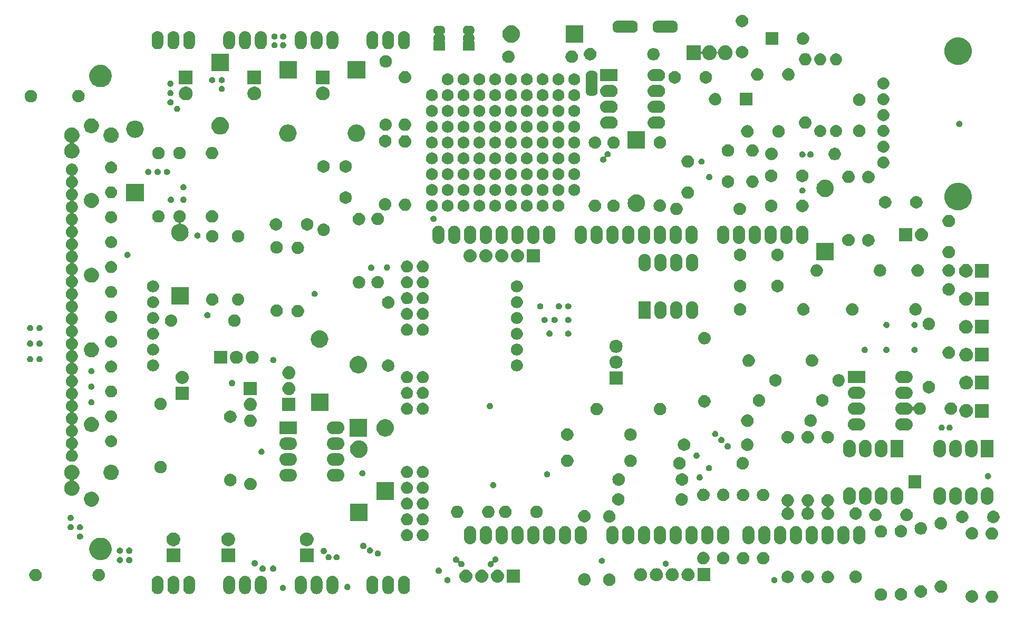
<source format=gts>
G04 #@! TF.GenerationSoftware,KiCad,Pcbnew,5.1.0-060a0da~80~ubuntu18.10.1*
G04 #@! TF.CreationDate,2019-03-20T19:47:56+01:00*
G04 #@! TF.ProjectId,speedy,73706565-6479-42e6-9b69-6361645f7063,rev?*
G04 #@! TF.SameCoordinates,Original*
G04 #@! TF.FileFunction,Soldermask,Top*
G04 #@! TF.FilePolarity,Negative*
%FSLAX46Y46*%
G04 Gerber Fmt 4.6, Leading zero omitted, Abs format (unit mm)*
G04 Created by KiCad (PCBNEW 5.1.0-060a0da~80~ubuntu18.10.1) date 2019-03-20 19:47:56*
%MOMM*%
%LPD*%
G04 APERTURE LIST*
%ADD10C,0.100000*%
G04 APERTURE END LIST*
D10*
G36*
X221631794Y-154712537D02*
G01*
X221711689Y-154728429D01*
X221893678Y-154803811D01*
X222057463Y-154913249D01*
X222196751Y-155052537D01*
X222306189Y-155216322D01*
X222322402Y-155255465D01*
X222381571Y-155398312D01*
X222420000Y-155591507D01*
X222420000Y-155788493D01*
X222413001Y-155823678D01*
X222381571Y-155981689D01*
X222306189Y-156163678D01*
X222196751Y-156327463D01*
X222057463Y-156466751D01*
X221893678Y-156576189D01*
X221711689Y-156651571D01*
X221647290Y-156664381D01*
X221518493Y-156690000D01*
X221321507Y-156690000D01*
X221192710Y-156664381D01*
X221128311Y-156651571D01*
X220946322Y-156576189D01*
X220782537Y-156466751D01*
X220643249Y-156327463D01*
X220533811Y-156163678D01*
X220458429Y-155981689D01*
X220426999Y-155823678D01*
X220420000Y-155788493D01*
X220420000Y-155591507D01*
X220458429Y-155398312D01*
X220517598Y-155255465D01*
X220533811Y-155216322D01*
X220643249Y-155052537D01*
X220782537Y-154913249D01*
X220946322Y-154803811D01*
X221128311Y-154728429D01*
X221208206Y-154712537D01*
X221321507Y-154690000D01*
X221518493Y-154690000D01*
X221631794Y-154712537D01*
X221631794Y-154712537D01*
G37*
G36*
X218406032Y-154654469D02*
G01*
X218500285Y-154683061D01*
X218594535Y-154711651D01*
X218594537Y-154711652D01*
X218768258Y-154804507D01*
X218920528Y-154929472D01*
X219045493Y-155081742D01*
X219137715Y-155254279D01*
X219138349Y-155255465D01*
X219162074Y-155333676D01*
X219195531Y-155443968D01*
X219214838Y-155640000D01*
X219195531Y-155836032D01*
X219188260Y-155860000D01*
X219149595Y-155987463D01*
X219138348Y-156024537D01*
X219045493Y-156198258D01*
X218920528Y-156350528D01*
X218768258Y-156475493D01*
X218594537Y-156568348D01*
X218594535Y-156568349D01*
X218500284Y-156596940D01*
X218406032Y-156625531D01*
X218259124Y-156640000D01*
X218160876Y-156640000D01*
X218013968Y-156625531D01*
X217919716Y-156596940D01*
X217825465Y-156568349D01*
X217825463Y-156568348D01*
X217651742Y-156475493D01*
X217499472Y-156350528D01*
X217374507Y-156198258D01*
X217281652Y-156024537D01*
X217270406Y-155987463D01*
X217231740Y-155860000D01*
X217224469Y-155836032D01*
X217205162Y-155640000D01*
X217224469Y-155443968D01*
X217257926Y-155333676D01*
X217281651Y-155255465D01*
X217282285Y-155254279D01*
X217374507Y-155081742D01*
X217499472Y-154929472D01*
X217651742Y-154804507D01*
X217825463Y-154711652D01*
X217825465Y-154711651D01*
X217919715Y-154683061D01*
X218013968Y-154654469D01*
X218160876Y-154640000D01*
X218259124Y-154640000D01*
X218406032Y-154654469D01*
X218406032Y-154654469D01*
G37*
G36*
X203837290Y-154375619D02*
G01*
X203901689Y-154388429D01*
X204083678Y-154463811D01*
X204247463Y-154573249D01*
X204386751Y-154712537D01*
X204496189Y-154876322D01*
X204568128Y-155050000D01*
X204571571Y-155058312D01*
X204610000Y-155251507D01*
X204610000Y-155448493D01*
X204600259Y-155497463D01*
X204571571Y-155641689D01*
X204496189Y-155823678D01*
X204386751Y-155987463D01*
X204247463Y-156126751D01*
X204083678Y-156236189D01*
X203901689Y-156311571D01*
X203837290Y-156324381D01*
X203708493Y-156350000D01*
X203511507Y-156350000D01*
X203382710Y-156324381D01*
X203318311Y-156311571D01*
X203136322Y-156236189D01*
X202972537Y-156126751D01*
X202833249Y-155987463D01*
X202723811Y-155823678D01*
X202648429Y-155641689D01*
X202619741Y-155497463D01*
X202610000Y-155448493D01*
X202610000Y-155251507D01*
X202648429Y-155058312D01*
X202651872Y-155050000D01*
X202723811Y-154876322D01*
X202833249Y-154712537D01*
X202972537Y-154573249D01*
X203136322Y-154463811D01*
X203318311Y-154388429D01*
X203382710Y-154375619D01*
X203511507Y-154350000D01*
X203708493Y-154350000D01*
X203837290Y-154375619D01*
X203837290Y-154375619D01*
G37*
G36*
X207016032Y-154314469D02*
G01*
X207089775Y-154336839D01*
X207204535Y-154371651D01*
X207204537Y-154371652D01*
X207378258Y-154464507D01*
X207530528Y-154589472D01*
X207655493Y-154741742D01*
X207702546Y-154829773D01*
X207748349Y-154915465D01*
X207761401Y-154958491D01*
X207805531Y-155103968D01*
X207824838Y-155300000D01*
X207805531Y-155496032D01*
X207805097Y-155497463D01*
X207761859Y-155640000D01*
X207748348Y-155684537D01*
X207655493Y-155858258D01*
X207530528Y-156010528D01*
X207378258Y-156135493D01*
X207204537Y-156228348D01*
X207204535Y-156228349D01*
X207110285Y-156256939D01*
X207016032Y-156285531D01*
X206869124Y-156300000D01*
X206770876Y-156300000D01*
X206623968Y-156285531D01*
X206529716Y-156256940D01*
X206435465Y-156228349D01*
X206435463Y-156228348D01*
X206261742Y-156135493D01*
X206109472Y-156010528D01*
X205984507Y-155858258D01*
X205891652Y-155684537D01*
X205878142Y-155640000D01*
X205834903Y-155497463D01*
X205834469Y-155496032D01*
X205815162Y-155300000D01*
X205834469Y-155103968D01*
X205878599Y-154958491D01*
X205891651Y-154915465D01*
X205937454Y-154829773D01*
X205984507Y-154741742D01*
X206109472Y-154589472D01*
X206261742Y-154464507D01*
X206435463Y-154371652D01*
X206435465Y-154371651D01*
X206550225Y-154336839D01*
X206623968Y-154314469D01*
X206770876Y-154300000D01*
X206869124Y-154300000D01*
X207016032Y-154314469D01*
X207016032Y-154314469D01*
G37*
G36*
X210236841Y-153885530D02*
G01*
X210301689Y-153898429D01*
X210483678Y-153973811D01*
X210647463Y-154083249D01*
X210786751Y-154222537D01*
X210896189Y-154386322D01*
X210971571Y-154568311D01*
X210972553Y-154573249D01*
X211010000Y-154761507D01*
X211010000Y-154958493D01*
X210999442Y-155011571D01*
X210971571Y-155151689D01*
X210896189Y-155333678D01*
X210786751Y-155497463D01*
X210647463Y-155636751D01*
X210483678Y-155746189D01*
X210301689Y-155821571D01*
X210237290Y-155834381D01*
X210108493Y-155860000D01*
X209911507Y-155860000D01*
X209782710Y-155834381D01*
X209718311Y-155821571D01*
X209536322Y-155746189D01*
X209372537Y-155636751D01*
X209233249Y-155497463D01*
X209123811Y-155333678D01*
X209048429Y-155151689D01*
X209020558Y-155011571D01*
X209010000Y-154958493D01*
X209010000Y-154761507D01*
X209047447Y-154573249D01*
X209048429Y-154568311D01*
X209123811Y-154386322D01*
X209233249Y-154222537D01*
X209372537Y-154083249D01*
X209536322Y-153973811D01*
X209718311Y-153898429D01*
X209783159Y-153885530D01*
X209911507Y-153860000D01*
X210108493Y-153860000D01*
X210236841Y-153885530D01*
X210236841Y-153885530D01*
G37*
G36*
X104226344Y-152364074D02*
G01*
X104405527Y-152418429D01*
X104405530Y-152418430D01*
X104570662Y-152506695D01*
X104715407Y-152625483D01*
X104834195Y-152770228D01*
X104922460Y-152935360D01*
X104922461Y-152935363D01*
X104976816Y-153114546D01*
X104981668Y-153163811D01*
X104990570Y-153254194D01*
X104990570Y-154345806D01*
X104986579Y-154386324D01*
X104976816Y-154485454D01*
X104925545Y-154654469D01*
X104922460Y-154664640D01*
X104834195Y-154829772D01*
X104715407Y-154974517D01*
X104570662Y-155093305D01*
X104405530Y-155181570D01*
X104358903Y-155195714D01*
X104226343Y-155235926D01*
X104040000Y-155254279D01*
X103853656Y-155235926D01*
X103674473Y-155181571D01*
X103674470Y-155181570D01*
X103509338Y-155093305D01*
X103364593Y-154974517D01*
X103245805Y-154829772D01*
X103157540Y-154664640D01*
X103129817Y-154573249D01*
X103103184Y-154485453D01*
X103089430Y-154345804D01*
X103089430Y-153254194D01*
X103103184Y-153114545D01*
X103157539Y-152935363D01*
X103245806Y-152770228D01*
X103364594Y-152625483D01*
X103509339Y-152506695D01*
X103674471Y-152418430D01*
X103674474Y-152418429D01*
X103853657Y-152364074D01*
X104040000Y-152345721D01*
X104226344Y-152364074D01*
X104226344Y-152364074D01*
G37*
G36*
X99146344Y-152364074D02*
G01*
X99325527Y-152418429D01*
X99325530Y-152418430D01*
X99490662Y-152506695D01*
X99635407Y-152625483D01*
X99754195Y-152770228D01*
X99842460Y-152935360D01*
X99842461Y-152935363D01*
X99896816Y-153114546D01*
X99901668Y-153163811D01*
X99910570Y-153254194D01*
X99910570Y-154345806D01*
X99906579Y-154386324D01*
X99896816Y-154485454D01*
X99845545Y-154654469D01*
X99842460Y-154664640D01*
X99754195Y-154829772D01*
X99635407Y-154974517D01*
X99490662Y-155093305D01*
X99325530Y-155181570D01*
X99278903Y-155195714D01*
X99146343Y-155235926D01*
X98960000Y-155254279D01*
X98773656Y-155235926D01*
X98594473Y-155181571D01*
X98594470Y-155181570D01*
X98429338Y-155093305D01*
X98284593Y-154974517D01*
X98165805Y-154829772D01*
X98077540Y-154664640D01*
X98049817Y-154573249D01*
X98023184Y-154485453D01*
X98009430Y-154345804D01*
X98009430Y-153254194D01*
X98023184Y-153114545D01*
X98077539Y-152935363D01*
X98165806Y-152770228D01*
X98284594Y-152625483D01*
X98429339Y-152506695D01*
X98594471Y-152418430D01*
X98594474Y-152418429D01*
X98773657Y-152364074D01*
X98960000Y-152345721D01*
X99146344Y-152364074D01*
X99146344Y-152364074D01*
G37*
G36*
X101686344Y-152364074D02*
G01*
X101865527Y-152418429D01*
X101865530Y-152418430D01*
X102030662Y-152506695D01*
X102175407Y-152625483D01*
X102294195Y-152770228D01*
X102382460Y-152935360D01*
X102382461Y-152935363D01*
X102436816Y-153114546D01*
X102441668Y-153163811D01*
X102450570Y-153254194D01*
X102450570Y-154345806D01*
X102446579Y-154386324D01*
X102436816Y-154485454D01*
X102385545Y-154654469D01*
X102382460Y-154664640D01*
X102294195Y-154829772D01*
X102175407Y-154974517D01*
X102030662Y-155093305D01*
X101865530Y-155181570D01*
X101818903Y-155195714D01*
X101686343Y-155235926D01*
X101500000Y-155254279D01*
X101313656Y-155235926D01*
X101134473Y-155181571D01*
X101134470Y-155181570D01*
X100969338Y-155093305D01*
X100824593Y-154974517D01*
X100705805Y-154829772D01*
X100617540Y-154664640D01*
X100589817Y-154573249D01*
X100563184Y-154485453D01*
X100549430Y-154345804D01*
X100549430Y-153254194D01*
X100563184Y-153114545D01*
X100617539Y-152935363D01*
X100705806Y-152770228D01*
X100824594Y-152625483D01*
X100969339Y-152506695D01*
X101134471Y-152418430D01*
X101134474Y-152418429D01*
X101313657Y-152364074D01*
X101500000Y-152345721D01*
X101686344Y-152364074D01*
X101686344Y-152364074D01*
G37*
G36*
X110646344Y-152364074D02*
G01*
X110825527Y-152418429D01*
X110825530Y-152418430D01*
X110990662Y-152506695D01*
X111135407Y-152625483D01*
X111254195Y-152770228D01*
X111342460Y-152935360D01*
X111342461Y-152935363D01*
X111396816Y-153114546D01*
X111401668Y-153163811D01*
X111410570Y-153254194D01*
X111410570Y-154345806D01*
X111406579Y-154386324D01*
X111396816Y-154485454D01*
X111345545Y-154654469D01*
X111342460Y-154664640D01*
X111254195Y-154829772D01*
X111135407Y-154974517D01*
X110990662Y-155093305D01*
X110825530Y-155181570D01*
X110778903Y-155195714D01*
X110646343Y-155235926D01*
X110460000Y-155254279D01*
X110273656Y-155235926D01*
X110094473Y-155181571D01*
X110094470Y-155181570D01*
X109929338Y-155093305D01*
X109784593Y-154974517D01*
X109665805Y-154829772D01*
X109577540Y-154664640D01*
X109549817Y-154573249D01*
X109523184Y-154485453D01*
X109509430Y-154345804D01*
X109509430Y-153254194D01*
X109523184Y-153114545D01*
X109577539Y-152935363D01*
X109665806Y-152770228D01*
X109784594Y-152625483D01*
X109929339Y-152506695D01*
X110094471Y-152418430D01*
X110094474Y-152418429D01*
X110273657Y-152364074D01*
X110460000Y-152345721D01*
X110646344Y-152364074D01*
X110646344Y-152364074D01*
G37*
G36*
X115726344Y-152364074D02*
G01*
X115905527Y-152418429D01*
X115905530Y-152418430D01*
X116070662Y-152506695D01*
X116215407Y-152625483D01*
X116334195Y-152770228D01*
X116422460Y-152935360D01*
X116422461Y-152935363D01*
X116476816Y-153114546D01*
X116481668Y-153163811D01*
X116490570Y-153254194D01*
X116490570Y-154345806D01*
X116486579Y-154386324D01*
X116476816Y-154485454D01*
X116425545Y-154654469D01*
X116422460Y-154664640D01*
X116334195Y-154829772D01*
X116215407Y-154974517D01*
X116070662Y-155093305D01*
X115905530Y-155181570D01*
X115858903Y-155195714D01*
X115726343Y-155235926D01*
X115540000Y-155254279D01*
X115353656Y-155235926D01*
X115174473Y-155181571D01*
X115174470Y-155181570D01*
X115009338Y-155093305D01*
X114864593Y-154974517D01*
X114745805Y-154829772D01*
X114657540Y-154664640D01*
X114629817Y-154573249D01*
X114603184Y-154485453D01*
X114589430Y-154345804D01*
X114589430Y-153254194D01*
X114603184Y-153114545D01*
X114657539Y-152935363D01*
X114745806Y-152770228D01*
X114864594Y-152625483D01*
X115009339Y-152506695D01*
X115174471Y-152418430D01*
X115174474Y-152418429D01*
X115353657Y-152364074D01*
X115540000Y-152345721D01*
X115726344Y-152364074D01*
X115726344Y-152364074D01*
G37*
G36*
X113186344Y-152364074D02*
G01*
X113365527Y-152418429D01*
X113365530Y-152418430D01*
X113530662Y-152506695D01*
X113675407Y-152625483D01*
X113794195Y-152770228D01*
X113882460Y-152935360D01*
X113882461Y-152935363D01*
X113936816Y-153114546D01*
X113941668Y-153163811D01*
X113950570Y-153254194D01*
X113950570Y-154345806D01*
X113946579Y-154386324D01*
X113936816Y-154485454D01*
X113885545Y-154654469D01*
X113882460Y-154664640D01*
X113794195Y-154829772D01*
X113675407Y-154974517D01*
X113530662Y-155093305D01*
X113365530Y-155181570D01*
X113318903Y-155195714D01*
X113186343Y-155235926D01*
X113000000Y-155254279D01*
X112813656Y-155235926D01*
X112634473Y-155181571D01*
X112634470Y-155181570D01*
X112469338Y-155093305D01*
X112324593Y-154974517D01*
X112205805Y-154829772D01*
X112117540Y-154664640D01*
X112089817Y-154573249D01*
X112063184Y-154485453D01*
X112049430Y-154345804D01*
X112049430Y-153254194D01*
X112063184Y-153114545D01*
X112117539Y-152935363D01*
X112205806Y-152770228D01*
X112324594Y-152625483D01*
X112469339Y-152506695D01*
X112634471Y-152418430D01*
X112634474Y-152418429D01*
X112813657Y-152364074D01*
X113000000Y-152345721D01*
X113186344Y-152364074D01*
X113186344Y-152364074D01*
G37*
G36*
X127226344Y-152364074D02*
G01*
X127405527Y-152418429D01*
X127405530Y-152418430D01*
X127570662Y-152506695D01*
X127715407Y-152625483D01*
X127834195Y-152770228D01*
X127922460Y-152935360D01*
X127922461Y-152935363D01*
X127976816Y-153114546D01*
X127981668Y-153163811D01*
X127990570Y-153254194D01*
X127990570Y-154345806D01*
X127986579Y-154386324D01*
X127976816Y-154485454D01*
X127925545Y-154654469D01*
X127922460Y-154664640D01*
X127834195Y-154829772D01*
X127715407Y-154974517D01*
X127570662Y-155093305D01*
X127405530Y-155181570D01*
X127358903Y-155195714D01*
X127226343Y-155235926D01*
X127040000Y-155254279D01*
X126853656Y-155235926D01*
X126674473Y-155181571D01*
X126674470Y-155181570D01*
X126509338Y-155093305D01*
X126364593Y-154974517D01*
X126245805Y-154829772D01*
X126157540Y-154664640D01*
X126129817Y-154573249D01*
X126103184Y-154485453D01*
X126089430Y-154345804D01*
X126089430Y-153254194D01*
X126103184Y-153114545D01*
X126157539Y-152935363D01*
X126245806Y-152770228D01*
X126364594Y-152625483D01*
X126509339Y-152506695D01*
X126674471Y-152418430D01*
X126674474Y-152418429D01*
X126853657Y-152364074D01*
X127040000Y-152345721D01*
X127226344Y-152364074D01*
X127226344Y-152364074D01*
G37*
G36*
X122146344Y-152364074D02*
G01*
X122325527Y-152418429D01*
X122325530Y-152418430D01*
X122490662Y-152506695D01*
X122635407Y-152625483D01*
X122754195Y-152770228D01*
X122842460Y-152935360D01*
X122842461Y-152935363D01*
X122896816Y-153114546D01*
X122901668Y-153163811D01*
X122910570Y-153254194D01*
X122910570Y-154345806D01*
X122906579Y-154386324D01*
X122896816Y-154485454D01*
X122845545Y-154654469D01*
X122842460Y-154664640D01*
X122754195Y-154829772D01*
X122635407Y-154974517D01*
X122490662Y-155093305D01*
X122325530Y-155181570D01*
X122278903Y-155195714D01*
X122146343Y-155235926D01*
X121960000Y-155254279D01*
X121773656Y-155235926D01*
X121594473Y-155181571D01*
X121594470Y-155181570D01*
X121429338Y-155093305D01*
X121284593Y-154974517D01*
X121165805Y-154829772D01*
X121077540Y-154664640D01*
X121049817Y-154573249D01*
X121023184Y-154485453D01*
X121009430Y-154345804D01*
X121009430Y-153254194D01*
X121023184Y-153114545D01*
X121077539Y-152935363D01*
X121165806Y-152770228D01*
X121284594Y-152625483D01*
X121429339Y-152506695D01*
X121594471Y-152418430D01*
X121594474Y-152418429D01*
X121773657Y-152364074D01*
X121960000Y-152345721D01*
X122146344Y-152364074D01*
X122146344Y-152364074D01*
G37*
G36*
X87646344Y-152364074D02*
G01*
X87825527Y-152418429D01*
X87825530Y-152418430D01*
X87990662Y-152506695D01*
X88135407Y-152625483D01*
X88254195Y-152770228D01*
X88342460Y-152935360D01*
X88342461Y-152935363D01*
X88396816Y-153114546D01*
X88401668Y-153163811D01*
X88410570Y-153254194D01*
X88410570Y-154345806D01*
X88406579Y-154386324D01*
X88396816Y-154485454D01*
X88345545Y-154654469D01*
X88342460Y-154664640D01*
X88254195Y-154829772D01*
X88135407Y-154974517D01*
X87990662Y-155093305D01*
X87825530Y-155181570D01*
X87778903Y-155195714D01*
X87646343Y-155235926D01*
X87460000Y-155254279D01*
X87273656Y-155235926D01*
X87094473Y-155181571D01*
X87094470Y-155181570D01*
X86929338Y-155093305D01*
X86784593Y-154974517D01*
X86665805Y-154829772D01*
X86577540Y-154664640D01*
X86549817Y-154573249D01*
X86523184Y-154485453D01*
X86509430Y-154345804D01*
X86509430Y-153254194D01*
X86523184Y-153114545D01*
X86577539Y-152935363D01*
X86665806Y-152770228D01*
X86784594Y-152625483D01*
X86929339Y-152506695D01*
X87094471Y-152418430D01*
X87094474Y-152418429D01*
X87273657Y-152364074D01*
X87460000Y-152345721D01*
X87646344Y-152364074D01*
X87646344Y-152364074D01*
G37*
G36*
X92726344Y-152364074D02*
G01*
X92905527Y-152418429D01*
X92905530Y-152418430D01*
X93070662Y-152506695D01*
X93215407Y-152625483D01*
X93334195Y-152770228D01*
X93422460Y-152935360D01*
X93422461Y-152935363D01*
X93476816Y-153114546D01*
X93481668Y-153163811D01*
X93490570Y-153254194D01*
X93490570Y-154345806D01*
X93486579Y-154386324D01*
X93476816Y-154485454D01*
X93425545Y-154654469D01*
X93422460Y-154664640D01*
X93334195Y-154829772D01*
X93215407Y-154974517D01*
X93070662Y-155093305D01*
X92905530Y-155181570D01*
X92858903Y-155195714D01*
X92726343Y-155235926D01*
X92540000Y-155254279D01*
X92353656Y-155235926D01*
X92174473Y-155181571D01*
X92174470Y-155181570D01*
X92009338Y-155093305D01*
X91864593Y-154974517D01*
X91745805Y-154829772D01*
X91657540Y-154664640D01*
X91629817Y-154573249D01*
X91603184Y-154485453D01*
X91589430Y-154345804D01*
X91589430Y-153254194D01*
X91603184Y-153114545D01*
X91657539Y-152935363D01*
X91745806Y-152770228D01*
X91864594Y-152625483D01*
X92009339Y-152506695D01*
X92174471Y-152418430D01*
X92174474Y-152418429D01*
X92353657Y-152364074D01*
X92540000Y-152345721D01*
X92726344Y-152364074D01*
X92726344Y-152364074D01*
G37*
G36*
X90186344Y-152364074D02*
G01*
X90365527Y-152418429D01*
X90365530Y-152418430D01*
X90530662Y-152506695D01*
X90675407Y-152625483D01*
X90794195Y-152770228D01*
X90882460Y-152935360D01*
X90882461Y-152935363D01*
X90936816Y-153114546D01*
X90941668Y-153163811D01*
X90950570Y-153254194D01*
X90950570Y-154345806D01*
X90946579Y-154386324D01*
X90936816Y-154485454D01*
X90885545Y-154654469D01*
X90882460Y-154664640D01*
X90794195Y-154829772D01*
X90675407Y-154974517D01*
X90530662Y-155093305D01*
X90365530Y-155181570D01*
X90318903Y-155195714D01*
X90186343Y-155235926D01*
X90000000Y-155254279D01*
X89813656Y-155235926D01*
X89634473Y-155181571D01*
X89634470Y-155181570D01*
X89469338Y-155093305D01*
X89324593Y-154974517D01*
X89205805Y-154829772D01*
X89117540Y-154664640D01*
X89089817Y-154573249D01*
X89063184Y-154485453D01*
X89049430Y-154345804D01*
X89049430Y-153254194D01*
X89063184Y-153114545D01*
X89117539Y-152935363D01*
X89205806Y-152770228D01*
X89324594Y-152625483D01*
X89469339Y-152506695D01*
X89634471Y-152418430D01*
X89634474Y-152418429D01*
X89813657Y-152364074D01*
X90000000Y-152345721D01*
X90186344Y-152364074D01*
X90186344Y-152364074D01*
G37*
G36*
X124686344Y-152364074D02*
G01*
X124865527Y-152418429D01*
X124865530Y-152418430D01*
X125030662Y-152506695D01*
X125175407Y-152625483D01*
X125294195Y-152770228D01*
X125382460Y-152935360D01*
X125382461Y-152935363D01*
X125436816Y-153114546D01*
X125441668Y-153163811D01*
X125450570Y-153254194D01*
X125450570Y-154345806D01*
X125446579Y-154386324D01*
X125436816Y-154485454D01*
X125385545Y-154654469D01*
X125382460Y-154664640D01*
X125294195Y-154829772D01*
X125175407Y-154974517D01*
X125030662Y-155093305D01*
X124865530Y-155181570D01*
X124818903Y-155195714D01*
X124686343Y-155235926D01*
X124500000Y-155254279D01*
X124313656Y-155235926D01*
X124134473Y-155181571D01*
X124134470Y-155181570D01*
X123969338Y-155093305D01*
X123824593Y-154974517D01*
X123705805Y-154829772D01*
X123617540Y-154664640D01*
X123589817Y-154573249D01*
X123563184Y-154485453D01*
X123549430Y-154345804D01*
X123549430Y-153254194D01*
X123563184Y-153114545D01*
X123617539Y-152935363D01*
X123705806Y-152770228D01*
X123824594Y-152625483D01*
X123969339Y-152506695D01*
X124134471Y-152418430D01*
X124134474Y-152418429D01*
X124313657Y-152364074D01*
X124500000Y-152345721D01*
X124686344Y-152364074D01*
X124686344Y-152364074D01*
G37*
G36*
X213457290Y-153075619D02*
G01*
X213521689Y-153088429D01*
X213703678Y-153163811D01*
X213867463Y-153273249D01*
X214006751Y-153412537D01*
X214116189Y-153576322D01*
X214191571Y-153758311D01*
X214196138Y-153781270D01*
X214230000Y-153951507D01*
X214230000Y-154148493D01*
X214215272Y-154222537D01*
X214191571Y-154341689D01*
X214116189Y-154523678D01*
X214006751Y-154687463D01*
X213867463Y-154826751D01*
X213703678Y-154936189D01*
X213521689Y-155011571D01*
X213457290Y-155024381D01*
X213328493Y-155050000D01*
X213131507Y-155050000D01*
X213002710Y-155024381D01*
X212938311Y-155011571D01*
X212756322Y-154936189D01*
X212592537Y-154826751D01*
X212453249Y-154687463D01*
X212343811Y-154523678D01*
X212268429Y-154341689D01*
X212244728Y-154222537D01*
X212230000Y-154148493D01*
X212230000Y-153951507D01*
X212263862Y-153781270D01*
X212268429Y-153758311D01*
X212343811Y-153576322D01*
X212453249Y-153412537D01*
X212592537Y-153273249D01*
X212756322Y-153163811D01*
X212938311Y-153088429D01*
X213002710Y-153075619D01*
X213131507Y-153050000D01*
X213328493Y-153050000D01*
X213457290Y-153075619D01*
X213457290Y-153075619D01*
G37*
G36*
X107725843Y-153769214D02*
G01*
X107816837Y-153806905D01*
X107816839Y-153806906D01*
X107845698Y-153826189D01*
X107898730Y-153861624D01*
X107968376Y-153931270D01*
X108023095Y-154013163D01*
X108060786Y-154104157D01*
X108080000Y-154200753D01*
X108080000Y-154299247D01*
X108060786Y-154395843D01*
X108060785Y-154395845D01*
X108023094Y-154486839D01*
X108022067Y-154488376D01*
X107968376Y-154568730D01*
X107898730Y-154638376D01*
X107859429Y-154664636D01*
X107816839Y-154693094D01*
X107816838Y-154693095D01*
X107816837Y-154693095D01*
X107725843Y-154730786D01*
X107629247Y-154750000D01*
X107530753Y-154750000D01*
X107434157Y-154730786D01*
X107343163Y-154693095D01*
X107343162Y-154693095D01*
X107343161Y-154693094D01*
X107300571Y-154664636D01*
X107261270Y-154638376D01*
X107191624Y-154568730D01*
X107137933Y-154488376D01*
X107136906Y-154486839D01*
X107099215Y-154395845D01*
X107099214Y-154395843D01*
X107080000Y-154299247D01*
X107080000Y-154200753D01*
X107099214Y-154104157D01*
X107136905Y-154013163D01*
X107191624Y-153931270D01*
X107261270Y-153861624D01*
X107314302Y-153826189D01*
X107343161Y-153806906D01*
X107343163Y-153806905D01*
X107434157Y-153769214D01*
X107530753Y-153750000D01*
X107629247Y-153750000D01*
X107725843Y-153769214D01*
X107725843Y-153769214D01*
G37*
G36*
X118085843Y-153619214D02*
G01*
X118085846Y-153619215D01*
X118085845Y-153619215D01*
X118176839Y-153656906D01*
X118258731Y-153711625D01*
X118328375Y-153781269D01*
X118382068Y-153861625D01*
X118383095Y-153863163D01*
X118420786Y-153954157D01*
X118440000Y-154050753D01*
X118440000Y-154149247D01*
X118420786Y-154245843D01*
X118420785Y-154245845D01*
X118383094Y-154336839D01*
X118377103Y-154345805D01*
X118343669Y-154395843D01*
X118328375Y-154418731D01*
X118258731Y-154488375D01*
X118176839Y-154543094D01*
X118176838Y-154543095D01*
X118176837Y-154543095D01*
X118085843Y-154580786D01*
X117989247Y-154600000D01*
X117890753Y-154600000D01*
X117794157Y-154580786D01*
X117703163Y-154543095D01*
X117703162Y-154543095D01*
X117703161Y-154543094D01*
X117621269Y-154488375D01*
X117551625Y-154418731D01*
X117536332Y-154395843D01*
X117502897Y-154345805D01*
X117496906Y-154336839D01*
X117459215Y-154245845D01*
X117459214Y-154245843D01*
X117440000Y-154149247D01*
X117440000Y-154050753D01*
X117459214Y-153954157D01*
X117496905Y-153863163D01*
X117497933Y-153861625D01*
X117551625Y-153781269D01*
X117621269Y-153711625D01*
X117703161Y-153656906D01*
X117794155Y-153619215D01*
X117794154Y-153619215D01*
X117794157Y-153619214D01*
X117890753Y-153600000D01*
X117989247Y-153600000D01*
X118085843Y-153619214D01*
X118085843Y-153619214D01*
G37*
G36*
X160227290Y-151965619D02*
G01*
X160291689Y-151978429D01*
X160473678Y-152053811D01*
X160637463Y-152163249D01*
X160776751Y-152302537D01*
X160886189Y-152466322D01*
X160961571Y-152648311D01*
X160968080Y-152681034D01*
X161000000Y-152841507D01*
X161000000Y-153038493D01*
X160978647Y-153145843D01*
X160961571Y-153231689D01*
X160886189Y-153413678D01*
X160776751Y-153577463D01*
X160637463Y-153716751D01*
X160473678Y-153826189D01*
X160291689Y-153901571D01*
X160227290Y-153914381D01*
X160098493Y-153940000D01*
X159901507Y-153940000D01*
X159772710Y-153914381D01*
X159708311Y-153901571D01*
X159526322Y-153826189D01*
X159362537Y-153716751D01*
X159223249Y-153577463D01*
X159113811Y-153413678D01*
X159038429Y-153231689D01*
X159021353Y-153145843D01*
X159000000Y-153038493D01*
X159000000Y-152841507D01*
X159031920Y-152681034D01*
X159038429Y-152648311D01*
X159113811Y-152466322D01*
X159223249Y-152302537D01*
X159362537Y-152163249D01*
X159526322Y-152053811D01*
X159708311Y-151978429D01*
X159772710Y-151965619D01*
X159901507Y-151940000D01*
X160098493Y-151940000D01*
X160227290Y-151965619D01*
X160227290Y-151965619D01*
G37*
G36*
X156196032Y-151914469D02*
G01*
X156280195Y-151940000D01*
X156384535Y-151971651D01*
X156384537Y-151971652D01*
X156558258Y-152064507D01*
X156710528Y-152189472D01*
X156835493Y-152341742D01*
X156912065Y-152485000D01*
X156928349Y-152515465D01*
X156946268Y-152574537D01*
X156985531Y-152703968D01*
X157004838Y-152900000D01*
X156985531Y-153096032D01*
X156972963Y-153137463D01*
X156931773Y-153273249D01*
X156928348Y-153284537D01*
X156835493Y-153458258D01*
X156710528Y-153610528D01*
X156558258Y-153735493D01*
X156388576Y-153826189D01*
X156384535Y-153828349D01*
X156290285Y-153856939D01*
X156196032Y-153885531D01*
X156049124Y-153900000D01*
X155950876Y-153900000D01*
X155803968Y-153885531D01*
X155709716Y-153856940D01*
X155615465Y-153828349D01*
X155611424Y-153826189D01*
X155441742Y-153735493D01*
X155289472Y-153610528D01*
X155164507Y-153458258D01*
X155071652Y-153284537D01*
X155068228Y-153273249D01*
X155027037Y-153137463D01*
X155014469Y-153096032D01*
X154995162Y-152900000D01*
X155014469Y-152703968D01*
X155053732Y-152574537D01*
X155071651Y-152515465D01*
X155087935Y-152485000D01*
X155164507Y-152341742D01*
X155289472Y-152189472D01*
X155441742Y-152064507D01*
X155615463Y-151971652D01*
X155615465Y-151971651D01*
X155719805Y-151940000D01*
X155803968Y-151914469D01*
X155950876Y-151900000D01*
X156049124Y-151900000D01*
X156196032Y-151914469D01*
X156196032Y-151914469D01*
G37*
G36*
X195307290Y-151535619D02*
G01*
X195371689Y-151548429D01*
X195553678Y-151623811D01*
X195717463Y-151733249D01*
X195856751Y-151872537D01*
X195966189Y-152036322D01*
X196037429Y-152208312D01*
X196041571Y-152218312D01*
X196080000Y-152411507D01*
X196080000Y-152608493D01*
X196065524Y-152681269D01*
X196041571Y-152801689D01*
X195966189Y-152983678D01*
X195856751Y-153147463D01*
X195717463Y-153286751D01*
X195553678Y-153396189D01*
X195371689Y-153471571D01*
X195325361Y-153480786D01*
X195178493Y-153510000D01*
X194981507Y-153510000D01*
X194834639Y-153480786D01*
X194788311Y-153471571D01*
X194606322Y-153396189D01*
X194442537Y-153286751D01*
X194303249Y-153147463D01*
X194193811Y-152983678D01*
X194118429Y-152801689D01*
X194094476Y-152681269D01*
X194080000Y-152608493D01*
X194080000Y-152411507D01*
X194118429Y-152218312D01*
X194122571Y-152208312D01*
X194193811Y-152036322D01*
X194303249Y-151872537D01*
X194442537Y-151733249D01*
X194606322Y-151623811D01*
X194788311Y-151548429D01*
X194852710Y-151535619D01*
X194981507Y-151510000D01*
X195178493Y-151510000D01*
X195307290Y-151535619D01*
X195307290Y-151535619D01*
G37*
G36*
X134145843Y-152519214D02*
G01*
X134145846Y-152519215D01*
X134145845Y-152519215D01*
X134236839Y-152556906D01*
X134263222Y-152574535D01*
X134318730Y-152611624D01*
X134388376Y-152681270D01*
X134443095Y-152763163D01*
X134480786Y-152854157D01*
X134500000Y-152950753D01*
X134500000Y-153049247D01*
X134480786Y-153145843D01*
X134460206Y-153195528D01*
X134443094Y-153236839D01*
X134388375Y-153318731D01*
X134318731Y-153388375D01*
X134236839Y-153443094D01*
X134236838Y-153443095D01*
X134236837Y-153443095D01*
X134145843Y-153480786D01*
X134049247Y-153500000D01*
X133950753Y-153500000D01*
X133854157Y-153480786D01*
X133763163Y-153443095D01*
X133763162Y-153443095D01*
X133763161Y-153443094D01*
X133681269Y-153388375D01*
X133611625Y-153318731D01*
X133556906Y-153236839D01*
X133539794Y-153195528D01*
X133519214Y-153145843D01*
X133500000Y-153049247D01*
X133500000Y-152950753D01*
X133519214Y-152854157D01*
X133556905Y-152763163D01*
X133611624Y-152681270D01*
X133681270Y-152611624D01*
X133736778Y-152574535D01*
X133763161Y-152556906D01*
X133854155Y-152519215D01*
X133854154Y-152519215D01*
X133854157Y-152519214D01*
X133950753Y-152500000D01*
X134049247Y-152500000D01*
X134145843Y-152519214D01*
X134145843Y-152519214D01*
G37*
G36*
X186645843Y-152519214D02*
G01*
X186645846Y-152519215D01*
X186645845Y-152519215D01*
X186736839Y-152556906D01*
X186763222Y-152574535D01*
X186818730Y-152611624D01*
X186888376Y-152681270D01*
X186943095Y-152763163D01*
X186980786Y-152854157D01*
X187000000Y-152950753D01*
X187000000Y-153049247D01*
X186980786Y-153145843D01*
X186960206Y-153195528D01*
X186943094Y-153236839D01*
X186888375Y-153318731D01*
X186818731Y-153388375D01*
X186736839Y-153443094D01*
X186736838Y-153443095D01*
X186736837Y-153443095D01*
X186645843Y-153480786D01*
X186549247Y-153500000D01*
X186450753Y-153500000D01*
X186354157Y-153480786D01*
X186263163Y-153443095D01*
X186263162Y-153443095D01*
X186263161Y-153443094D01*
X186181269Y-153388375D01*
X186111625Y-153318731D01*
X186056906Y-153236839D01*
X186039794Y-153195528D01*
X186019214Y-153145843D01*
X186000000Y-153049247D01*
X186000000Y-152950753D01*
X186019214Y-152854157D01*
X186056905Y-152763163D01*
X186111624Y-152681270D01*
X186181270Y-152611624D01*
X186236778Y-152574535D01*
X186263161Y-152556906D01*
X186354155Y-152519215D01*
X186354154Y-152519215D01*
X186354157Y-152519214D01*
X186450753Y-152500000D01*
X186549247Y-152500000D01*
X186645843Y-152519214D01*
X186645843Y-152519214D01*
G37*
G36*
X188877290Y-151525619D02*
G01*
X188941689Y-151538429D01*
X189123678Y-151613811D01*
X189287463Y-151723249D01*
X189426751Y-151862537D01*
X189536189Y-152026322D01*
X189607429Y-152198312D01*
X189611571Y-152208312D01*
X189650000Y-152401507D01*
X189650000Y-152598493D01*
X189629020Y-152703966D01*
X189611571Y-152791689D01*
X189536189Y-152973678D01*
X189426751Y-153137463D01*
X189287463Y-153276751D01*
X189123678Y-153386189D01*
X188941689Y-153461571D01*
X188896643Y-153470531D01*
X188748493Y-153500000D01*
X188551507Y-153500000D01*
X188403357Y-153470531D01*
X188358311Y-153461571D01*
X188176322Y-153386189D01*
X188012537Y-153276751D01*
X187873249Y-153137463D01*
X187763811Y-152973678D01*
X187688429Y-152791689D01*
X187670980Y-152703966D01*
X187650000Y-152598493D01*
X187650000Y-152401507D01*
X187688429Y-152208312D01*
X187692571Y-152198312D01*
X187763811Y-152026322D01*
X187873249Y-151862537D01*
X188012537Y-151723249D01*
X188176322Y-151613811D01*
X188358311Y-151538429D01*
X188422710Y-151525619D01*
X188551507Y-151500000D01*
X188748493Y-151500000D01*
X188877290Y-151525619D01*
X188877290Y-151525619D01*
G37*
G36*
X192049039Y-151510000D02*
G01*
X192141689Y-151528429D01*
X192323678Y-151603811D01*
X192487463Y-151713249D01*
X192626751Y-151852537D01*
X192736189Y-152016322D01*
X192808128Y-152190000D01*
X192811571Y-152198312D01*
X192850000Y-152391507D01*
X192850000Y-152588493D01*
X192824381Y-152717290D01*
X192811571Y-152781689D01*
X192736189Y-152963678D01*
X192626751Y-153127463D01*
X192487463Y-153266751D01*
X192323678Y-153376189D01*
X192141689Y-153451571D01*
X192091415Y-153461571D01*
X191948493Y-153490000D01*
X191751507Y-153490000D01*
X191608585Y-153461571D01*
X191558311Y-153451571D01*
X191376322Y-153376189D01*
X191212537Y-153266751D01*
X191073249Y-153127463D01*
X190963811Y-152963678D01*
X190888429Y-152781689D01*
X190875619Y-152717290D01*
X190850000Y-152588493D01*
X190850000Y-152391507D01*
X190888429Y-152198312D01*
X190891872Y-152190000D01*
X190963811Y-152016322D01*
X191073249Y-151852537D01*
X191212537Y-151713249D01*
X191376322Y-151603811D01*
X191558311Y-151528429D01*
X191650961Y-151510000D01*
X191751507Y-151490000D01*
X191948493Y-151490000D01*
X192049039Y-151510000D01*
X192049039Y-151510000D01*
G37*
G36*
X199746032Y-151499469D02*
G01*
X199840284Y-151528060D01*
X199934535Y-151556651D01*
X199934537Y-151556652D01*
X200108258Y-151649507D01*
X200260528Y-151774472D01*
X200385493Y-151926742D01*
X200478348Y-152100463D01*
X200535531Y-152288968D01*
X200554838Y-152485000D01*
X200535531Y-152681032D01*
X200515138Y-152748258D01*
X200486851Y-152841509D01*
X200478348Y-152869537D01*
X200385493Y-153043258D01*
X200260528Y-153195528D01*
X200108258Y-153320493D01*
X199934537Y-153413348D01*
X199934535Y-153413349D01*
X199840284Y-153441940D01*
X199746032Y-153470531D01*
X199599124Y-153485000D01*
X199500876Y-153485000D01*
X199353968Y-153470531D01*
X199259715Y-153441939D01*
X199165465Y-153413349D01*
X199165463Y-153413348D01*
X198991742Y-153320493D01*
X198839472Y-153195528D01*
X198714507Y-153043258D01*
X198621652Y-152869537D01*
X198613150Y-152841509D01*
X198584862Y-152748258D01*
X198564469Y-152681032D01*
X198545162Y-152485000D01*
X198564469Y-152288968D01*
X198621652Y-152100463D01*
X198714507Y-151926742D01*
X198839472Y-151774472D01*
X198991742Y-151649507D01*
X199165463Y-151556652D01*
X199165465Y-151556651D01*
X199259715Y-151528061D01*
X199353968Y-151499469D01*
X199500876Y-151485000D01*
X199599124Y-151485000D01*
X199746032Y-151499469D01*
X199746032Y-151499469D01*
G37*
G36*
X137088707Y-151327596D02*
G01*
X137165836Y-151335193D01*
X137363762Y-151395233D01*
X137363765Y-151395234D01*
X137546170Y-151492732D01*
X137706055Y-151623945D01*
X137837268Y-151783830D01*
X137934766Y-151966235D01*
X137934767Y-151966238D01*
X137994807Y-152164164D01*
X138015080Y-152370000D01*
X137994807Y-152575836D01*
X137937983Y-152763161D01*
X137934766Y-152773765D01*
X137837268Y-152956170D01*
X137706055Y-153116055D01*
X137546170Y-153247268D01*
X137363765Y-153344766D01*
X137363762Y-153344767D01*
X137165836Y-153404807D01*
X137088707Y-153412404D01*
X137011580Y-153420000D01*
X136908420Y-153420000D01*
X136831293Y-153412404D01*
X136754164Y-153404807D01*
X136556238Y-153344767D01*
X136556235Y-153344766D01*
X136373830Y-153247268D01*
X136213945Y-153116055D01*
X136082732Y-152956170D01*
X135985234Y-152773765D01*
X135982017Y-152763161D01*
X135925193Y-152575836D01*
X135904920Y-152370000D01*
X135925193Y-152164164D01*
X135985233Y-151966238D01*
X135985234Y-151966235D01*
X136082732Y-151783830D01*
X136213945Y-151623945D01*
X136373830Y-151492732D01*
X136556235Y-151395234D01*
X136556238Y-151395233D01*
X136754164Y-151335193D01*
X136831293Y-151327596D01*
X136908420Y-151320000D01*
X137011580Y-151320000D01*
X137088707Y-151327596D01*
X137088707Y-151327596D01*
G37*
G36*
X145630000Y-153420000D02*
G01*
X143530000Y-153420000D01*
X143530000Y-151320000D01*
X145630000Y-151320000D01*
X145630000Y-153420000D01*
X145630000Y-153420000D01*
G37*
G36*
X139628707Y-151327596D02*
G01*
X139705836Y-151335193D01*
X139903762Y-151395233D01*
X139903765Y-151395234D01*
X140086170Y-151492732D01*
X140246055Y-151623945D01*
X140377268Y-151783830D01*
X140474766Y-151966235D01*
X140474767Y-151966238D01*
X140534807Y-152164164D01*
X140555080Y-152370000D01*
X140534807Y-152575836D01*
X140477983Y-152763161D01*
X140474766Y-152773765D01*
X140377268Y-152956170D01*
X140246055Y-153116055D01*
X140086170Y-153247268D01*
X139903765Y-153344766D01*
X139903762Y-153344767D01*
X139705836Y-153404807D01*
X139628707Y-153412404D01*
X139551580Y-153420000D01*
X139448420Y-153420000D01*
X139371293Y-153412404D01*
X139294164Y-153404807D01*
X139096238Y-153344767D01*
X139096235Y-153344766D01*
X138913830Y-153247268D01*
X138753945Y-153116055D01*
X138622732Y-152956170D01*
X138525234Y-152773765D01*
X138522017Y-152763161D01*
X138465193Y-152575836D01*
X138444920Y-152370000D01*
X138465193Y-152164164D01*
X138525233Y-151966238D01*
X138525234Y-151966235D01*
X138622732Y-151783830D01*
X138753945Y-151623945D01*
X138913830Y-151492732D01*
X139096235Y-151395234D01*
X139096238Y-151395233D01*
X139294164Y-151335193D01*
X139371293Y-151327596D01*
X139448420Y-151320000D01*
X139551580Y-151320000D01*
X139628707Y-151327596D01*
X139628707Y-151327596D01*
G37*
G36*
X142168707Y-151327596D02*
G01*
X142245836Y-151335193D01*
X142443762Y-151395233D01*
X142443765Y-151395234D01*
X142626170Y-151492732D01*
X142786055Y-151623945D01*
X142917268Y-151783830D01*
X143014766Y-151966235D01*
X143014767Y-151966238D01*
X143074807Y-152164164D01*
X143095080Y-152370000D01*
X143074807Y-152575836D01*
X143017983Y-152763161D01*
X143014766Y-152773765D01*
X142917268Y-152956170D01*
X142786055Y-153116055D01*
X142626170Y-153247268D01*
X142443765Y-153344766D01*
X142443762Y-153344767D01*
X142245836Y-153404807D01*
X142168707Y-153412404D01*
X142091580Y-153420000D01*
X141988420Y-153420000D01*
X141911293Y-153412404D01*
X141834164Y-153404807D01*
X141636238Y-153344767D01*
X141636235Y-153344766D01*
X141453830Y-153247268D01*
X141293945Y-153116055D01*
X141162732Y-152956170D01*
X141065234Y-152773765D01*
X141062017Y-152763161D01*
X141005193Y-152575836D01*
X140984920Y-152370000D01*
X141005193Y-152164164D01*
X141065233Y-151966238D01*
X141065234Y-151966235D01*
X141162732Y-151783830D01*
X141293945Y-151623945D01*
X141453830Y-151492732D01*
X141636235Y-151395234D01*
X141636238Y-151395233D01*
X141834164Y-151335193D01*
X141911293Y-151327596D01*
X141988420Y-151320000D01*
X142091580Y-151320000D01*
X142168707Y-151327596D01*
X142168707Y-151327596D01*
G37*
G36*
X170238707Y-151107597D02*
G01*
X170315836Y-151115193D01*
X170513762Y-151175233D01*
X170513765Y-151175234D01*
X170696170Y-151272732D01*
X170856055Y-151403945D01*
X170987268Y-151563830D01*
X171084766Y-151746235D01*
X171084767Y-151746238D01*
X171144807Y-151944164D01*
X171165080Y-152150000D01*
X171144807Y-152355836D01*
X171099044Y-152506696D01*
X171084766Y-152553765D01*
X170987268Y-152736170D01*
X170856055Y-152896055D01*
X170696170Y-153027268D01*
X170513765Y-153124766D01*
X170513762Y-153124767D01*
X170315836Y-153184807D01*
X170263110Y-153190000D01*
X170161580Y-153200000D01*
X170058420Y-153200000D01*
X169956890Y-153190000D01*
X169904164Y-153184807D01*
X169706238Y-153124767D01*
X169706235Y-153124766D01*
X169523830Y-153027268D01*
X169363945Y-152896055D01*
X169232732Y-152736170D01*
X169135234Y-152553765D01*
X169120956Y-152506696D01*
X169075193Y-152355836D01*
X169054920Y-152150000D01*
X169075193Y-151944164D01*
X169135233Y-151746238D01*
X169135234Y-151746235D01*
X169232732Y-151563830D01*
X169363945Y-151403945D01*
X169523830Y-151272732D01*
X169706235Y-151175234D01*
X169706238Y-151175233D01*
X169904164Y-151115193D01*
X169981293Y-151107597D01*
X170058420Y-151100000D01*
X170161580Y-151100000D01*
X170238707Y-151107597D01*
X170238707Y-151107597D01*
G37*
G36*
X176240000Y-153200000D02*
G01*
X174140000Y-153200000D01*
X174140000Y-151100000D01*
X176240000Y-151100000D01*
X176240000Y-153200000D01*
X176240000Y-153200000D01*
G37*
G36*
X172778707Y-151107597D02*
G01*
X172855836Y-151115193D01*
X173053762Y-151175233D01*
X173053765Y-151175234D01*
X173236170Y-151272732D01*
X173396055Y-151403945D01*
X173527268Y-151563830D01*
X173624766Y-151746235D01*
X173624767Y-151746238D01*
X173684807Y-151944164D01*
X173705080Y-152150000D01*
X173684807Y-152355836D01*
X173639044Y-152506696D01*
X173624766Y-152553765D01*
X173527268Y-152736170D01*
X173396055Y-152896055D01*
X173236170Y-153027268D01*
X173053765Y-153124766D01*
X173053762Y-153124767D01*
X172855836Y-153184807D01*
X172803110Y-153190000D01*
X172701580Y-153200000D01*
X172598420Y-153200000D01*
X172496890Y-153190000D01*
X172444164Y-153184807D01*
X172246238Y-153124767D01*
X172246235Y-153124766D01*
X172063830Y-153027268D01*
X171903945Y-152896055D01*
X171772732Y-152736170D01*
X171675234Y-152553765D01*
X171660956Y-152506696D01*
X171615193Y-152355836D01*
X171594920Y-152150000D01*
X171615193Y-151944164D01*
X171675233Y-151746238D01*
X171675234Y-151746235D01*
X171772732Y-151563830D01*
X171903945Y-151403945D01*
X172063830Y-151272732D01*
X172246235Y-151175234D01*
X172246238Y-151175233D01*
X172444164Y-151115193D01*
X172521293Y-151107597D01*
X172598420Y-151100000D01*
X172701580Y-151100000D01*
X172778707Y-151107597D01*
X172778707Y-151107597D01*
G37*
G36*
X167698707Y-151107597D02*
G01*
X167775836Y-151115193D01*
X167973762Y-151175233D01*
X167973765Y-151175234D01*
X168156170Y-151272732D01*
X168316055Y-151403945D01*
X168447268Y-151563830D01*
X168544766Y-151746235D01*
X168544767Y-151746238D01*
X168604807Y-151944164D01*
X168625080Y-152150000D01*
X168604807Y-152355836D01*
X168559044Y-152506696D01*
X168544766Y-152553765D01*
X168447268Y-152736170D01*
X168316055Y-152896055D01*
X168156170Y-153027268D01*
X167973765Y-153124766D01*
X167973762Y-153124767D01*
X167775836Y-153184807D01*
X167723110Y-153190000D01*
X167621580Y-153200000D01*
X167518420Y-153200000D01*
X167416890Y-153190000D01*
X167364164Y-153184807D01*
X167166238Y-153124767D01*
X167166235Y-153124766D01*
X166983830Y-153027268D01*
X166823945Y-152896055D01*
X166692732Y-152736170D01*
X166595234Y-152553765D01*
X166580956Y-152506696D01*
X166535193Y-152355836D01*
X166514920Y-152150000D01*
X166535193Y-151944164D01*
X166595233Y-151746238D01*
X166595234Y-151746235D01*
X166692732Y-151563830D01*
X166823945Y-151403945D01*
X166983830Y-151272732D01*
X167166235Y-151175234D01*
X167166238Y-151175233D01*
X167364164Y-151115193D01*
X167441293Y-151107597D01*
X167518420Y-151100000D01*
X167621580Y-151100000D01*
X167698707Y-151107597D01*
X167698707Y-151107597D01*
G37*
G36*
X165158707Y-151107597D02*
G01*
X165235836Y-151115193D01*
X165433762Y-151175233D01*
X165433765Y-151175234D01*
X165616170Y-151272732D01*
X165776055Y-151403945D01*
X165907268Y-151563830D01*
X166004766Y-151746235D01*
X166004767Y-151746238D01*
X166064807Y-151944164D01*
X166085080Y-152150000D01*
X166064807Y-152355836D01*
X166019044Y-152506696D01*
X166004766Y-152553765D01*
X165907268Y-152736170D01*
X165776055Y-152896055D01*
X165616170Y-153027268D01*
X165433765Y-153124766D01*
X165433762Y-153124767D01*
X165235836Y-153184807D01*
X165183110Y-153190000D01*
X165081580Y-153200000D01*
X164978420Y-153200000D01*
X164876890Y-153190000D01*
X164824164Y-153184807D01*
X164626238Y-153124767D01*
X164626235Y-153124766D01*
X164443830Y-153027268D01*
X164283945Y-152896055D01*
X164152732Y-152736170D01*
X164055234Y-152553765D01*
X164040956Y-152506696D01*
X163995193Y-152355836D01*
X163974920Y-152150000D01*
X163995193Y-151944164D01*
X164055233Y-151746238D01*
X164055234Y-151746235D01*
X164152732Y-151563830D01*
X164283945Y-151403945D01*
X164443830Y-151272732D01*
X164626235Y-151175234D01*
X164626238Y-151175233D01*
X164824164Y-151115193D01*
X164901293Y-151107597D01*
X164978420Y-151100000D01*
X165081580Y-151100000D01*
X165158707Y-151107597D01*
X165158707Y-151107597D01*
G37*
G36*
X78206032Y-151204469D02*
G01*
X78300285Y-151233061D01*
X78394535Y-151261651D01*
X78394537Y-151261652D01*
X78568258Y-151354507D01*
X78720528Y-151479472D01*
X78845493Y-151631742D01*
X78921783Y-151774472D01*
X78938349Y-151805465D01*
X78955662Y-151862539D01*
X78995531Y-151993968D01*
X79014838Y-152190000D01*
X78995531Y-152386032D01*
X78985703Y-152418429D01*
X78943697Y-152556906D01*
X78938348Y-152574537D01*
X78845493Y-152748258D01*
X78720528Y-152900528D01*
X78568258Y-153025493D01*
X78401652Y-153114545D01*
X78394535Y-153118349D01*
X78331531Y-153137461D01*
X78206032Y-153175531D01*
X78059124Y-153190000D01*
X77960876Y-153190000D01*
X77813968Y-153175531D01*
X77688469Y-153137461D01*
X77625465Y-153118349D01*
X77618348Y-153114545D01*
X77451742Y-153025493D01*
X77299472Y-152900528D01*
X77174507Y-152748258D01*
X77081652Y-152574537D01*
X77076304Y-152556906D01*
X77034297Y-152418429D01*
X77024469Y-152386032D01*
X77005162Y-152190000D01*
X77024469Y-151993968D01*
X77064338Y-151862539D01*
X77081651Y-151805465D01*
X77098217Y-151774472D01*
X77174507Y-151631742D01*
X77299472Y-151479472D01*
X77451742Y-151354507D01*
X77625463Y-151261652D01*
X77625465Y-151261651D01*
X77719715Y-151233061D01*
X77813968Y-151204469D01*
X77960876Y-151190000D01*
X78059124Y-151190000D01*
X78206032Y-151204469D01*
X78206032Y-151204469D01*
G37*
G36*
X68077290Y-151215619D02*
G01*
X68141689Y-151228429D01*
X68323678Y-151303811D01*
X68487463Y-151413249D01*
X68626751Y-151552537D01*
X68736189Y-151716322D01*
X68811571Y-151898311D01*
X68811571Y-151898312D01*
X68850000Y-152091507D01*
X68850000Y-152288493D01*
X68824381Y-152417290D01*
X68811571Y-152481689D01*
X68736189Y-152663678D01*
X68626751Y-152827463D01*
X68487463Y-152966751D01*
X68323678Y-153076189D01*
X68141689Y-153151571D01*
X68080154Y-153163811D01*
X67948493Y-153190000D01*
X67751507Y-153190000D01*
X67619846Y-153163811D01*
X67558311Y-153151571D01*
X67376322Y-153076189D01*
X67212537Y-152966751D01*
X67073249Y-152827463D01*
X66963811Y-152663678D01*
X66888429Y-152481689D01*
X66875619Y-152417290D01*
X66850000Y-152288493D01*
X66850000Y-152091507D01*
X66888429Y-151898312D01*
X66888429Y-151898311D01*
X66963811Y-151716322D01*
X67073249Y-151552537D01*
X67212537Y-151413249D01*
X67376322Y-151303811D01*
X67558311Y-151228429D01*
X67622710Y-151215619D01*
X67751507Y-151190000D01*
X67948493Y-151190000D01*
X68077290Y-151215619D01*
X68077290Y-151215619D01*
G37*
G36*
X132745843Y-151019214D02*
G01*
X132745846Y-151019215D01*
X132745845Y-151019215D01*
X132836839Y-151056906D01*
X132878063Y-151084451D01*
X132918730Y-151111624D01*
X132988376Y-151181270D01*
X133015549Y-151221937D01*
X133042086Y-151261652D01*
X133043095Y-151263163D01*
X133080786Y-151354157D01*
X133100000Y-151450753D01*
X133100000Y-151549247D01*
X133080786Y-151645843D01*
X133051592Y-151716324D01*
X133043094Y-151736839D01*
X133017948Y-151774472D01*
X132988376Y-151818730D01*
X132918730Y-151888376D01*
X132901333Y-151900000D01*
X132836839Y-151943094D01*
X132836838Y-151943095D01*
X132836837Y-151943095D01*
X132745843Y-151980786D01*
X132649247Y-152000000D01*
X132550753Y-152000000D01*
X132454157Y-151980786D01*
X132363163Y-151943095D01*
X132363162Y-151943095D01*
X132363161Y-151943094D01*
X132298667Y-151900000D01*
X132281270Y-151888376D01*
X132211624Y-151818730D01*
X132182052Y-151774472D01*
X132156906Y-151736839D01*
X132148408Y-151716324D01*
X132119214Y-151645843D01*
X132100000Y-151549247D01*
X132100000Y-151450753D01*
X132119214Y-151354157D01*
X132156905Y-151263163D01*
X132157915Y-151261652D01*
X132184451Y-151221937D01*
X132211624Y-151181270D01*
X132281270Y-151111624D01*
X132321937Y-151084451D01*
X132363161Y-151056906D01*
X132454155Y-151019215D01*
X132454154Y-151019215D01*
X132454157Y-151019214D01*
X132550753Y-151000000D01*
X132649247Y-151000000D01*
X132745843Y-151019214D01*
X132745843Y-151019214D01*
G37*
G36*
X104465843Y-150679214D02*
G01*
X104488819Y-150688731D01*
X104556839Y-150716906D01*
X104581066Y-150733094D01*
X104638730Y-150771624D01*
X104708376Y-150841270D01*
X104714734Y-150850786D01*
X104754825Y-150910785D01*
X104763095Y-150923163D01*
X104800786Y-151014157D01*
X104820000Y-151110753D01*
X104820000Y-151209247D01*
X104800786Y-151305843D01*
X104763095Y-151396837D01*
X104708376Y-151478730D01*
X104638730Y-151548376D01*
X104626344Y-151556652D01*
X104556839Y-151603094D01*
X104556838Y-151603095D01*
X104556837Y-151603095D01*
X104465843Y-151640786D01*
X104369247Y-151660000D01*
X104270753Y-151660000D01*
X104174157Y-151640786D01*
X104083163Y-151603095D01*
X104083162Y-151603095D01*
X104083161Y-151603094D01*
X104013656Y-151556652D01*
X104001270Y-151548376D01*
X103931624Y-151478730D01*
X103876905Y-151396837D01*
X103839214Y-151305843D01*
X103820000Y-151209247D01*
X103820000Y-151110753D01*
X103839214Y-151014157D01*
X103876905Y-150923163D01*
X103885176Y-150910785D01*
X103925266Y-150850786D01*
X103931624Y-150841270D01*
X104001270Y-150771624D01*
X104058934Y-150733094D01*
X104083161Y-150716906D01*
X104151181Y-150688731D01*
X104174157Y-150679214D01*
X104270753Y-150660000D01*
X104369247Y-150660000D01*
X104465843Y-150679214D01*
X104465843Y-150679214D01*
G37*
G36*
X106165843Y-150679214D02*
G01*
X106188819Y-150688731D01*
X106256839Y-150716906D01*
X106281066Y-150733094D01*
X106338730Y-150771624D01*
X106408376Y-150841270D01*
X106414734Y-150850786D01*
X106454825Y-150910785D01*
X106463095Y-150923163D01*
X106500786Y-151014157D01*
X106520000Y-151110753D01*
X106520000Y-151209247D01*
X106500786Y-151305843D01*
X106463095Y-151396837D01*
X106408376Y-151478730D01*
X106338730Y-151548376D01*
X106326344Y-151556652D01*
X106256839Y-151603094D01*
X106256838Y-151603095D01*
X106256837Y-151603095D01*
X106165843Y-151640786D01*
X106069247Y-151660000D01*
X105970753Y-151660000D01*
X105874157Y-151640786D01*
X105783163Y-151603095D01*
X105783162Y-151603095D01*
X105783161Y-151603094D01*
X105713656Y-151556652D01*
X105701270Y-151548376D01*
X105631624Y-151478730D01*
X105576905Y-151396837D01*
X105539214Y-151305843D01*
X105520000Y-151209247D01*
X105520000Y-151110753D01*
X105539214Y-151014157D01*
X105576905Y-150923163D01*
X105585176Y-150910785D01*
X105625266Y-150850786D01*
X105631624Y-150841270D01*
X105701270Y-150771624D01*
X105758934Y-150733094D01*
X105783161Y-150716906D01*
X105851181Y-150688731D01*
X105874157Y-150679214D01*
X105970753Y-150660000D01*
X106069247Y-150660000D01*
X106165843Y-150679214D01*
X106165843Y-150679214D01*
G37*
G36*
X141855843Y-149199214D02*
G01*
X141946837Y-149236905D01*
X141946839Y-149236906D01*
X141988063Y-149264451D01*
X142028730Y-149291624D01*
X142098376Y-149361270D01*
X142153095Y-149443163D01*
X142190786Y-149534157D01*
X142210000Y-149630753D01*
X142210000Y-149729247D01*
X142190786Y-149825843D01*
X142169621Y-149876940D01*
X142153094Y-149916839D01*
X142131461Y-149949215D01*
X142099595Y-149996906D01*
X142098375Y-149998731D01*
X142028731Y-150068375D01*
X141946839Y-150123094D01*
X141946838Y-150123095D01*
X141946837Y-150123095D01*
X141855843Y-150160786D01*
X141759247Y-150180000D01*
X141660753Y-150180000D01*
X141581149Y-150164166D01*
X141556763Y-150161764D01*
X141532377Y-150164166D01*
X141508928Y-150171279D01*
X141487317Y-150182830D01*
X141468375Y-150198376D01*
X141452830Y-150217318D01*
X141441279Y-150238928D01*
X141434166Y-150262377D01*
X141431764Y-150286763D01*
X141434166Y-150311149D01*
X141450000Y-150390753D01*
X141450000Y-150489247D01*
X141430786Y-150585843D01*
X141430785Y-150585845D01*
X141393094Y-150676839D01*
X141366322Y-150716906D01*
X141338376Y-150758730D01*
X141268730Y-150828376D01*
X141235192Y-150850785D01*
X141186839Y-150883094D01*
X141186838Y-150883095D01*
X141186837Y-150883095D01*
X141095843Y-150920786D01*
X140999247Y-150940000D01*
X140900753Y-150940000D01*
X140804157Y-150920786D01*
X140713163Y-150883095D01*
X140713162Y-150883095D01*
X140713161Y-150883094D01*
X140664808Y-150850785D01*
X140631270Y-150828376D01*
X140561624Y-150758730D01*
X140533678Y-150716906D01*
X140506906Y-150676839D01*
X140469215Y-150585845D01*
X140469214Y-150585843D01*
X140450000Y-150489247D01*
X140450000Y-150390753D01*
X140469214Y-150294157D01*
X140506905Y-150203163D01*
X140510104Y-150198376D01*
X140535221Y-150160785D01*
X140561624Y-150121270D01*
X140631270Y-150051624D01*
X140671937Y-150024451D01*
X140713161Y-149996906D01*
X140737303Y-149986906D01*
X140804157Y-149959214D01*
X140900753Y-149940000D01*
X140999247Y-149940000D01*
X141078851Y-149955834D01*
X141103237Y-149958236D01*
X141127623Y-149955834D01*
X141151072Y-149948721D01*
X141172683Y-149937170D01*
X141191625Y-149921624D01*
X141207170Y-149902682D01*
X141218721Y-149881072D01*
X141225834Y-149857623D01*
X141228236Y-149833237D01*
X141225834Y-149808851D01*
X141210000Y-149729247D01*
X141210000Y-149630753D01*
X141229214Y-149534157D01*
X141266905Y-149443163D01*
X141321624Y-149361270D01*
X141391270Y-149291624D01*
X141431937Y-149264451D01*
X141473161Y-149236906D01*
X141473163Y-149236905D01*
X141564157Y-149199214D01*
X141660753Y-149180000D01*
X141759247Y-149180000D01*
X141855843Y-149199214D01*
X141855843Y-149199214D01*
G37*
G36*
X135535843Y-149239214D02*
G01*
X135611987Y-149270754D01*
X135626839Y-149276906D01*
X135631469Y-149280000D01*
X135708730Y-149331624D01*
X135778376Y-149401270D01*
X135833095Y-149483163D01*
X135870786Y-149574157D01*
X135890000Y-149670753D01*
X135890000Y-149769247D01*
X135878280Y-149828168D01*
X135875878Y-149852554D01*
X135878280Y-149876940D01*
X135885393Y-149900389D01*
X135896944Y-149922000D01*
X135912490Y-149940942D01*
X135931432Y-149956487D01*
X135953042Y-149968038D01*
X135976491Y-149975151D01*
X136000877Y-149977553D01*
X136025263Y-149975151D01*
X136048712Y-149968038D01*
X136094157Y-149949214D01*
X136190753Y-149930000D01*
X136289247Y-149930000D01*
X136385843Y-149949214D01*
X136464090Y-149981625D01*
X136476839Y-149986906D01*
X136494536Y-149998731D01*
X136558730Y-150041624D01*
X136628376Y-150111270D01*
X136650349Y-150144155D01*
X136661462Y-150160786D01*
X136683095Y-150193163D01*
X136720786Y-150284157D01*
X136740000Y-150380753D01*
X136740000Y-150479247D01*
X136720786Y-150575843D01*
X136720785Y-150575845D01*
X136683094Y-150666839D01*
X136668467Y-150688730D01*
X136638824Y-150733094D01*
X136628375Y-150748731D01*
X136558731Y-150818375D01*
X136476839Y-150873094D01*
X136476838Y-150873095D01*
X136476837Y-150873095D01*
X136385843Y-150910786D01*
X136289247Y-150930000D01*
X136190753Y-150930000D01*
X136094157Y-150910786D01*
X136003163Y-150873095D01*
X136003162Y-150873095D01*
X136003161Y-150873094D01*
X135921269Y-150818375D01*
X135851625Y-150748731D01*
X135841177Y-150733094D01*
X135811533Y-150688730D01*
X135796906Y-150666839D01*
X135759215Y-150575845D01*
X135759214Y-150575843D01*
X135740000Y-150479247D01*
X135740000Y-150380753D01*
X135751720Y-150321832D01*
X135754122Y-150297446D01*
X135751720Y-150273060D01*
X135744607Y-150249611D01*
X135733056Y-150228000D01*
X135717510Y-150209058D01*
X135698568Y-150193513D01*
X135676958Y-150181962D01*
X135653509Y-150174849D01*
X135629123Y-150172447D01*
X135604737Y-150174849D01*
X135581288Y-150181962D01*
X135535843Y-150200786D01*
X135439247Y-150220000D01*
X135340753Y-150220000D01*
X135244157Y-150200786D01*
X135153163Y-150163095D01*
X135153162Y-150163095D01*
X135153161Y-150163094D01*
X135111937Y-150135549D01*
X135071270Y-150108376D01*
X135001624Y-150038730D01*
X134973678Y-149996906D01*
X134946906Y-149956839D01*
X134946490Y-149955834D01*
X134909214Y-149865843D01*
X134890000Y-149769247D01*
X134890000Y-149670753D01*
X134909214Y-149574157D01*
X134946905Y-149483163D01*
X135001624Y-149401270D01*
X135071270Y-149331624D01*
X135148531Y-149280000D01*
X135153161Y-149276906D01*
X135168013Y-149270754D01*
X135244157Y-149239214D01*
X135340753Y-149220000D01*
X135439247Y-149220000D01*
X135535843Y-149239214D01*
X135535843Y-149239214D01*
G37*
G36*
X169195843Y-149889214D02*
G01*
X169274995Y-149922000D01*
X169286839Y-149926906D01*
X169291469Y-149930000D01*
X169368730Y-149981624D01*
X169438376Y-150051270D01*
X169439641Y-150053163D01*
X169489287Y-150127463D01*
X169493095Y-150133163D01*
X169530786Y-150224157D01*
X169550000Y-150320753D01*
X169550000Y-150419247D01*
X169530786Y-150515843D01*
X169530785Y-150515845D01*
X169493094Y-150606839D01*
X169465549Y-150648063D01*
X169438376Y-150688730D01*
X169368730Y-150758376D01*
X169350157Y-150770786D01*
X169286839Y-150813094D01*
X169286838Y-150813095D01*
X169286837Y-150813095D01*
X169195843Y-150850786D01*
X169099247Y-150870000D01*
X169000753Y-150870000D01*
X168904157Y-150850786D01*
X168813163Y-150813095D01*
X168813162Y-150813095D01*
X168813161Y-150813094D01*
X168749843Y-150770786D01*
X168731270Y-150758376D01*
X168661624Y-150688730D01*
X168634451Y-150648063D01*
X168606906Y-150606839D01*
X168569215Y-150515845D01*
X168569214Y-150515843D01*
X168550000Y-150419247D01*
X168550000Y-150320753D01*
X168569214Y-150224157D01*
X168606905Y-150133163D01*
X168610714Y-150127463D01*
X168660359Y-150053163D01*
X168661624Y-150051270D01*
X168731270Y-149981624D01*
X168808531Y-149930000D01*
X168813161Y-149926906D01*
X168825005Y-149922000D01*
X168904157Y-149889214D01*
X169000753Y-149870000D01*
X169099247Y-149870000D01*
X169195843Y-149889214D01*
X169195843Y-149889214D01*
G37*
G36*
X103205843Y-149809214D02*
G01*
X103296837Y-149846905D01*
X103296839Y-149846906D01*
X103312878Y-149857623D01*
X103378730Y-149901624D01*
X103448376Y-149971270D01*
X103465505Y-149996905D01*
X103502068Y-150051625D01*
X103503095Y-150053163D01*
X103540786Y-150144157D01*
X103560000Y-150240753D01*
X103560000Y-150339247D01*
X103540786Y-150435843D01*
X103503095Y-150526837D01*
X103448376Y-150608730D01*
X103378730Y-150678376D01*
X103338063Y-150705549D01*
X103296839Y-150733094D01*
X103296838Y-150733095D01*
X103296837Y-150733095D01*
X103205843Y-150770786D01*
X103109247Y-150790000D01*
X103010753Y-150790000D01*
X102914157Y-150770786D01*
X102823163Y-150733095D01*
X102823162Y-150733095D01*
X102823161Y-150733094D01*
X102781937Y-150705549D01*
X102741270Y-150678376D01*
X102671624Y-150608730D01*
X102616905Y-150526837D01*
X102579214Y-150435843D01*
X102560000Y-150339247D01*
X102560000Y-150240753D01*
X102579214Y-150144157D01*
X102616905Y-150053163D01*
X102617933Y-150051625D01*
X102654495Y-149996905D01*
X102671624Y-149971270D01*
X102741270Y-149901624D01*
X102807122Y-149857623D01*
X102823161Y-149846906D01*
X102823163Y-149846905D01*
X102914157Y-149809214D01*
X103010753Y-149790000D01*
X103109247Y-149790000D01*
X103205843Y-149809214D01*
X103205843Y-149809214D01*
G37*
G36*
X184917290Y-148515619D02*
G01*
X184981689Y-148528429D01*
X185163678Y-148603811D01*
X185327463Y-148713249D01*
X185466751Y-148852537D01*
X185576189Y-149016322D01*
X185651571Y-149198311D01*
X185651751Y-149199215D01*
X185690000Y-149391507D01*
X185690000Y-149588493D01*
X185675147Y-149663163D01*
X185651571Y-149781689D01*
X185576189Y-149963678D01*
X185466751Y-150127463D01*
X185327463Y-150266751D01*
X185163678Y-150376189D01*
X184981689Y-150451571D01*
X184917290Y-150464381D01*
X184788493Y-150490000D01*
X184591507Y-150490000D01*
X184462710Y-150464381D01*
X184398311Y-150451571D01*
X184216322Y-150376189D01*
X184052537Y-150266751D01*
X183913249Y-150127463D01*
X183803811Y-149963678D01*
X183728429Y-149781689D01*
X183704853Y-149663163D01*
X183690000Y-149588493D01*
X183690000Y-149391507D01*
X183728249Y-149199215D01*
X183728429Y-149198311D01*
X183803811Y-149016322D01*
X183913249Y-148852537D01*
X184052537Y-148713249D01*
X184216322Y-148603811D01*
X184398311Y-148528429D01*
X184462710Y-148515619D01*
X184591507Y-148490000D01*
X184788493Y-148490000D01*
X184917290Y-148515619D01*
X184917290Y-148515619D01*
G37*
G36*
X181707290Y-148515619D02*
G01*
X181771689Y-148528429D01*
X181953678Y-148603811D01*
X182117463Y-148713249D01*
X182256751Y-148852537D01*
X182366189Y-149016322D01*
X182441571Y-149198311D01*
X182441751Y-149199215D01*
X182480000Y-149391507D01*
X182480000Y-149588493D01*
X182465147Y-149663163D01*
X182441571Y-149781689D01*
X182366189Y-149963678D01*
X182256751Y-150127463D01*
X182117463Y-150266751D01*
X181953678Y-150376189D01*
X181771689Y-150451571D01*
X181707290Y-150464381D01*
X181578493Y-150490000D01*
X181381507Y-150490000D01*
X181252710Y-150464381D01*
X181188311Y-150451571D01*
X181006322Y-150376189D01*
X180842537Y-150266751D01*
X180703249Y-150127463D01*
X180593811Y-149963678D01*
X180518429Y-149781689D01*
X180494853Y-149663163D01*
X180480000Y-149588493D01*
X180480000Y-149391507D01*
X180518249Y-149199215D01*
X180518429Y-149198311D01*
X180593811Y-149016322D01*
X180703249Y-148852537D01*
X180842537Y-148713249D01*
X181006322Y-148603811D01*
X181188311Y-148528429D01*
X181252710Y-148515619D01*
X181381507Y-148490000D01*
X181578493Y-148490000D01*
X181707290Y-148515619D01*
X181707290Y-148515619D01*
G37*
G36*
X175327290Y-148505619D02*
G01*
X175391689Y-148518429D01*
X175573678Y-148593811D01*
X175737463Y-148703249D01*
X175876751Y-148842537D01*
X175986189Y-149006322D01*
X176051126Y-149163095D01*
X176061571Y-149188312D01*
X176100000Y-149381507D01*
X176100000Y-149578493D01*
X176088018Y-149638730D01*
X176061571Y-149771689D01*
X175986189Y-149953678D01*
X175876751Y-150117463D01*
X175737463Y-150256751D01*
X175573678Y-150366189D01*
X175391689Y-150441571D01*
X175341415Y-150451571D01*
X175198493Y-150480000D01*
X175001507Y-150480000D01*
X174858585Y-150451571D01*
X174808311Y-150441571D01*
X174626322Y-150366189D01*
X174462537Y-150256751D01*
X174323249Y-150117463D01*
X174213811Y-149953678D01*
X174138429Y-149771689D01*
X174111982Y-149638730D01*
X174100000Y-149578493D01*
X174100000Y-149381507D01*
X174138429Y-149188312D01*
X174148874Y-149163095D01*
X174213811Y-149006322D01*
X174323249Y-148842537D01*
X174462537Y-148703249D01*
X174626322Y-148593811D01*
X174808311Y-148518429D01*
X174872710Y-148505619D01*
X175001507Y-148480000D01*
X175198493Y-148480000D01*
X175327290Y-148505619D01*
X175327290Y-148505619D01*
G37*
G36*
X178517290Y-148505619D02*
G01*
X178581689Y-148518429D01*
X178763678Y-148593811D01*
X178927463Y-148703249D01*
X179066751Y-148842537D01*
X179176189Y-149006322D01*
X179241126Y-149163095D01*
X179251571Y-149188312D01*
X179290000Y-149381507D01*
X179290000Y-149578493D01*
X179278018Y-149638730D01*
X179251571Y-149771689D01*
X179176189Y-149953678D01*
X179066751Y-150117463D01*
X178927463Y-150256751D01*
X178763678Y-150366189D01*
X178581689Y-150441571D01*
X178531415Y-150451571D01*
X178388493Y-150480000D01*
X178191507Y-150480000D01*
X178048585Y-150451571D01*
X177998311Y-150441571D01*
X177816322Y-150366189D01*
X177652537Y-150256751D01*
X177513249Y-150117463D01*
X177403811Y-149953678D01*
X177328429Y-149771689D01*
X177301982Y-149638730D01*
X177290000Y-149578493D01*
X177290000Y-149381507D01*
X177328429Y-149188312D01*
X177338874Y-149163095D01*
X177403811Y-149006322D01*
X177513249Y-148842537D01*
X177652537Y-148703249D01*
X177816322Y-148593811D01*
X177998311Y-148518429D01*
X178062710Y-148505619D01*
X178191507Y-148480000D01*
X178388493Y-148480000D01*
X178517290Y-148505619D01*
X178517290Y-148505619D01*
G37*
G36*
X158945843Y-149419214D02*
G01*
X158945846Y-149419215D01*
X158945845Y-149419215D01*
X159036839Y-149456906D01*
X159043370Y-149461270D01*
X159118730Y-149511624D01*
X159188376Y-149581270D01*
X159215549Y-149621937D01*
X159226770Y-149638730D01*
X159243095Y-149663163D01*
X159280786Y-149754157D01*
X159300000Y-149850753D01*
X159300000Y-149949247D01*
X159280786Y-150045843D01*
X159244617Y-150133163D01*
X159243094Y-150136839D01*
X159222022Y-150168375D01*
X159188376Y-150218730D01*
X159118730Y-150288376D01*
X159084648Y-150311149D01*
X159036839Y-150343094D01*
X159036838Y-150343095D01*
X159036837Y-150343095D01*
X158945843Y-150380786D01*
X158849247Y-150400000D01*
X158750753Y-150400000D01*
X158654157Y-150380786D01*
X158563163Y-150343095D01*
X158563162Y-150343095D01*
X158563161Y-150343094D01*
X158515352Y-150311149D01*
X158481270Y-150288376D01*
X158411624Y-150218730D01*
X158377978Y-150168375D01*
X158356906Y-150136839D01*
X158355383Y-150133163D01*
X158319214Y-150045843D01*
X158300000Y-149949247D01*
X158300000Y-149850753D01*
X158319214Y-149754157D01*
X158356905Y-149663163D01*
X158373231Y-149638730D01*
X158384451Y-149621937D01*
X158411624Y-149581270D01*
X158481270Y-149511624D01*
X158556630Y-149461270D01*
X158563161Y-149456906D01*
X158654155Y-149419215D01*
X158654154Y-149419215D01*
X158654157Y-149419214D01*
X158750753Y-149400000D01*
X158849247Y-149400000D01*
X158945843Y-149419214D01*
X158945843Y-149419214D01*
G37*
G36*
X83055843Y-149299214D02*
G01*
X83134090Y-149331625D01*
X83146839Y-149336906D01*
X83183300Y-149361269D01*
X83228730Y-149391624D01*
X83298376Y-149461270D01*
X83301433Y-149465845D01*
X83347078Y-149534157D01*
X83353095Y-149543163D01*
X83390786Y-149634157D01*
X83410000Y-149730753D01*
X83410000Y-149829247D01*
X83390786Y-149925843D01*
X83381105Y-149949214D01*
X83353094Y-150016839D01*
X83328824Y-150053161D01*
X83298376Y-150098730D01*
X83228730Y-150168376D01*
X83191110Y-150193513D01*
X83146839Y-150223094D01*
X83146838Y-150223095D01*
X83146837Y-150223095D01*
X83055843Y-150260786D01*
X82959247Y-150280000D01*
X82860753Y-150280000D01*
X82764157Y-150260786D01*
X82673163Y-150223095D01*
X82673162Y-150223095D01*
X82673161Y-150223094D01*
X82628890Y-150193513D01*
X82591270Y-150168376D01*
X82521624Y-150098730D01*
X82491176Y-150053161D01*
X82466906Y-150016839D01*
X82438895Y-149949214D01*
X82429214Y-149925843D01*
X82410000Y-149829247D01*
X82410000Y-149730753D01*
X82429214Y-149634157D01*
X82466905Y-149543163D01*
X82472923Y-149534157D01*
X82518567Y-149465845D01*
X82521624Y-149461270D01*
X82591270Y-149391624D01*
X82636700Y-149361269D01*
X82673161Y-149336906D01*
X82685910Y-149331625D01*
X82764157Y-149299214D01*
X82860753Y-149280000D01*
X82959247Y-149280000D01*
X83055843Y-149299214D01*
X83055843Y-149299214D01*
G37*
G36*
X81555843Y-149299214D02*
G01*
X81634090Y-149331625D01*
X81646839Y-149336906D01*
X81683300Y-149361269D01*
X81728730Y-149391624D01*
X81798376Y-149461270D01*
X81801433Y-149465845D01*
X81847078Y-149534157D01*
X81853095Y-149543163D01*
X81890786Y-149634157D01*
X81910000Y-149730753D01*
X81910000Y-149829247D01*
X81890786Y-149925843D01*
X81881105Y-149949214D01*
X81853094Y-150016839D01*
X81828824Y-150053161D01*
X81798376Y-150098730D01*
X81728730Y-150168376D01*
X81691110Y-150193513D01*
X81646839Y-150223094D01*
X81646838Y-150223095D01*
X81646837Y-150223095D01*
X81555843Y-150260786D01*
X81459247Y-150280000D01*
X81360753Y-150280000D01*
X81264157Y-150260786D01*
X81173163Y-150223095D01*
X81173162Y-150223095D01*
X81173161Y-150223094D01*
X81128890Y-150193513D01*
X81091270Y-150168376D01*
X81021624Y-150098730D01*
X80991176Y-150053161D01*
X80966906Y-150016839D01*
X80938895Y-149949214D01*
X80929214Y-149925843D01*
X80910000Y-149829247D01*
X80910000Y-149730753D01*
X80929214Y-149634157D01*
X80966905Y-149543163D01*
X80972923Y-149534157D01*
X81018567Y-149465845D01*
X81021624Y-149461270D01*
X81091270Y-149391624D01*
X81136700Y-149361269D01*
X81173161Y-149336906D01*
X81185910Y-149331625D01*
X81264157Y-149299214D01*
X81360753Y-149280000D01*
X81459247Y-149280000D01*
X81555843Y-149299214D01*
X81555843Y-149299214D01*
G37*
G36*
X112500000Y-150100000D02*
G01*
X110300000Y-150100000D01*
X110300000Y-147900000D01*
X112500000Y-147900000D01*
X112500000Y-150100000D01*
X112500000Y-150100000D01*
G37*
G36*
X99900000Y-150100000D02*
G01*
X97700000Y-150100000D01*
X97700000Y-147900000D01*
X99900000Y-147900000D01*
X99900000Y-150100000D01*
X99900000Y-150100000D01*
G37*
G36*
X91100000Y-150100000D02*
G01*
X88900000Y-150100000D01*
X88900000Y-147900000D01*
X91100000Y-147900000D01*
X91100000Y-150100000D01*
X91100000Y-150100000D01*
G37*
G36*
X115075843Y-148839214D02*
G01*
X115166837Y-148876905D01*
X115166839Y-148876906D01*
X115208063Y-148904451D01*
X115248730Y-148931624D01*
X115318376Y-149001270D01*
X115373095Y-149083163D01*
X115410786Y-149174157D01*
X115430000Y-149270753D01*
X115430000Y-149369247D01*
X115410786Y-149465843D01*
X115403612Y-149483163D01*
X115373094Y-149556839D01*
X115347502Y-149595140D01*
X115321432Y-149634157D01*
X115318375Y-149638731D01*
X115248731Y-149708375D01*
X115166839Y-149763094D01*
X115166838Y-149763095D01*
X115166837Y-149763095D01*
X115075843Y-149800786D01*
X114979247Y-149820000D01*
X114880753Y-149820000D01*
X114784157Y-149800786D01*
X114693163Y-149763095D01*
X114693162Y-149763095D01*
X114693161Y-149763094D01*
X114611269Y-149708375D01*
X114541625Y-149638731D01*
X114538569Y-149634157D01*
X114512498Y-149595140D01*
X114486906Y-149556839D01*
X114456388Y-149483163D01*
X114449214Y-149465843D01*
X114430000Y-149369247D01*
X114430000Y-149270753D01*
X114449214Y-149174157D01*
X114486905Y-149083163D01*
X114541624Y-149001270D01*
X114611270Y-148931624D01*
X114651937Y-148904451D01*
X114693161Y-148876906D01*
X114693163Y-148876905D01*
X114784157Y-148839214D01*
X114880753Y-148820000D01*
X114979247Y-148820000D01*
X115075843Y-148839214D01*
X115075843Y-148839214D01*
G37*
G36*
X116355843Y-148839214D02*
G01*
X116446837Y-148876905D01*
X116446839Y-148876906D01*
X116488063Y-148904451D01*
X116528730Y-148931624D01*
X116598376Y-149001270D01*
X116653095Y-149083163D01*
X116690786Y-149174157D01*
X116710000Y-149270753D01*
X116710000Y-149369247D01*
X116690786Y-149465843D01*
X116683612Y-149483163D01*
X116653094Y-149556839D01*
X116627502Y-149595140D01*
X116601432Y-149634157D01*
X116598375Y-149638731D01*
X116528731Y-149708375D01*
X116446839Y-149763094D01*
X116446838Y-149763095D01*
X116446837Y-149763095D01*
X116355843Y-149800786D01*
X116259247Y-149820000D01*
X116160753Y-149820000D01*
X116064157Y-149800786D01*
X115973163Y-149763095D01*
X115973162Y-149763095D01*
X115973161Y-149763094D01*
X115891269Y-149708375D01*
X115821625Y-149638731D01*
X115818569Y-149634157D01*
X115792498Y-149595140D01*
X115766906Y-149556839D01*
X115736388Y-149483163D01*
X115729214Y-149465843D01*
X115710000Y-149369247D01*
X115710000Y-149270753D01*
X115729214Y-149174157D01*
X115766905Y-149083163D01*
X115821624Y-149001270D01*
X115891270Y-148931624D01*
X115931937Y-148904451D01*
X115973161Y-148876906D01*
X115973163Y-148876905D01*
X116064157Y-148839214D01*
X116160753Y-148820000D01*
X116259247Y-148820000D01*
X116355843Y-148839214D01*
X116355843Y-148839214D01*
G37*
G36*
X78651163Y-146234587D02*
G01*
X78825041Y-146269173D01*
X79152620Y-146404861D01*
X79447433Y-146601849D01*
X79698151Y-146852567D01*
X79895139Y-147147380D01*
X80030827Y-147474959D01*
X80064818Y-147645843D01*
X80100000Y-147822714D01*
X80100000Y-148177286D01*
X80077729Y-148289247D01*
X80030827Y-148525041D01*
X79948790Y-148723095D01*
X79895174Y-148852537D01*
X79895139Y-148852620D01*
X79698151Y-149147433D01*
X79447433Y-149398151D01*
X79152620Y-149595139D01*
X78825041Y-149730827D01*
X78662823Y-149763094D01*
X78477286Y-149800000D01*
X78122714Y-149800000D01*
X77937177Y-149763094D01*
X77774959Y-149730827D01*
X77447380Y-149595139D01*
X77152567Y-149398151D01*
X76901849Y-149147433D01*
X76704861Y-148852620D01*
X76704827Y-148852537D01*
X76651210Y-148723095D01*
X76569173Y-148525041D01*
X76522271Y-148289247D01*
X76500000Y-148177286D01*
X76500000Y-147822714D01*
X76535182Y-147645843D01*
X76569173Y-147474959D01*
X76704861Y-147147380D01*
X76901849Y-146852567D01*
X77152567Y-146601849D01*
X77447380Y-146404861D01*
X77774959Y-146269173D01*
X77948837Y-146234587D01*
X78122714Y-146200000D01*
X78477286Y-146200000D01*
X78651163Y-146234587D01*
X78651163Y-146234587D01*
G37*
G36*
X122965843Y-148239214D02*
G01*
X122965846Y-148239215D01*
X122965845Y-148239215D01*
X123056839Y-148276906D01*
X123075307Y-148289246D01*
X123135173Y-148329247D01*
X123138731Y-148331625D01*
X123208375Y-148401269D01*
X123258870Y-148476839D01*
X123263095Y-148483163D01*
X123300786Y-148574157D01*
X123320000Y-148670753D01*
X123320000Y-148769247D01*
X123300786Y-148865843D01*
X123263095Y-148956837D01*
X123223349Y-149016322D01*
X123208375Y-149038731D01*
X123138731Y-149108375D01*
X123056839Y-149163094D01*
X123056838Y-149163095D01*
X123056837Y-149163095D01*
X122965843Y-149200786D01*
X122869247Y-149220000D01*
X122770753Y-149220000D01*
X122674157Y-149200786D01*
X122583163Y-149163095D01*
X122583162Y-149163095D01*
X122583161Y-149163094D01*
X122501269Y-149108375D01*
X122431625Y-149038731D01*
X122416652Y-149016322D01*
X122376905Y-148956837D01*
X122339214Y-148865843D01*
X122320000Y-148769247D01*
X122320000Y-148670753D01*
X122339214Y-148574157D01*
X122376905Y-148483163D01*
X122381131Y-148476839D01*
X122431625Y-148401269D01*
X122501269Y-148331625D01*
X122504828Y-148329247D01*
X122564693Y-148289246D01*
X122583161Y-148276906D01*
X122674155Y-148239215D01*
X122674154Y-148239215D01*
X122674157Y-148239214D01*
X122770753Y-148220000D01*
X122869247Y-148220000D01*
X122965843Y-148239214D01*
X122965843Y-148239214D01*
G37*
G36*
X114295843Y-147849214D02*
G01*
X114386837Y-147886905D01*
X114386839Y-147886906D01*
X114389037Y-147888375D01*
X114468730Y-147941624D01*
X114538376Y-148011270D01*
X114593095Y-148093163D01*
X114630786Y-148184157D01*
X114650000Y-148280753D01*
X114650000Y-148379247D01*
X114630786Y-148475843D01*
X114593095Y-148566837D01*
X114593094Y-148566839D01*
X114588204Y-148574157D01*
X114538376Y-148648730D01*
X114468730Y-148718376D01*
X114465123Y-148720786D01*
X114386839Y-148773094D01*
X114386838Y-148773095D01*
X114386837Y-148773095D01*
X114295843Y-148810786D01*
X114199247Y-148830000D01*
X114100753Y-148830000D01*
X114004157Y-148810786D01*
X113913163Y-148773095D01*
X113913162Y-148773095D01*
X113913161Y-148773094D01*
X113834877Y-148720786D01*
X113831270Y-148718376D01*
X113761624Y-148648730D01*
X113711796Y-148574157D01*
X113706906Y-148566839D01*
X113706905Y-148566837D01*
X113669214Y-148475843D01*
X113650000Y-148379247D01*
X113650000Y-148280753D01*
X113669214Y-148184157D01*
X113706905Y-148093163D01*
X113761624Y-148011270D01*
X113831270Y-147941624D01*
X113910963Y-147888375D01*
X113913161Y-147886906D01*
X113913163Y-147886905D01*
X114004157Y-147849214D01*
X114100753Y-147830000D01*
X114199247Y-147830000D01*
X114295843Y-147849214D01*
X114295843Y-147849214D01*
G37*
G36*
X83055843Y-147799214D02*
G01*
X83146837Y-147836905D01*
X83146839Y-147836906D01*
X83168866Y-147851624D01*
X83228730Y-147891624D01*
X83298376Y-147961270D01*
X83353095Y-148043163D01*
X83390786Y-148134157D01*
X83410000Y-148230753D01*
X83410000Y-148329247D01*
X83390786Y-148425843D01*
X83369663Y-148476839D01*
X83353094Y-148516839D01*
X83325549Y-148558063D01*
X83298376Y-148598730D01*
X83228730Y-148668376D01*
X83225171Y-148670754D01*
X83146839Y-148723094D01*
X83146838Y-148723095D01*
X83146837Y-148723095D01*
X83055843Y-148760786D01*
X82959247Y-148780000D01*
X82860753Y-148780000D01*
X82764157Y-148760786D01*
X82673163Y-148723095D01*
X82673162Y-148723095D01*
X82673161Y-148723094D01*
X82594829Y-148670754D01*
X82591270Y-148668376D01*
X82521624Y-148598730D01*
X82494451Y-148558063D01*
X82466906Y-148516839D01*
X82450337Y-148476839D01*
X82429214Y-148425843D01*
X82410000Y-148329247D01*
X82410000Y-148230753D01*
X82429214Y-148134157D01*
X82466905Y-148043163D01*
X82521624Y-147961270D01*
X82591270Y-147891624D01*
X82651134Y-147851624D01*
X82673161Y-147836906D01*
X82673163Y-147836905D01*
X82764157Y-147799214D01*
X82860753Y-147780000D01*
X82959247Y-147780000D01*
X83055843Y-147799214D01*
X83055843Y-147799214D01*
G37*
G36*
X81555843Y-147799214D02*
G01*
X81646837Y-147836905D01*
X81646839Y-147836906D01*
X81668866Y-147851624D01*
X81728730Y-147891624D01*
X81798376Y-147961270D01*
X81853095Y-148043163D01*
X81890786Y-148134157D01*
X81910000Y-148230753D01*
X81910000Y-148329247D01*
X81890786Y-148425843D01*
X81869663Y-148476839D01*
X81853094Y-148516839D01*
X81825549Y-148558063D01*
X81798376Y-148598730D01*
X81728730Y-148668376D01*
X81725171Y-148670754D01*
X81646839Y-148723094D01*
X81646838Y-148723095D01*
X81646837Y-148723095D01*
X81555843Y-148760786D01*
X81459247Y-148780000D01*
X81360753Y-148780000D01*
X81264157Y-148760786D01*
X81173163Y-148723095D01*
X81173162Y-148723095D01*
X81173161Y-148723094D01*
X81094829Y-148670754D01*
X81091270Y-148668376D01*
X81021624Y-148598730D01*
X80994451Y-148558063D01*
X80966906Y-148516839D01*
X80950337Y-148476839D01*
X80929214Y-148425843D01*
X80910000Y-148329247D01*
X80910000Y-148230753D01*
X80929214Y-148134157D01*
X80966905Y-148043163D01*
X81021624Y-147961270D01*
X81091270Y-147891624D01*
X81151134Y-147851624D01*
X81173161Y-147836906D01*
X81173163Y-147836905D01*
X81264157Y-147799214D01*
X81360753Y-147780000D01*
X81459247Y-147780000D01*
X81555843Y-147799214D01*
X81555843Y-147799214D01*
G37*
G36*
X121715843Y-147759214D02*
G01*
X121806837Y-147796905D01*
X121806839Y-147796906D01*
X121839501Y-147818730D01*
X121888730Y-147851624D01*
X121958376Y-147921270D01*
X122013095Y-148003163D01*
X122050786Y-148094157D01*
X122070000Y-148190753D01*
X122070000Y-148289247D01*
X122050786Y-148385843D01*
X122013507Y-148475843D01*
X122013094Y-148476839D01*
X122008868Y-148483163D01*
X121958376Y-148558730D01*
X121888730Y-148628376D01*
X121848063Y-148655549D01*
X121806839Y-148683094D01*
X121806838Y-148683095D01*
X121806837Y-148683095D01*
X121715843Y-148720786D01*
X121619247Y-148740000D01*
X121520753Y-148740000D01*
X121424157Y-148720786D01*
X121333163Y-148683095D01*
X121333162Y-148683095D01*
X121333161Y-148683094D01*
X121291937Y-148655549D01*
X121251270Y-148628376D01*
X121181624Y-148558730D01*
X121131132Y-148483163D01*
X121126906Y-148476839D01*
X121126493Y-148475843D01*
X121089214Y-148385843D01*
X121070000Y-148289247D01*
X121070000Y-148190753D01*
X121089214Y-148094157D01*
X121126905Y-148003163D01*
X121181624Y-147921270D01*
X121251270Y-147851624D01*
X121300499Y-147818730D01*
X121333161Y-147796906D01*
X121333163Y-147796905D01*
X121424157Y-147759214D01*
X121520753Y-147740000D01*
X121619247Y-147740000D01*
X121715843Y-147759214D01*
X121715843Y-147759214D01*
G37*
G36*
X120645843Y-147019214D02*
G01*
X120645846Y-147019215D01*
X120645845Y-147019215D01*
X120736839Y-147056906D01*
X120778063Y-147084451D01*
X120818730Y-147111624D01*
X120888376Y-147181270D01*
X120901607Y-147201072D01*
X120938363Y-147256080D01*
X120943095Y-147263163D01*
X120980786Y-147354157D01*
X121000000Y-147450753D01*
X121000000Y-147549247D01*
X120980786Y-147645843D01*
X120943095Y-147736837D01*
X120888376Y-147818730D01*
X120818730Y-147888376D01*
X120801333Y-147900000D01*
X120736839Y-147943094D01*
X120736838Y-147943095D01*
X120736837Y-147943095D01*
X120645843Y-147980786D01*
X120549247Y-148000000D01*
X120450753Y-148000000D01*
X120354157Y-147980786D01*
X120263163Y-147943095D01*
X120263162Y-147943095D01*
X120263161Y-147943094D01*
X120198667Y-147900000D01*
X120181270Y-147888376D01*
X120111624Y-147818730D01*
X120056905Y-147736837D01*
X120019214Y-147645843D01*
X120000000Y-147549247D01*
X120000000Y-147450753D01*
X120019214Y-147354157D01*
X120056905Y-147263163D01*
X120061638Y-147256080D01*
X120098393Y-147201072D01*
X120111624Y-147181270D01*
X120181270Y-147111624D01*
X120221937Y-147084451D01*
X120263161Y-147056906D01*
X120354155Y-147019215D01*
X120354154Y-147019215D01*
X120354157Y-147019214D01*
X120450753Y-147000000D01*
X120549247Y-147000000D01*
X120645843Y-147019214D01*
X120645843Y-147019214D01*
G37*
G36*
X111720857Y-145402272D02*
G01*
X111921043Y-145485192D01*
X111921045Y-145485193D01*
X111943205Y-145500000D01*
X112101208Y-145605574D01*
X112254426Y-145758792D01*
X112314208Y-145848262D01*
X112359971Y-145916751D01*
X112374808Y-145938957D01*
X112457728Y-146139143D01*
X112500000Y-146351658D01*
X112500000Y-146568342D01*
X112457728Y-146780857D01*
X112428024Y-146852568D01*
X112374807Y-146981045D01*
X112324119Y-147056905D01*
X112263666Y-147147380D01*
X112254425Y-147161209D01*
X112101209Y-147314425D01*
X111921045Y-147434807D01*
X111921044Y-147434808D01*
X111921043Y-147434808D01*
X111720857Y-147517728D01*
X111508342Y-147560000D01*
X111291658Y-147560000D01*
X111079143Y-147517728D01*
X110878957Y-147434808D01*
X110878956Y-147434808D01*
X110878955Y-147434807D01*
X110698791Y-147314425D01*
X110545575Y-147161209D01*
X110536335Y-147147380D01*
X110475881Y-147056905D01*
X110425193Y-146981045D01*
X110371976Y-146852568D01*
X110342272Y-146780857D01*
X110300000Y-146568342D01*
X110300000Y-146351658D01*
X110342272Y-146139143D01*
X110425192Y-145938957D01*
X110440030Y-145916751D01*
X110485792Y-145848262D01*
X110545574Y-145758792D01*
X110698792Y-145605574D01*
X110856795Y-145500000D01*
X110878955Y-145485193D01*
X110878957Y-145485192D01*
X111079143Y-145402272D01*
X111291658Y-145360000D01*
X111508342Y-145360000D01*
X111720857Y-145402272D01*
X111720857Y-145402272D01*
G37*
G36*
X99120857Y-145402272D02*
G01*
X99321043Y-145485192D01*
X99321045Y-145485193D01*
X99343205Y-145500000D01*
X99501208Y-145605574D01*
X99654426Y-145758792D01*
X99714208Y-145848262D01*
X99759971Y-145916751D01*
X99774808Y-145938957D01*
X99857728Y-146139143D01*
X99900000Y-146351658D01*
X99900000Y-146568342D01*
X99857728Y-146780857D01*
X99828024Y-146852568D01*
X99774807Y-146981045D01*
X99724119Y-147056905D01*
X99663666Y-147147380D01*
X99654425Y-147161209D01*
X99501209Y-147314425D01*
X99321045Y-147434807D01*
X99321044Y-147434808D01*
X99321043Y-147434808D01*
X99120857Y-147517728D01*
X98908342Y-147560000D01*
X98691658Y-147560000D01*
X98479143Y-147517728D01*
X98278957Y-147434808D01*
X98278956Y-147434808D01*
X98278955Y-147434807D01*
X98098791Y-147314425D01*
X97945575Y-147161209D01*
X97936335Y-147147380D01*
X97875881Y-147056905D01*
X97825193Y-146981045D01*
X97771976Y-146852568D01*
X97742272Y-146780857D01*
X97700000Y-146568342D01*
X97700000Y-146351658D01*
X97742272Y-146139143D01*
X97825192Y-145938957D01*
X97840030Y-145916751D01*
X97885792Y-145848262D01*
X97945574Y-145758792D01*
X98098792Y-145605574D01*
X98256795Y-145500000D01*
X98278955Y-145485193D01*
X98278957Y-145485192D01*
X98479143Y-145402272D01*
X98691658Y-145360000D01*
X98908342Y-145360000D01*
X99120857Y-145402272D01*
X99120857Y-145402272D01*
G37*
G36*
X90320857Y-145402272D02*
G01*
X90521043Y-145485192D01*
X90521045Y-145485193D01*
X90543205Y-145500000D01*
X90701208Y-145605574D01*
X90854426Y-145758792D01*
X90914208Y-145848262D01*
X90959971Y-145916751D01*
X90974808Y-145938957D01*
X91057728Y-146139143D01*
X91100000Y-146351658D01*
X91100000Y-146568342D01*
X91057728Y-146780857D01*
X91028024Y-146852568D01*
X90974807Y-146981045D01*
X90924119Y-147056905D01*
X90863666Y-147147380D01*
X90854425Y-147161209D01*
X90701209Y-147314425D01*
X90521045Y-147434807D01*
X90521044Y-147434808D01*
X90521043Y-147434808D01*
X90320857Y-147517728D01*
X90108342Y-147560000D01*
X89891658Y-147560000D01*
X89679143Y-147517728D01*
X89478957Y-147434808D01*
X89478956Y-147434808D01*
X89478955Y-147434807D01*
X89298791Y-147314425D01*
X89145575Y-147161209D01*
X89136335Y-147147380D01*
X89075881Y-147056905D01*
X89025193Y-146981045D01*
X88971976Y-146852568D01*
X88942272Y-146780857D01*
X88900000Y-146568342D01*
X88900000Y-146351658D01*
X88942272Y-146139143D01*
X89025192Y-145938957D01*
X89040030Y-145916751D01*
X89085792Y-145848262D01*
X89145574Y-145758792D01*
X89298792Y-145605574D01*
X89456795Y-145500000D01*
X89478955Y-145485193D01*
X89478957Y-145485192D01*
X89679143Y-145402272D01*
X89891658Y-145360000D01*
X90108342Y-145360000D01*
X90320857Y-145402272D01*
X90320857Y-145402272D01*
G37*
G36*
X150548583Y-144343919D02*
G01*
X150729925Y-144398929D01*
X150897043Y-144488256D01*
X151043528Y-144608472D01*
X151163744Y-144754957D01*
X151253071Y-144922075D01*
X151308081Y-145103417D01*
X151322000Y-145244743D01*
X151322000Y-146355257D01*
X151308081Y-146496583D01*
X151253071Y-146677925D01*
X151163744Y-146845043D01*
X151043528Y-146991528D01*
X150897043Y-147111744D01*
X150729924Y-147201071D01*
X150548582Y-147256081D01*
X150360000Y-147274654D01*
X150171417Y-147256081D01*
X149990075Y-147201071D01*
X149822957Y-147111744D01*
X149676472Y-146991528D01*
X149556256Y-146845043D01*
X149466929Y-146677924D01*
X149411919Y-146496582D01*
X149398000Y-146355256D01*
X149398000Y-145244743D01*
X149411919Y-145103414D01*
X149466928Y-144922078D01*
X149556257Y-144754957D01*
X149676473Y-144608472D01*
X149822958Y-144488256D01*
X149990076Y-144398929D01*
X150171418Y-144343919D01*
X150360000Y-144325346D01*
X150548583Y-144343919D01*
X150548583Y-144343919D01*
G37*
G36*
X153088583Y-144343919D02*
G01*
X153269925Y-144398929D01*
X153437043Y-144488256D01*
X153583528Y-144608472D01*
X153703744Y-144754957D01*
X153793071Y-144922075D01*
X153848081Y-145103417D01*
X153862000Y-145244743D01*
X153862000Y-146355257D01*
X153848081Y-146496583D01*
X153793071Y-146677925D01*
X153703744Y-146845043D01*
X153583528Y-146991528D01*
X153437043Y-147111744D01*
X153269924Y-147201071D01*
X153088582Y-147256081D01*
X152900000Y-147274654D01*
X152711417Y-147256081D01*
X152530075Y-147201071D01*
X152362957Y-147111744D01*
X152216472Y-146991528D01*
X152096256Y-146845043D01*
X152006929Y-146677924D01*
X151951919Y-146496582D01*
X151938000Y-146355256D01*
X151938000Y-145244743D01*
X151951919Y-145103414D01*
X152006928Y-144922078D01*
X152096257Y-144754957D01*
X152216473Y-144608472D01*
X152362958Y-144488256D01*
X152530076Y-144398929D01*
X152711418Y-144343919D01*
X152900000Y-144325346D01*
X153088583Y-144343919D01*
X153088583Y-144343919D01*
G37*
G36*
X155628583Y-144343919D02*
G01*
X155809925Y-144398929D01*
X155977043Y-144488256D01*
X156123528Y-144608472D01*
X156243744Y-144754957D01*
X156333071Y-144922075D01*
X156388081Y-145103417D01*
X156402000Y-145244743D01*
X156402000Y-146355257D01*
X156388081Y-146496583D01*
X156333071Y-146677925D01*
X156243744Y-146845043D01*
X156123528Y-146991528D01*
X155977043Y-147111744D01*
X155809924Y-147201071D01*
X155628582Y-147256081D01*
X155440000Y-147274654D01*
X155251417Y-147256081D01*
X155070075Y-147201071D01*
X154902957Y-147111744D01*
X154756472Y-146991528D01*
X154636256Y-146845043D01*
X154546929Y-146677924D01*
X154491919Y-146496582D01*
X154478000Y-146355256D01*
X154478000Y-145244743D01*
X154491919Y-145103414D01*
X154546928Y-144922078D01*
X154636257Y-144754957D01*
X154756473Y-144608472D01*
X154902958Y-144488256D01*
X155070076Y-144398929D01*
X155251418Y-144343919D01*
X155440000Y-144325346D01*
X155628583Y-144343919D01*
X155628583Y-144343919D01*
G37*
G36*
X200332583Y-144343919D02*
G01*
X200513925Y-144398929D01*
X200681043Y-144488256D01*
X200827528Y-144608472D01*
X200947744Y-144754957D01*
X201037071Y-144922075D01*
X201092081Y-145103417D01*
X201106000Y-145244743D01*
X201106000Y-146355257D01*
X201092081Y-146496583D01*
X201037071Y-146677925D01*
X200947744Y-146845043D01*
X200827528Y-146991528D01*
X200681043Y-147111744D01*
X200513924Y-147201071D01*
X200332582Y-147256081D01*
X200144000Y-147274654D01*
X199955417Y-147256081D01*
X199774075Y-147201071D01*
X199606957Y-147111744D01*
X199460472Y-146991528D01*
X199340256Y-146845043D01*
X199250929Y-146677924D01*
X199195919Y-146496582D01*
X199182000Y-146355256D01*
X199182000Y-145244743D01*
X199195919Y-145103414D01*
X199250928Y-144922078D01*
X199340257Y-144754957D01*
X199460473Y-144608472D01*
X199606958Y-144488256D01*
X199774076Y-144398929D01*
X199955418Y-144343919D01*
X200144000Y-144325346D01*
X200332583Y-144343919D01*
X200332583Y-144343919D01*
G37*
G36*
X197792583Y-144343919D02*
G01*
X197973925Y-144398929D01*
X198141043Y-144488256D01*
X198287528Y-144608472D01*
X198407744Y-144754957D01*
X198497071Y-144922075D01*
X198552081Y-145103417D01*
X198566000Y-145244743D01*
X198566000Y-146355257D01*
X198552081Y-146496583D01*
X198497071Y-146677925D01*
X198407744Y-146845043D01*
X198287528Y-146991528D01*
X198141043Y-147111744D01*
X197973924Y-147201071D01*
X197792582Y-147256081D01*
X197604000Y-147274654D01*
X197415417Y-147256081D01*
X197234075Y-147201071D01*
X197066957Y-147111744D01*
X196920472Y-146991528D01*
X196800256Y-146845043D01*
X196710929Y-146677924D01*
X196655919Y-146496582D01*
X196642000Y-146355256D01*
X196642000Y-145244743D01*
X196655919Y-145103414D01*
X196710928Y-144922078D01*
X196800257Y-144754957D01*
X196920473Y-144608472D01*
X197066958Y-144488256D01*
X197234076Y-144398929D01*
X197415418Y-144343919D01*
X197604000Y-144325346D01*
X197792583Y-144343919D01*
X197792583Y-144343919D01*
G37*
G36*
X195252583Y-144343919D02*
G01*
X195433925Y-144398929D01*
X195601043Y-144488256D01*
X195747528Y-144608472D01*
X195867744Y-144754957D01*
X195957071Y-144922075D01*
X196012081Y-145103417D01*
X196026000Y-145244743D01*
X196026000Y-146355257D01*
X196012081Y-146496583D01*
X195957071Y-146677925D01*
X195867744Y-146845043D01*
X195747528Y-146991528D01*
X195601043Y-147111744D01*
X195433924Y-147201071D01*
X195252582Y-147256081D01*
X195064000Y-147274654D01*
X194875417Y-147256081D01*
X194694075Y-147201071D01*
X194526957Y-147111744D01*
X194380472Y-146991528D01*
X194260256Y-146845043D01*
X194170929Y-146677924D01*
X194115919Y-146496582D01*
X194102000Y-146355256D01*
X194102000Y-145244743D01*
X194115919Y-145103414D01*
X194170928Y-144922078D01*
X194260257Y-144754957D01*
X194380473Y-144608472D01*
X194526958Y-144488256D01*
X194694076Y-144398929D01*
X194875418Y-144343919D01*
X195064000Y-144325346D01*
X195252583Y-144343919D01*
X195252583Y-144343919D01*
G37*
G36*
X192712583Y-144343919D02*
G01*
X192893925Y-144398929D01*
X193061043Y-144488256D01*
X193207528Y-144608472D01*
X193327744Y-144754957D01*
X193417071Y-144922075D01*
X193472081Y-145103417D01*
X193486000Y-145244743D01*
X193486000Y-146355257D01*
X193472081Y-146496583D01*
X193417071Y-146677925D01*
X193327744Y-146845043D01*
X193207528Y-146991528D01*
X193061043Y-147111744D01*
X192893924Y-147201071D01*
X192712582Y-147256081D01*
X192524000Y-147274654D01*
X192335417Y-147256081D01*
X192154075Y-147201071D01*
X191986957Y-147111744D01*
X191840472Y-146991528D01*
X191720256Y-146845043D01*
X191630929Y-146677924D01*
X191575919Y-146496582D01*
X191562000Y-146355256D01*
X191562000Y-145244743D01*
X191575919Y-145103414D01*
X191630928Y-144922078D01*
X191720257Y-144754957D01*
X191840473Y-144608472D01*
X191986958Y-144488256D01*
X192154076Y-144398929D01*
X192335418Y-144343919D01*
X192524000Y-144325346D01*
X192712583Y-144343919D01*
X192712583Y-144343919D01*
G37*
G36*
X190172583Y-144343919D02*
G01*
X190353925Y-144398929D01*
X190521043Y-144488256D01*
X190667528Y-144608472D01*
X190787744Y-144754957D01*
X190877071Y-144922075D01*
X190932081Y-145103417D01*
X190946000Y-145244743D01*
X190946000Y-146355257D01*
X190932081Y-146496583D01*
X190877071Y-146677925D01*
X190787744Y-146845043D01*
X190667528Y-146991528D01*
X190521043Y-147111744D01*
X190353924Y-147201071D01*
X190172582Y-147256081D01*
X189984000Y-147274654D01*
X189795417Y-147256081D01*
X189614075Y-147201071D01*
X189446957Y-147111744D01*
X189300472Y-146991528D01*
X189180256Y-146845043D01*
X189090929Y-146677924D01*
X189035919Y-146496582D01*
X189022000Y-146355256D01*
X189022000Y-145244743D01*
X189035919Y-145103414D01*
X189090928Y-144922078D01*
X189180257Y-144754957D01*
X189300473Y-144608472D01*
X189446958Y-144488256D01*
X189614076Y-144398929D01*
X189795418Y-144343919D01*
X189984000Y-144325346D01*
X190172583Y-144343919D01*
X190172583Y-144343919D01*
G37*
G36*
X187632583Y-144343919D02*
G01*
X187813925Y-144398929D01*
X187981043Y-144488256D01*
X188127528Y-144608472D01*
X188247744Y-144754957D01*
X188337071Y-144922075D01*
X188392081Y-145103417D01*
X188406000Y-145244743D01*
X188406000Y-146355257D01*
X188392081Y-146496583D01*
X188337071Y-146677925D01*
X188247744Y-146845043D01*
X188127528Y-146991528D01*
X187981043Y-147111744D01*
X187813924Y-147201071D01*
X187632582Y-147256081D01*
X187444000Y-147274654D01*
X187255417Y-147256081D01*
X187074075Y-147201071D01*
X186906957Y-147111744D01*
X186760472Y-146991528D01*
X186640256Y-146845043D01*
X186550929Y-146677924D01*
X186495919Y-146496582D01*
X186482000Y-146355256D01*
X186482000Y-145244743D01*
X186495919Y-145103414D01*
X186550928Y-144922078D01*
X186640257Y-144754957D01*
X186760473Y-144608472D01*
X186906958Y-144488256D01*
X187074076Y-144398929D01*
X187255418Y-144343919D01*
X187444000Y-144325346D01*
X187632583Y-144343919D01*
X187632583Y-144343919D01*
G37*
G36*
X185092583Y-144343919D02*
G01*
X185273925Y-144398929D01*
X185441043Y-144488256D01*
X185587528Y-144608472D01*
X185707744Y-144754957D01*
X185797071Y-144922075D01*
X185852081Y-145103417D01*
X185866000Y-145244743D01*
X185866000Y-146355257D01*
X185852081Y-146496583D01*
X185797071Y-146677925D01*
X185707744Y-146845043D01*
X185587528Y-146991528D01*
X185441043Y-147111744D01*
X185273924Y-147201071D01*
X185092582Y-147256081D01*
X184904000Y-147274654D01*
X184715417Y-147256081D01*
X184534075Y-147201071D01*
X184366957Y-147111744D01*
X184220472Y-146991528D01*
X184100256Y-146845043D01*
X184010929Y-146677924D01*
X183955919Y-146496582D01*
X183942000Y-146355256D01*
X183942000Y-145244743D01*
X183955919Y-145103414D01*
X184010928Y-144922078D01*
X184100257Y-144754957D01*
X184220473Y-144608472D01*
X184366958Y-144488256D01*
X184534076Y-144398929D01*
X184715418Y-144343919D01*
X184904000Y-144325346D01*
X185092583Y-144343919D01*
X185092583Y-144343919D01*
G37*
G36*
X182552583Y-144343919D02*
G01*
X182733925Y-144398929D01*
X182901043Y-144488256D01*
X183047528Y-144608472D01*
X183167744Y-144754957D01*
X183257071Y-144922075D01*
X183312081Y-145103417D01*
X183326000Y-145244743D01*
X183326000Y-146355257D01*
X183312081Y-146496583D01*
X183257071Y-146677925D01*
X183167744Y-146845043D01*
X183047528Y-146991528D01*
X182901043Y-147111744D01*
X182733924Y-147201071D01*
X182552582Y-147256081D01*
X182364000Y-147274654D01*
X182175417Y-147256081D01*
X181994075Y-147201071D01*
X181826957Y-147111744D01*
X181680472Y-146991528D01*
X181560256Y-146845043D01*
X181470929Y-146677924D01*
X181415919Y-146496582D01*
X181402000Y-146355256D01*
X181402000Y-145244743D01*
X181415919Y-145103414D01*
X181470928Y-144922078D01*
X181560257Y-144754957D01*
X181680473Y-144608472D01*
X181826958Y-144488256D01*
X181994076Y-144398929D01*
X182175418Y-144343919D01*
X182364000Y-144325346D01*
X182552583Y-144343919D01*
X182552583Y-144343919D01*
G37*
G36*
X178488583Y-144343919D02*
G01*
X178669925Y-144398929D01*
X178837043Y-144488256D01*
X178983528Y-144608472D01*
X179103744Y-144754957D01*
X179193071Y-144922075D01*
X179248081Y-145103417D01*
X179262000Y-145244743D01*
X179262000Y-146355257D01*
X179248081Y-146496583D01*
X179193071Y-146677925D01*
X179103744Y-146845043D01*
X178983528Y-146991528D01*
X178837043Y-147111744D01*
X178669924Y-147201071D01*
X178488582Y-147256081D01*
X178300000Y-147274654D01*
X178111417Y-147256081D01*
X177930075Y-147201071D01*
X177762957Y-147111744D01*
X177616472Y-146991528D01*
X177496256Y-146845043D01*
X177406929Y-146677924D01*
X177351919Y-146496582D01*
X177338000Y-146355256D01*
X177338000Y-145244743D01*
X177351919Y-145103414D01*
X177406928Y-144922078D01*
X177496257Y-144754957D01*
X177616473Y-144608472D01*
X177762958Y-144488256D01*
X177930076Y-144398929D01*
X178111418Y-144343919D01*
X178300000Y-144325346D01*
X178488583Y-144343919D01*
X178488583Y-144343919D01*
G37*
G36*
X145468583Y-144343919D02*
G01*
X145649925Y-144398929D01*
X145817043Y-144488256D01*
X145963528Y-144608472D01*
X146083744Y-144754957D01*
X146173071Y-144922075D01*
X146228081Y-145103417D01*
X146242000Y-145244743D01*
X146242000Y-146355257D01*
X146228081Y-146496583D01*
X146173071Y-146677925D01*
X146083744Y-146845043D01*
X145963528Y-146991528D01*
X145817043Y-147111744D01*
X145649924Y-147201071D01*
X145468582Y-147256081D01*
X145280000Y-147274654D01*
X145091417Y-147256081D01*
X144910075Y-147201071D01*
X144742957Y-147111744D01*
X144596472Y-146991528D01*
X144476256Y-146845043D01*
X144386929Y-146677924D01*
X144331919Y-146496582D01*
X144318000Y-146355256D01*
X144318000Y-145244743D01*
X144331919Y-145103414D01*
X144386928Y-144922078D01*
X144476257Y-144754957D01*
X144596473Y-144608472D01*
X144742958Y-144488256D01*
X144910076Y-144398929D01*
X145091418Y-144343919D01*
X145280000Y-144325346D01*
X145468583Y-144343919D01*
X145468583Y-144343919D01*
G37*
G36*
X148008583Y-144343919D02*
G01*
X148189925Y-144398929D01*
X148357043Y-144488256D01*
X148503528Y-144608472D01*
X148623744Y-144754957D01*
X148713071Y-144922075D01*
X148768081Y-145103417D01*
X148782000Y-145244743D01*
X148782000Y-146355257D01*
X148768081Y-146496583D01*
X148713071Y-146677925D01*
X148623744Y-146845043D01*
X148503528Y-146991528D01*
X148357043Y-147111744D01*
X148189924Y-147201071D01*
X148008582Y-147256081D01*
X147820000Y-147274654D01*
X147631417Y-147256081D01*
X147450075Y-147201071D01*
X147282957Y-147111744D01*
X147136472Y-146991528D01*
X147016256Y-146845043D01*
X146926929Y-146677924D01*
X146871919Y-146496582D01*
X146858000Y-146355256D01*
X146858000Y-145244743D01*
X146871919Y-145103414D01*
X146926928Y-144922078D01*
X147016257Y-144754957D01*
X147136473Y-144608472D01*
X147282958Y-144488256D01*
X147450076Y-144398929D01*
X147631418Y-144343919D01*
X147820000Y-144325346D01*
X148008583Y-144343919D01*
X148008583Y-144343919D01*
G37*
G36*
X165788583Y-144343919D02*
G01*
X165969925Y-144398929D01*
X166137043Y-144488256D01*
X166283528Y-144608472D01*
X166403744Y-144754957D01*
X166493071Y-144922075D01*
X166548081Y-145103417D01*
X166562000Y-145244743D01*
X166562000Y-146355257D01*
X166548081Y-146496583D01*
X166493071Y-146677925D01*
X166403744Y-146845043D01*
X166283528Y-146991528D01*
X166137043Y-147111744D01*
X165969924Y-147201071D01*
X165788582Y-147256081D01*
X165600000Y-147274654D01*
X165411417Y-147256081D01*
X165230075Y-147201071D01*
X165062957Y-147111744D01*
X164916472Y-146991528D01*
X164796256Y-146845043D01*
X164706929Y-146677924D01*
X164651919Y-146496582D01*
X164638000Y-146355256D01*
X164638000Y-145244743D01*
X164651919Y-145103414D01*
X164706928Y-144922078D01*
X164796257Y-144754957D01*
X164916473Y-144608472D01*
X165062958Y-144488256D01*
X165230076Y-144398929D01*
X165411418Y-144343919D01*
X165600000Y-144325346D01*
X165788583Y-144343919D01*
X165788583Y-144343919D01*
G37*
G36*
X163248583Y-144343919D02*
G01*
X163429925Y-144398929D01*
X163597043Y-144488256D01*
X163743528Y-144608472D01*
X163863744Y-144754957D01*
X163953071Y-144922075D01*
X164008081Y-145103417D01*
X164022000Y-145244743D01*
X164022000Y-146355257D01*
X164008081Y-146496583D01*
X163953071Y-146677925D01*
X163863744Y-146845043D01*
X163743528Y-146991528D01*
X163597043Y-147111744D01*
X163429924Y-147201071D01*
X163248582Y-147256081D01*
X163060000Y-147274654D01*
X162871417Y-147256081D01*
X162690075Y-147201071D01*
X162522957Y-147111744D01*
X162376472Y-146991528D01*
X162256256Y-146845043D01*
X162166929Y-146677924D01*
X162111919Y-146496582D01*
X162098000Y-146355256D01*
X162098000Y-145244743D01*
X162111919Y-145103414D01*
X162166928Y-144922078D01*
X162256257Y-144754957D01*
X162376473Y-144608472D01*
X162522958Y-144488256D01*
X162690076Y-144398929D01*
X162871418Y-144343919D01*
X163060000Y-144325346D01*
X163248583Y-144343919D01*
X163248583Y-144343919D01*
G37*
G36*
X160708583Y-144343919D02*
G01*
X160889925Y-144398929D01*
X161057043Y-144488256D01*
X161203528Y-144608472D01*
X161323744Y-144754957D01*
X161413071Y-144922075D01*
X161468081Y-145103417D01*
X161482000Y-145244743D01*
X161482000Y-146355257D01*
X161468081Y-146496583D01*
X161413071Y-146677925D01*
X161323744Y-146845043D01*
X161203528Y-146991528D01*
X161057043Y-147111744D01*
X160889924Y-147201071D01*
X160708582Y-147256081D01*
X160520000Y-147274654D01*
X160331417Y-147256081D01*
X160150075Y-147201071D01*
X159982957Y-147111744D01*
X159836472Y-146991528D01*
X159716256Y-146845043D01*
X159626929Y-146677924D01*
X159571919Y-146496582D01*
X159558000Y-146355256D01*
X159558000Y-145244743D01*
X159571919Y-145103414D01*
X159626928Y-144922078D01*
X159716257Y-144754957D01*
X159836473Y-144608472D01*
X159982958Y-144488256D01*
X160150076Y-144398929D01*
X160331418Y-144343919D01*
X160520000Y-144325346D01*
X160708583Y-144343919D01*
X160708583Y-144343919D01*
G37*
G36*
X137848583Y-144343919D02*
G01*
X138029925Y-144398929D01*
X138197043Y-144488256D01*
X138343528Y-144608472D01*
X138463744Y-144754957D01*
X138553071Y-144922075D01*
X138608081Y-145103417D01*
X138622000Y-145244743D01*
X138622000Y-146355257D01*
X138608081Y-146496583D01*
X138553071Y-146677925D01*
X138463744Y-146845043D01*
X138343528Y-146991528D01*
X138197043Y-147111744D01*
X138029924Y-147201071D01*
X137848582Y-147256081D01*
X137660000Y-147274654D01*
X137471417Y-147256081D01*
X137290075Y-147201071D01*
X137122957Y-147111744D01*
X136976472Y-146991528D01*
X136856256Y-146845043D01*
X136766929Y-146677924D01*
X136711919Y-146496582D01*
X136698000Y-146355256D01*
X136698000Y-145244743D01*
X136711919Y-145103414D01*
X136766928Y-144922078D01*
X136856257Y-144754957D01*
X136976473Y-144608472D01*
X137122958Y-144488256D01*
X137290076Y-144398929D01*
X137471418Y-144343919D01*
X137660000Y-144325346D01*
X137848583Y-144343919D01*
X137848583Y-144343919D01*
G37*
G36*
X168328583Y-144343919D02*
G01*
X168509925Y-144398929D01*
X168677043Y-144488256D01*
X168823528Y-144608472D01*
X168943744Y-144754957D01*
X169033071Y-144922075D01*
X169088081Y-145103417D01*
X169102000Y-145244743D01*
X169102000Y-146355257D01*
X169088081Y-146496583D01*
X169033071Y-146677925D01*
X168943744Y-146845043D01*
X168823528Y-146991528D01*
X168677043Y-147111744D01*
X168509924Y-147201071D01*
X168328582Y-147256081D01*
X168140000Y-147274654D01*
X167951417Y-147256081D01*
X167770075Y-147201071D01*
X167602957Y-147111744D01*
X167456472Y-146991528D01*
X167336256Y-146845043D01*
X167246929Y-146677924D01*
X167191919Y-146496582D01*
X167178000Y-146355256D01*
X167178000Y-145244743D01*
X167191919Y-145103414D01*
X167246928Y-144922078D01*
X167336257Y-144754957D01*
X167456473Y-144608472D01*
X167602958Y-144488256D01*
X167770076Y-144398929D01*
X167951418Y-144343919D01*
X168140000Y-144325346D01*
X168328583Y-144343919D01*
X168328583Y-144343919D01*
G37*
G36*
X173408583Y-144343919D02*
G01*
X173589925Y-144398929D01*
X173757043Y-144488256D01*
X173903528Y-144608472D01*
X174023744Y-144754957D01*
X174113071Y-144922075D01*
X174168081Y-145103417D01*
X174182000Y-145244743D01*
X174182000Y-146355257D01*
X174168081Y-146496583D01*
X174113071Y-146677925D01*
X174023744Y-146845043D01*
X173903528Y-146991528D01*
X173757043Y-147111744D01*
X173589924Y-147201071D01*
X173408582Y-147256081D01*
X173220000Y-147274654D01*
X173031417Y-147256081D01*
X172850075Y-147201071D01*
X172682957Y-147111744D01*
X172536472Y-146991528D01*
X172416256Y-146845043D01*
X172326929Y-146677924D01*
X172271919Y-146496582D01*
X172258000Y-146355256D01*
X172258000Y-145244743D01*
X172271919Y-145103414D01*
X172326928Y-144922078D01*
X172416257Y-144754957D01*
X172536473Y-144608472D01*
X172682958Y-144488256D01*
X172850076Y-144398929D01*
X173031418Y-144343919D01*
X173220000Y-144325346D01*
X173408583Y-144343919D01*
X173408583Y-144343919D01*
G37*
G36*
X170868583Y-144343919D02*
G01*
X171049925Y-144398929D01*
X171217043Y-144488256D01*
X171363528Y-144608472D01*
X171483744Y-144754957D01*
X171573071Y-144922075D01*
X171628081Y-145103417D01*
X171642000Y-145244743D01*
X171642000Y-146355257D01*
X171628081Y-146496583D01*
X171573071Y-146677925D01*
X171483744Y-146845043D01*
X171363528Y-146991528D01*
X171217043Y-147111744D01*
X171049924Y-147201071D01*
X170868582Y-147256081D01*
X170680000Y-147274654D01*
X170491417Y-147256081D01*
X170310075Y-147201071D01*
X170142957Y-147111744D01*
X169996472Y-146991528D01*
X169876256Y-146845043D01*
X169786929Y-146677924D01*
X169731919Y-146496582D01*
X169718000Y-146355256D01*
X169718000Y-145244743D01*
X169731919Y-145103414D01*
X169786928Y-144922078D01*
X169876257Y-144754957D01*
X169996473Y-144608472D01*
X170142958Y-144488256D01*
X170310076Y-144398929D01*
X170491418Y-144343919D01*
X170680000Y-144325346D01*
X170868583Y-144343919D01*
X170868583Y-144343919D01*
G37*
G36*
X142928583Y-144343919D02*
G01*
X143109925Y-144398929D01*
X143277043Y-144488256D01*
X143423528Y-144608472D01*
X143543744Y-144754957D01*
X143633071Y-144922075D01*
X143688081Y-145103417D01*
X143702000Y-145244743D01*
X143702000Y-146355257D01*
X143688081Y-146496583D01*
X143633071Y-146677925D01*
X143543744Y-146845043D01*
X143423528Y-146991528D01*
X143277043Y-147111744D01*
X143109924Y-147201071D01*
X142928582Y-147256081D01*
X142740000Y-147274654D01*
X142551417Y-147256081D01*
X142370075Y-147201071D01*
X142202957Y-147111744D01*
X142056472Y-146991528D01*
X141936256Y-146845043D01*
X141846929Y-146677924D01*
X141791919Y-146496582D01*
X141778000Y-146355256D01*
X141778000Y-145244743D01*
X141791919Y-145103414D01*
X141846928Y-144922078D01*
X141936257Y-144754957D01*
X142056473Y-144608472D01*
X142202958Y-144488256D01*
X142370076Y-144398929D01*
X142551418Y-144343919D01*
X142740000Y-144325346D01*
X142928583Y-144343919D01*
X142928583Y-144343919D01*
G37*
G36*
X140388583Y-144343919D02*
G01*
X140569925Y-144398929D01*
X140737043Y-144488256D01*
X140883528Y-144608472D01*
X141003744Y-144754957D01*
X141093071Y-144922075D01*
X141148081Y-145103417D01*
X141162000Y-145244743D01*
X141162000Y-146355257D01*
X141148081Y-146496583D01*
X141093071Y-146677925D01*
X141003744Y-146845043D01*
X140883528Y-146991528D01*
X140737043Y-147111744D01*
X140569924Y-147201071D01*
X140388582Y-147256081D01*
X140200000Y-147274654D01*
X140011417Y-147256081D01*
X139830075Y-147201071D01*
X139662957Y-147111744D01*
X139516472Y-146991528D01*
X139396256Y-146845043D01*
X139306929Y-146677924D01*
X139251919Y-146496582D01*
X139238000Y-146355256D01*
X139238000Y-145244743D01*
X139251919Y-145103414D01*
X139306928Y-144922078D01*
X139396257Y-144754957D01*
X139516473Y-144608472D01*
X139662958Y-144488256D01*
X139830076Y-144398929D01*
X140011418Y-144343919D01*
X140200000Y-144325346D01*
X140388583Y-144343919D01*
X140388583Y-144343919D01*
G37*
G36*
X175948583Y-144343919D02*
G01*
X176129925Y-144398929D01*
X176297043Y-144488256D01*
X176443528Y-144608472D01*
X176563744Y-144754957D01*
X176653071Y-144922075D01*
X176708081Y-145103417D01*
X176722000Y-145244743D01*
X176722000Y-146355257D01*
X176708081Y-146496583D01*
X176653071Y-146677925D01*
X176563744Y-146845043D01*
X176443528Y-146991528D01*
X176297043Y-147111744D01*
X176129924Y-147201071D01*
X175948582Y-147256081D01*
X175760000Y-147274654D01*
X175571417Y-147256081D01*
X175390075Y-147201071D01*
X175222957Y-147111744D01*
X175076472Y-146991528D01*
X174956256Y-146845043D01*
X174866929Y-146677924D01*
X174811919Y-146496582D01*
X174798000Y-146355256D01*
X174798000Y-145244743D01*
X174811919Y-145103414D01*
X174866928Y-144922078D01*
X174956257Y-144754957D01*
X175076473Y-144608472D01*
X175222958Y-144488256D01*
X175390076Y-144398929D01*
X175571418Y-144343919D01*
X175760000Y-144325346D01*
X175948583Y-144343919D01*
X175948583Y-144343919D01*
G37*
G36*
X130320604Y-144874968D02*
G01*
X130371461Y-144896034D01*
X130495678Y-144947486D01*
X130495679Y-144947487D01*
X130653237Y-145052763D01*
X130787237Y-145186763D01*
X130875007Y-145318121D01*
X130892514Y-145344322D01*
X130916517Y-145402272D01*
X130965032Y-145519396D01*
X131002000Y-145705250D01*
X131002000Y-145894750D01*
X130965032Y-146080604D01*
X130940784Y-146139143D01*
X130892514Y-146255678D01*
X130892513Y-146255679D01*
X130787237Y-146413237D01*
X130653237Y-146547237D01*
X130521879Y-146635007D01*
X130495678Y-146652514D01*
X130408142Y-146688772D01*
X130320604Y-146725032D01*
X130134750Y-146762000D01*
X129945250Y-146762000D01*
X129759396Y-146725032D01*
X129671858Y-146688772D01*
X129584322Y-146652514D01*
X129558121Y-146635007D01*
X129426763Y-146547237D01*
X129292763Y-146413237D01*
X129187487Y-146255679D01*
X129187486Y-146255678D01*
X129139216Y-146139143D01*
X129114968Y-146080604D01*
X129078000Y-145894750D01*
X129078000Y-145705250D01*
X129114968Y-145519396D01*
X129163483Y-145402272D01*
X129187486Y-145344322D01*
X129204993Y-145318121D01*
X129292763Y-145186763D01*
X129426763Y-145052763D01*
X129584321Y-144947487D01*
X129584322Y-144947486D01*
X129708539Y-144896034D01*
X129759396Y-144874968D01*
X129945250Y-144838000D01*
X130134750Y-144838000D01*
X130320604Y-144874968D01*
X130320604Y-144874968D01*
G37*
G36*
X127780604Y-144874968D02*
G01*
X127831461Y-144896034D01*
X127955678Y-144947486D01*
X127955679Y-144947487D01*
X128113237Y-145052763D01*
X128247237Y-145186763D01*
X128335007Y-145318121D01*
X128352514Y-145344322D01*
X128376517Y-145402272D01*
X128425032Y-145519396D01*
X128462000Y-145705250D01*
X128462000Y-145894750D01*
X128425032Y-146080604D01*
X128400784Y-146139143D01*
X128352514Y-146255678D01*
X128352513Y-146255679D01*
X128247237Y-146413237D01*
X128113237Y-146547237D01*
X127981879Y-146635007D01*
X127955678Y-146652514D01*
X127868142Y-146688772D01*
X127780604Y-146725032D01*
X127594750Y-146762000D01*
X127405250Y-146762000D01*
X127219396Y-146725032D01*
X127131858Y-146688772D01*
X127044322Y-146652514D01*
X127018121Y-146635007D01*
X126886763Y-146547237D01*
X126752763Y-146413237D01*
X126647487Y-146255679D01*
X126647486Y-146255678D01*
X126599216Y-146139143D01*
X126574968Y-146080604D01*
X126538000Y-145894750D01*
X126538000Y-145705250D01*
X126574968Y-145519396D01*
X126623483Y-145402272D01*
X126647486Y-145344322D01*
X126664993Y-145318121D01*
X126752763Y-145186763D01*
X126886763Y-145052763D01*
X127044321Y-144947487D01*
X127044322Y-144947486D01*
X127168539Y-144896034D01*
X127219396Y-144874968D01*
X127405250Y-144838000D01*
X127594750Y-144838000D01*
X127780604Y-144874968D01*
X127780604Y-144874968D01*
G37*
G36*
X221616032Y-144544469D02*
G01*
X221710285Y-144573061D01*
X221804535Y-144601651D01*
X221804537Y-144601652D01*
X221978258Y-144694507D01*
X222130528Y-144819472D01*
X222255493Y-144971742D01*
X222325873Y-145103415D01*
X222348349Y-145145465D01*
X222376568Y-145238491D01*
X222405531Y-145333968D01*
X222424838Y-145530000D01*
X222405531Y-145726032D01*
X222395593Y-145758792D01*
X222354351Y-145894750D01*
X222348348Y-145914537D01*
X222255493Y-146088258D01*
X222130528Y-146240528D01*
X221978258Y-146365493D01*
X221804537Y-146458348D01*
X221804535Y-146458349D01*
X221733161Y-146480000D01*
X221616032Y-146515531D01*
X221469124Y-146530000D01*
X221370876Y-146530000D01*
X221223968Y-146515531D01*
X221106839Y-146480000D01*
X221035465Y-146458349D01*
X221035463Y-146458348D01*
X220861742Y-146365493D01*
X220709472Y-146240528D01*
X220584507Y-146088258D01*
X220491652Y-145914537D01*
X220485650Y-145894750D01*
X220444407Y-145758792D01*
X220434469Y-145726032D01*
X220415162Y-145530000D01*
X220434469Y-145333968D01*
X220463432Y-145238491D01*
X220491651Y-145145465D01*
X220514127Y-145103415D01*
X220584507Y-144971742D01*
X220709472Y-144819472D01*
X220861742Y-144694507D01*
X221035463Y-144601652D01*
X221035465Y-144601651D01*
X221129715Y-144573061D01*
X221223968Y-144544469D01*
X221370876Y-144530000D01*
X221469124Y-144530000D01*
X221616032Y-144544469D01*
X221616032Y-144544469D01*
G37*
G36*
X75145843Y-145519214D02*
G01*
X75185144Y-145535493D01*
X75236839Y-145556906D01*
X75263222Y-145574535D01*
X75318730Y-145611624D01*
X75388376Y-145681270D01*
X75415549Y-145721937D01*
X75440175Y-145758792D01*
X75443095Y-145763163D01*
X75480786Y-145854157D01*
X75500000Y-145950753D01*
X75500000Y-146049247D01*
X75480786Y-146145843D01*
X75458353Y-146200000D01*
X75443094Y-146236839D01*
X75388375Y-146318731D01*
X75318731Y-146388375D01*
X75236839Y-146443094D01*
X75236838Y-146443095D01*
X75236837Y-146443095D01*
X75145843Y-146480786D01*
X75049247Y-146500000D01*
X74950753Y-146500000D01*
X74854157Y-146480786D01*
X74763163Y-146443095D01*
X74763162Y-146443095D01*
X74763161Y-146443094D01*
X74681269Y-146388375D01*
X74611625Y-146318731D01*
X74556906Y-146236839D01*
X74541647Y-146200000D01*
X74519214Y-146145843D01*
X74500000Y-146049247D01*
X74500000Y-145950753D01*
X74519214Y-145854157D01*
X74556905Y-145763163D01*
X74559826Y-145758792D01*
X74584451Y-145721937D01*
X74611624Y-145681270D01*
X74681270Y-145611624D01*
X74736778Y-145574535D01*
X74763161Y-145556906D01*
X74814856Y-145535493D01*
X74854157Y-145519214D01*
X74950753Y-145500000D01*
X75049247Y-145500000D01*
X75145843Y-145519214D01*
X75145843Y-145519214D01*
G37*
G36*
X218421794Y-144502537D02*
G01*
X218501689Y-144518429D01*
X218683678Y-144593811D01*
X218847463Y-144703249D01*
X218986751Y-144842537D01*
X219096189Y-145006322D01*
X219171571Y-145188311D01*
X219171571Y-145188312D01*
X219210000Y-145381507D01*
X219210000Y-145578493D01*
X219189556Y-145681270D01*
X219171571Y-145771689D01*
X219096189Y-145953678D01*
X218986751Y-146117463D01*
X218847463Y-146256751D01*
X218683678Y-146366189D01*
X218501689Y-146441571D01*
X218437290Y-146454381D01*
X218308493Y-146480000D01*
X218111507Y-146480000D01*
X217982710Y-146454381D01*
X217918311Y-146441571D01*
X217736322Y-146366189D01*
X217572537Y-146256751D01*
X217433249Y-146117463D01*
X217323811Y-145953678D01*
X217248429Y-145771689D01*
X217230444Y-145681270D01*
X217210000Y-145578493D01*
X217210000Y-145381507D01*
X217248429Y-145188312D01*
X217248429Y-145188311D01*
X217323811Y-145006322D01*
X217433249Y-144842537D01*
X217572537Y-144703249D01*
X217736322Y-144593811D01*
X217918311Y-144518429D01*
X217998206Y-144502537D01*
X218111507Y-144480000D01*
X218308493Y-144480000D01*
X218421794Y-144502537D01*
X218421794Y-144502537D01*
G37*
G36*
X203806032Y-144204469D02*
G01*
X203863823Y-144222000D01*
X203994535Y-144261651D01*
X203994537Y-144261652D01*
X204168258Y-144354507D01*
X204320528Y-144479472D01*
X204445493Y-144631742D01*
X204511352Y-144754957D01*
X204538349Y-144805465D01*
X204549595Y-144842539D01*
X204595531Y-144993968D01*
X204614838Y-145190000D01*
X204595531Y-145386032D01*
X204590604Y-145402273D01*
X204543697Y-145556906D01*
X204538348Y-145574537D01*
X204445493Y-145748258D01*
X204320528Y-145900528D01*
X204168258Y-146025493D01*
X203996196Y-146117461D01*
X203994535Y-146118349D01*
X203925989Y-146139142D01*
X203806032Y-146175531D01*
X203659124Y-146190000D01*
X203560876Y-146190000D01*
X203413968Y-146175531D01*
X203294011Y-146139142D01*
X203225465Y-146118349D01*
X203223804Y-146117461D01*
X203051742Y-146025493D01*
X202899472Y-145900528D01*
X202774507Y-145748258D01*
X202681652Y-145574537D01*
X202676304Y-145556906D01*
X202629396Y-145402273D01*
X202624469Y-145386032D01*
X202605162Y-145190000D01*
X202624469Y-144993968D01*
X202670405Y-144842539D01*
X202681651Y-144805465D01*
X202708648Y-144754957D01*
X202774507Y-144631742D01*
X202899472Y-144479472D01*
X203051742Y-144354507D01*
X203225463Y-144261652D01*
X203225465Y-144261651D01*
X203356177Y-144222000D01*
X203413968Y-144204469D01*
X203560876Y-144190000D01*
X203659124Y-144190000D01*
X203806032Y-144204469D01*
X203806032Y-144204469D01*
G37*
G36*
X207047290Y-144165619D02*
G01*
X207111689Y-144178429D01*
X207293678Y-144253811D01*
X207457463Y-144363249D01*
X207596751Y-144502537D01*
X207706189Y-144666322D01*
X207781571Y-144848311D01*
X207786985Y-144875530D01*
X207820000Y-145041507D01*
X207820000Y-145238493D01*
X207818756Y-145244747D01*
X207781571Y-145431689D01*
X207706189Y-145613678D01*
X207596751Y-145777463D01*
X207457463Y-145916751D01*
X207293678Y-146026189D01*
X207111689Y-146101571D01*
X207047290Y-146114381D01*
X206918493Y-146140000D01*
X206721507Y-146140000D01*
X206592710Y-146114381D01*
X206528311Y-146101571D01*
X206346322Y-146026189D01*
X206182537Y-145916751D01*
X206043249Y-145777463D01*
X205933811Y-145613678D01*
X205858429Y-145431689D01*
X205821244Y-145244747D01*
X205820000Y-145238493D01*
X205820000Y-145041507D01*
X205853015Y-144875530D01*
X205858429Y-144848311D01*
X205933811Y-144666322D01*
X206043249Y-144502537D01*
X206182537Y-144363249D01*
X206346322Y-144253811D01*
X206528311Y-144178429D01*
X206592710Y-144165619D01*
X206721507Y-144140000D01*
X206918493Y-144140000D01*
X207047290Y-144165619D01*
X207047290Y-144165619D01*
G37*
G36*
X210206032Y-143714469D02*
G01*
X210277632Y-143736189D01*
X210394535Y-143771651D01*
X210394537Y-143771652D01*
X210568258Y-143864507D01*
X210720528Y-143989472D01*
X210845493Y-144141742D01*
X210938348Y-144315463D01*
X210938349Y-144315465D01*
X210952844Y-144363249D01*
X210995531Y-144503968D01*
X211014838Y-144700000D01*
X210995531Y-144896032D01*
X210938348Y-145084537D01*
X210845493Y-145258258D01*
X210720528Y-145410528D01*
X210568258Y-145535493D01*
X210394537Y-145628348D01*
X210394535Y-145628349D01*
X210300285Y-145656939D01*
X210206032Y-145685531D01*
X210059124Y-145700000D01*
X209960876Y-145700000D01*
X209813968Y-145685531D01*
X209719715Y-145656939D01*
X209625465Y-145628349D01*
X209625463Y-145628348D01*
X209451742Y-145535493D01*
X209299472Y-145410528D01*
X209174507Y-145258258D01*
X209081652Y-145084537D01*
X209024469Y-144896032D01*
X209005162Y-144700000D01*
X209024469Y-144503968D01*
X209067156Y-144363249D01*
X209081651Y-144315465D01*
X209081652Y-144315463D01*
X209174507Y-144141742D01*
X209299472Y-143989472D01*
X209451742Y-143864507D01*
X209625463Y-143771652D01*
X209625465Y-143771651D01*
X209742368Y-143736189D01*
X209813968Y-143714469D01*
X209960876Y-143700000D01*
X210059124Y-143700000D01*
X210206032Y-143714469D01*
X210206032Y-143714469D01*
G37*
G36*
X75145843Y-144019214D02*
G01*
X75145846Y-144019215D01*
X75145845Y-144019215D01*
X75236839Y-144056906D01*
X75278063Y-144084451D01*
X75318730Y-144111624D01*
X75388376Y-144181270D01*
X75394209Y-144190000D01*
X75442086Y-144261652D01*
X75443095Y-144263163D01*
X75480786Y-144354157D01*
X75500000Y-144450753D01*
X75500000Y-144549247D01*
X75480786Y-144645843D01*
X75443095Y-144736837D01*
X75388376Y-144818730D01*
X75318730Y-144888376D01*
X75307272Y-144896032D01*
X75236839Y-144943094D01*
X75236838Y-144943095D01*
X75236837Y-144943095D01*
X75145843Y-144980786D01*
X75049247Y-145000000D01*
X74950753Y-145000000D01*
X74854157Y-144980786D01*
X74763163Y-144943095D01*
X74763162Y-144943095D01*
X74763161Y-144943094D01*
X74692728Y-144896032D01*
X74681270Y-144888376D01*
X74611624Y-144818730D01*
X74556905Y-144736837D01*
X74519214Y-144645843D01*
X74500000Y-144549247D01*
X74500000Y-144450753D01*
X74519214Y-144354157D01*
X74556905Y-144263163D01*
X74557915Y-144261652D01*
X74605791Y-144190000D01*
X74611624Y-144181270D01*
X74681270Y-144111624D01*
X74721937Y-144084451D01*
X74763161Y-144056906D01*
X74854155Y-144019215D01*
X74854154Y-144019215D01*
X74854157Y-144019214D01*
X74950753Y-144000000D01*
X75049247Y-144000000D01*
X75145843Y-144019214D01*
X75145843Y-144019214D01*
G37*
G36*
X73645843Y-144019214D02*
G01*
X73645846Y-144019215D01*
X73645845Y-144019215D01*
X73736839Y-144056906D01*
X73778063Y-144084451D01*
X73818730Y-144111624D01*
X73888376Y-144181270D01*
X73894209Y-144190000D01*
X73942086Y-144261652D01*
X73943095Y-144263163D01*
X73980786Y-144354157D01*
X74000000Y-144450753D01*
X74000000Y-144549247D01*
X73980786Y-144645843D01*
X73943095Y-144736837D01*
X73888376Y-144818730D01*
X73818730Y-144888376D01*
X73807272Y-144896032D01*
X73736839Y-144943094D01*
X73736838Y-144943095D01*
X73736837Y-144943095D01*
X73645843Y-144980786D01*
X73549247Y-145000000D01*
X73450753Y-145000000D01*
X73354157Y-144980786D01*
X73263163Y-144943095D01*
X73263162Y-144943095D01*
X73263161Y-144943094D01*
X73192728Y-144896032D01*
X73181270Y-144888376D01*
X73111624Y-144818730D01*
X73056905Y-144736837D01*
X73019214Y-144645843D01*
X73000000Y-144549247D01*
X73000000Y-144450753D01*
X73019214Y-144354157D01*
X73056905Y-144263163D01*
X73057915Y-144261652D01*
X73105791Y-144190000D01*
X73111624Y-144181270D01*
X73181270Y-144111624D01*
X73221937Y-144084451D01*
X73263161Y-144056906D01*
X73354155Y-144019215D01*
X73354154Y-144019215D01*
X73354157Y-144019214D01*
X73450753Y-144000000D01*
X73549247Y-144000000D01*
X73645843Y-144019214D01*
X73645843Y-144019214D01*
G37*
G36*
X213426032Y-142904469D02*
G01*
X213497632Y-142926189D01*
X213614535Y-142961651D01*
X213614537Y-142961652D01*
X213788258Y-143054507D01*
X213940528Y-143179472D01*
X214065493Y-143331742D01*
X214148726Y-143487461D01*
X214158349Y-143505465D01*
X214186940Y-143599716D01*
X214215531Y-143693968D01*
X214234838Y-143890000D01*
X214215531Y-144086032D01*
X214199160Y-144140000D01*
X214161799Y-144263163D01*
X214158348Y-144274537D01*
X214065493Y-144448258D01*
X213940528Y-144600528D01*
X213788258Y-144725493D01*
X213614537Y-144818348D01*
X213614535Y-144818349D01*
X213534791Y-144842539D01*
X213426032Y-144875531D01*
X213279124Y-144890000D01*
X213180876Y-144890000D01*
X213033968Y-144875531D01*
X212925209Y-144842539D01*
X212845465Y-144818349D01*
X212845463Y-144818348D01*
X212671742Y-144725493D01*
X212519472Y-144600528D01*
X212394507Y-144448258D01*
X212301652Y-144274537D01*
X212298202Y-144263163D01*
X212260840Y-144140000D01*
X212244469Y-144086032D01*
X212225162Y-143890000D01*
X212244469Y-143693968D01*
X212273060Y-143599716D01*
X212301651Y-143505465D01*
X212311274Y-143487461D01*
X212394507Y-143331742D01*
X212519472Y-143179472D01*
X212671742Y-143054507D01*
X212845463Y-142961652D01*
X212845465Y-142961651D01*
X212962368Y-142926189D01*
X213033968Y-142904469D01*
X213180876Y-142890000D01*
X213279124Y-142890000D01*
X213426032Y-142904469D01*
X213426032Y-142904469D01*
G37*
G36*
X130320604Y-142334968D02*
G01*
X130408142Y-142371228D01*
X130495678Y-142407486D01*
X130495679Y-142407487D01*
X130653237Y-142512763D01*
X130787237Y-142646763D01*
X130845885Y-142734537D01*
X130892514Y-142804322D01*
X130895565Y-142811688D01*
X130965032Y-142979396D01*
X131002000Y-143165250D01*
X131002000Y-143354750D01*
X130965032Y-143540604D01*
X130934012Y-143615492D01*
X130892514Y-143715678D01*
X130892513Y-143715679D01*
X130787237Y-143873237D01*
X130653237Y-144007237D01*
X130535311Y-144086032D01*
X130495678Y-144112514D01*
X130320604Y-144185032D01*
X130134750Y-144222000D01*
X129945250Y-144222000D01*
X129759396Y-144185032D01*
X129584322Y-144112514D01*
X129544689Y-144086032D01*
X129426763Y-144007237D01*
X129292763Y-143873237D01*
X129187487Y-143715679D01*
X129187486Y-143715678D01*
X129145988Y-143615492D01*
X129114968Y-143540604D01*
X129078000Y-143354750D01*
X129078000Y-143165250D01*
X129114968Y-142979396D01*
X129184435Y-142811688D01*
X129187486Y-142804322D01*
X129234115Y-142734537D01*
X129292763Y-142646763D01*
X129426763Y-142512763D01*
X129584321Y-142407487D01*
X129584322Y-142407486D01*
X129671858Y-142371228D01*
X129759396Y-142334968D01*
X129945250Y-142298000D01*
X130134750Y-142298000D01*
X130320604Y-142334968D01*
X130320604Y-142334968D01*
G37*
G36*
X127780604Y-142334968D02*
G01*
X127868142Y-142371228D01*
X127955678Y-142407486D01*
X127955679Y-142407487D01*
X128113237Y-142512763D01*
X128247237Y-142646763D01*
X128305885Y-142734537D01*
X128352514Y-142804322D01*
X128355565Y-142811688D01*
X128425032Y-142979396D01*
X128462000Y-143165250D01*
X128462000Y-143354750D01*
X128425032Y-143540604D01*
X128394012Y-143615492D01*
X128352514Y-143715678D01*
X128352513Y-143715679D01*
X128247237Y-143873237D01*
X128113237Y-144007237D01*
X127995311Y-144086032D01*
X127955678Y-144112514D01*
X127780604Y-144185032D01*
X127594750Y-144222000D01*
X127405250Y-144222000D01*
X127219396Y-144185032D01*
X127044322Y-144112514D01*
X127004689Y-144086032D01*
X126886763Y-144007237D01*
X126752763Y-143873237D01*
X126647487Y-143715679D01*
X126647486Y-143715678D01*
X126605988Y-143615492D01*
X126574968Y-143540604D01*
X126538000Y-143354750D01*
X126538000Y-143165250D01*
X126574968Y-142979396D01*
X126644435Y-142811688D01*
X126647486Y-142804322D01*
X126694115Y-142734537D01*
X126752763Y-142646763D01*
X126886763Y-142512763D01*
X127044321Y-142407487D01*
X127044322Y-142407486D01*
X127131858Y-142371228D01*
X127219396Y-142334968D01*
X127405250Y-142298000D01*
X127594750Y-142298000D01*
X127780604Y-142334968D01*
X127780604Y-142334968D01*
G37*
G36*
X221897290Y-141875619D02*
G01*
X221961689Y-141888429D01*
X222143678Y-141963811D01*
X222307463Y-142073249D01*
X222446751Y-142212537D01*
X222556189Y-142376322D01*
X222630989Y-142556906D01*
X222631571Y-142558312D01*
X222670000Y-142751507D01*
X222670000Y-142948493D01*
X222661012Y-142993678D01*
X222631571Y-143141689D01*
X222556189Y-143323678D01*
X222446751Y-143487463D01*
X222307463Y-143626751D01*
X222143678Y-143736189D01*
X221961689Y-143811571D01*
X221897290Y-143824381D01*
X221768493Y-143850000D01*
X221571507Y-143850000D01*
X221442710Y-143824381D01*
X221378311Y-143811571D01*
X221196322Y-143736189D01*
X221032537Y-143626751D01*
X220893249Y-143487463D01*
X220783811Y-143323678D01*
X220708429Y-143141689D01*
X220678988Y-142993678D01*
X220670000Y-142948493D01*
X220670000Y-142751507D01*
X220708429Y-142558312D01*
X220709011Y-142556906D01*
X220783811Y-142376322D01*
X220893249Y-142212537D01*
X221032537Y-142073249D01*
X221196322Y-141963811D01*
X221378311Y-141888429D01*
X221442710Y-141875619D01*
X221571507Y-141850000D01*
X221768493Y-141850000D01*
X221897290Y-141875619D01*
X221897290Y-141875619D01*
G37*
G36*
X216897290Y-141875619D02*
G01*
X216961689Y-141888429D01*
X217143678Y-141963811D01*
X217307463Y-142073249D01*
X217446751Y-142212537D01*
X217556189Y-142376322D01*
X217630989Y-142556906D01*
X217631571Y-142558312D01*
X217670000Y-142751507D01*
X217670000Y-142948493D01*
X217661012Y-142993678D01*
X217631571Y-143141689D01*
X217556189Y-143323678D01*
X217446751Y-143487463D01*
X217307463Y-143626751D01*
X217143678Y-143736189D01*
X216961689Y-143811571D01*
X216897290Y-143824381D01*
X216768493Y-143850000D01*
X216571507Y-143850000D01*
X216442710Y-143824381D01*
X216378311Y-143811571D01*
X216196322Y-143736189D01*
X216032537Y-143626751D01*
X215893249Y-143487463D01*
X215783811Y-143323678D01*
X215708429Y-143141689D01*
X215678988Y-142993678D01*
X215670000Y-142948493D01*
X215670000Y-142751507D01*
X215708429Y-142558312D01*
X215709011Y-142556906D01*
X215783811Y-142376322D01*
X215893249Y-142212537D01*
X216032537Y-142073249D01*
X216196322Y-141963811D01*
X216378311Y-141888429D01*
X216442710Y-141875619D01*
X216571507Y-141850000D01*
X216768493Y-141850000D01*
X216897290Y-141875619D01*
X216897290Y-141875619D01*
G37*
G36*
X160196032Y-141794469D02*
G01*
X160290284Y-141823060D01*
X160384535Y-141851651D01*
X160384537Y-141851652D01*
X160558258Y-141944507D01*
X160710528Y-142069472D01*
X160835493Y-142221742D01*
X160918117Y-142376322D01*
X160928349Y-142395465D01*
X160944380Y-142448312D01*
X160985531Y-142583968D01*
X161004838Y-142780000D01*
X160985531Y-142976032D01*
X160963321Y-143049247D01*
X160934019Y-143145845D01*
X160928348Y-143164537D01*
X160835493Y-143338258D01*
X160710528Y-143490528D01*
X160558258Y-143615493D01*
X160411444Y-143693966D01*
X160384535Y-143708349D01*
X160292759Y-143736189D01*
X160196032Y-143765531D01*
X160049124Y-143780000D01*
X159950876Y-143780000D01*
X159803968Y-143765531D01*
X159707241Y-143736189D01*
X159615465Y-143708349D01*
X159588556Y-143693966D01*
X159441742Y-143615493D01*
X159289472Y-143490528D01*
X159164507Y-143338258D01*
X159071652Y-143164537D01*
X159065982Y-143145845D01*
X159036679Y-143049247D01*
X159014469Y-142976032D01*
X158995162Y-142780000D01*
X159014469Y-142583968D01*
X159055620Y-142448312D01*
X159071651Y-142395465D01*
X159081883Y-142376322D01*
X159164507Y-142221742D01*
X159289472Y-142069472D01*
X159441742Y-141944507D01*
X159615463Y-141851652D01*
X159615465Y-141851651D01*
X159709716Y-141823060D01*
X159803968Y-141794469D01*
X159950876Y-141780000D01*
X160049124Y-141780000D01*
X160196032Y-141794469D01*
X160196032Y-141794469D01*
G37*
G36*
X156227290Y-141765619D02*
G01*
X156291689Y-141778429D01*
X156473678Y-141853811D01*
X156637463Y-141963249D01*
X156776751Y-142102537D01*
X156886189Y-142266322D01*
X156944661Y-142407487D01*
X156961571Y-142448312D01*
X157000000Y-142641507D01*
X157000000Y-142838493D01*
X156986876Y-142904470D01*
X156961571Y-143031689D01*
X156886189Y-143213678D01*
X156776751Y-143377463D01*
X156637463Y-143516751D01*
X156473678Y-143626189D01*
X156291689Y-143701571D01*
X156257618Y-143708348D01*
X156098493Y-143740000D01*
X155901507Y-143740000D01*
X155742382Y-143708348D01*
X155708311Y-143701571D01*
X155526322Y-143626189D01*
X155362537Y-143516751D01*
X155223249Y-143377463D01*
X155113811Y-143213678D01*
X155038429Y-143031689D01*
X155013124Y-142904470D01*
X155000000Y-142838493D01*
X155000000Y-142641507D01*
X155038429Y-142448312D01*
X155055339Y-142407487D01*
X155113811Y-142266322D01*
X155223249Y-142102537D01*
X155362537Y-141963249D01*
X155526322Y-141853811D01*
X155708311Y-141778429D01*
X155772710Y-141765619D01*
X155901507Y-141740000D01*
X156098493Y-141740000D01*
X156227290Y-141765619D01*
X156227290Y-141765619D01*
G37*
G36*
X207947290Y-141545619D02*
G01*
X208011689Y-141558429D01*
X208193678Y-141633811D01*
X208357463Y-141743249D01*
X208496751Y-141882537D01*
X208606189Y-142046322D01*
X208681571Y-142228311D01*
X208681571Y-142228312D01*
X208720000Y-142421507D01*
X208720000Y-142618493D01*
X208698907Y-142724535D01*
X208681571Y-142811689D01*
X208606189Y-142993678D01*
X208496751Y-143157463D01*
X208357463Y-143296751D01*
X208193678Y-143406189D01*
X208011689Y-143481571D01*
X207947290Y-143494381D01*
X207818493Y-143520000D01*
X207621507Y-143520000D01*
X207492710Y-143494381D01*
X207428311Y-143481571D01*
X207246322Y-143406189D01*
X207082537Y-143296751D01*
X206943249Y-143157463D01*
X206833811Y-142993678D01*
X206758429Y-142811689D01*
X206741093Y-142724535D01*
X206720000Y-142618493D01*
X206720000Y-142421507D01*
X206758429Y-142228312D01*
X206758429Y-142228311D01*
X206833811Y-142046322D01*
X206943249Y-141882537D01*
X207082537Y-141743249D01*
X207246322Y-141633811D01*
X207428311Y-141558429D01*
X207492710Y-141545619D01*
X207621507Y-141520000D01*
X207818493Y-141520000D01*
X207947290Y-141545619D01*
X207947290Y-141545619D01*
G37*
G36*
X202947290Y-141545619D02*
G01*
X203011689Y-141558429D01*
X203193678Y-141633811D01*
X203357463Y-141743249D01*
X203496751Y-141882537D01*
X203606189Y-142046322D01*
X203681571Y-142228311D01*
X203681571Y-142228312D01*
X203720000Y-142421507D01*
X203720000Y-142618493D01*
X203698907Y-142724535D01*
X203681571Y-142811689D01*
X203606189Y-142993678D01*
X203496751Y-143157463D01*
X203357463Y-143296751D01*
X203193678Y-143406189D01*
X203011689Y-143481571D01*
X202947290Y-143494381D01*
X202818493Y-143520000D01*
X202621507Y-143520000D01*
X202492710Y-143494381D01*
X202428311Y-143481571D01*
X202246322Y-143406189D01*
X202082537Y-143296751D01*
X201943249Y-143157463D01*
X201833811Y-142993678D01*
X201758429Y-142811689D01*
X201741093Y-142724535D01*
X201720000Y-142618493D01*
X201720000Y-142421507D01*
X201758429Y-142228312D01*
X201758429Y-142228311D01*
X201833811Y-142046322D01*
X201943249Y-141882537D01*
X202082537Y-141743249D01*
X202246322Y-141633811D01*
X202428311Y-141558429D01*
X202492710Y-141545619D01*
X202621507Y-141520000D01*
X202818493Y-141520000D01*
X202947290Y-141545619D01*
X202947290Y-141545619D01*
G37*
G36*
X121200000Y-143510000D02*
G01*
X118400000Y-143510000D01*
X118400000Y-140710000D01*
X121200000Y-140710000D01*
X121200000Y-143510000D01*
X121200000Y-143510000D01*
G37*
G36*
X73645843Y-142519214D02*
G01*
X73680757Y-142533676D01*
X73736839Y-142556906D01*
X73818731Y-142611625D01*
X73888375Y-142681269D01*
X73923967Y-142734535D01*
X73943095Y-142763163D01*
X73980786Y-142854157D01*
X74000000Y-142950753D01*
X74000000Y-143049247D01*
X73980786Y-143145843D01*
X73952688Y-143213678D01*
X73943094Y-143236839D01*
X73888375Y-143318731D01*
X73818731Y-143388375D01*
X73736839Y-143443094D01*
X73736838Y-143443095D01*
X73736837Y-143443095D01*
X73645843Y-143480786D01*
X73549247Y-143500000D01*
X73450753Y-143500000D01*
X73354157Y-143480786D01*
X73263163Y-143443095D01*
X73263162Y-143443095D01*
X73263161Y-143443094D01*
X73181269Y-143388375D01*
X73111625Y-143318731D01*
X73056906Y-143236839D01*
X73047312Y-143213678D01*
X73019214Y-143145843D01*
X73000000Y-143049247D01*
X73000000Y-142950753D01*
X73019214Y-142854157D01*
X73056905Y-142763163D01*
X73076034Y-142734535D01*
X73111625Y-142681269D01*
X73181269Y-142611625D01*
X73263161Y-142556906D01*
X73319243Y-142533676D01*
X73354157Y-142519214D01*
X73450753Y-142500000D01*
X73549247Y-142500000D01*
X73645843Y-142519214D01*
X73645843Y-142519214D01*
G37*
G36*
X195294402Y-139235045D02*
G01*
X195361689Y-139248429D01*
X195543678Y-139323811D01*
X195707463Y-139433249D01*
X195846751Y-139572537D01*
X195956189Y-139736322D01*
X196027429Y-139908312D01*
X196031571Y-139918312D01*
X196070000Y-140111507D01*
X196070000Y-140308493D01*
X196061738Y-140350027D01*
X196031571Y-140501689D01*
X195956189Y-140683678D01*
X195846751Y-140847463D01*
X195707463Y-140986751D01*
X195543678Y-141096189D01*
X195385831Y-141161571D01*
X195379409Y-141164231D01*
X195357798Y-141175782D01*
X195338856Y-141191327D01*
X195323311Y-141210269D01*
X195311760Y-141231880D01*
X195304647Y-141255329D01*
X195302245Y-141279715D01*
X195304647Y-141304101D01*
X195311760Y-141327550D01*
X195323311Y-141349161D01*
X195338856Y-141368103D01*
X195357798Y-141383648D01*
X195390958Y-141399331D01*
X195464534Y-141421650D01*
X195638258Y-141514507D01*
X195790528Y-141639472D01*
X195915493Y-141791742D01*
X196008348Y-141965463D01*
X196065531Y-142153968D01*
X196084838Y-142350000D01*
X196065531Y-142546032D01*
X196043550Y-142618493D01*
X196019595Y-142697463D01*
X196008348Y-142734537D01*
X195915493Y-142908258D01*
X195790528Y-143060528D01*
X195638258Y-143185493D01*
X195483246Y-143268348D01*
X195464535Y-143278349D01*
X195370284Y-143306940D01*
X195276032Y-143335531D01*
X195129124Y-143350000D01*
X195030876Y-143350000D01*
X194883968Y-143335531D01*
X194789716Y-143306940D01*
X194695465Y-143278349D01*
X194676754Y-143268348D01*
X194521742Y-143185493D01*
X194369472Y-143060528D01*
X194244507Y-142908258D01*
X194151652Y-142734537D01*
X194140406Y-142697463D01*
X194116450Y-142618493D01*
X194094469Y-142546032D01*
X194075162Y-142350000D01*
X194094469Y-142153968D01*
X194151652Y-141965463D01*
X194244507Y-141791742D01*
X194369472Y-141639472D01*
X194521742Y-141514507D01*
X194695466Y-141421650D01*
X194757497Y-141402833D01*
X194780136Y-141393456D01*
X194800510Y-141379842D01*
X194817837Y-141362515D01*
X194831451Y-141342141D01*
X194840828Y-141319502D01*
X194845608Y-141295468D01*
X194845608Y-141270964D01*
X194840827Y-141246931D01*
X194831450Y-141224292D01*
X194817836Y-141203918D01*
X194800509Y-141186591D01*
X194769048Y-141167734D01*
X194596322Y-141096189D01*
X194432537Y-140986751D01*
X194293249Y-140847463D01*
X194183811Y-140683678D01*
X194108429Y-140501689D01*
X194078262Y-140350027D01*
X194070000Y-140308493D01*
X194070000Y-140111507D01*
X194108429Y-139918312D01*
X194112571Y-139908312D01*
X194183811Y-139736322D01*
X194293249Y-139572537D01*
X194432537Y-139433249D01*
X194596322Y-139323811D01*
X194778311Y-139248429D01*
X194845598Y-139235045D01*
X194971507Y-139210000D01*
X195168493Y-139210000D01*
X195294402Y-139235045D01*
X195294402Y-139235045D01*
G37*
G36*
X188821424Y-139214507D02*
G01*
X188941689Y-139238429D01*
X189123678Y-139313811D01*
X189287463Y-139423249D01*
X189426751Y-139562537D01*
X189536189Y-139726322D01*
X189611571Y-139908311D01*
X189624381Y-139972710D01*
X189650000Y-140101507D01*
X189650000Y-140298493D01*
X189639749Y-140350026D01*
X189611571Y-140491689D01*
X189536189Y-140673678D01*
X189426751Y-140837463D01*
X189287463Y-140976751D01*
X189123678Y-141086189D01*
X188955177Y-141155984D01*
X188933570Y-141167533D01*
X188914628Y-141183078D01*
X188899083Y-141202020D01*
X188887532Y-141223631D01*
X188880419Y-141247080D01*
X188878017Y-141271466D01*
X188880419Y-141295852D01*
X188887532Y-141319301D01*
X188899083Y-141340912D01*
X188914628Y-141359854D01*
X188933570Y-141375399D01*
X188966728Y-141391082D01*
X189034535Y-141411651D01*
X189034538Y-141411653D01*
X189034539Y-141411653D01*
X189208258Y-141504507D01*
X189360528Y-141629472D01*
X189485493Y-141781742D01*
X189570888Y-141941507D01*
X189578349Y-141955465D01*
X189605910Y-142046322D01*
X189635531Y-142143968D01*
X189654838Y-142340000D01*
X189635531Y-142536032D01*
X189612600Y-142611624D01*
X189591474Y-142681269D01*
X189578348Y-142724537D01*
X189485493Y-142898258D01*
X189360528Y-143050528D01*
X189208258Y-143175493D01*
X189053246Y-143258348D01*
X189034535Y-143268349D01*
X188940906Y-143296751D01*
X188846032Y-143325531D01*
X188699124Y-143340000D01*
X188600876Y-143340000D01*
X188453968Y-143325531D01*
X188359094Y-143296751D01*
X188265465Y-143268349D01*
X188246754Y-143258348D01*
X188091742Y-143175493D01*
X187939472Y-143050528D01*
X187814507Y-142898258D01*
X187721652Y-142724537D01*
X187708527Y-142681269D01*
X187687400Y-142611624D01*
X187664469Y-142536032D01*
X187645162Y-142340000D01*
X187664469Y-142143968D01*
X187694090Y-142046322D01*
X187721651Y-141955465D01*
X187729112Y-141941507D01*
X187814507Y-141781742D01*
X187939472Y-141629472D01*
X188091742Y-141504507D01*
X188265461Y-141411653D01*
X188265462Y-141411653D01*
X188265465Y-141411651D01*
X188333273Y-141391082D01*
X188355908Y-141381705D01*
X188376283Y-141368091D01*
X188393610Y-141350764D01*
X188407223Y-141330390D01*
X188416601Y-141307751D01*
X188421381Y-141283718D01*
X188421381Y-141259214D01*
X188416601Y-141235180D01*
X188407223Y-141212542D01*
X188393609Y-141192167D01*
X188376282Y-141174840D01*
X188344821Y-141155983D01*
X188176322Y-141086189D01*
X188012537Y-140976751D01*
X187873249Y-140837463D01*
X187763811Y-140673678D01*
X187688429Y-140491689D01*
X187660251Y-140350026D01*
X187650000Y-140298493D01*
X187650000Y-140101507D01*
X187675619Y-139972710D01*
X187688429Y-139908311D01*
X187763811Y-139726322D01*
X187873249Y-139562537D01*
X188012537Y-139423249D01*
X188176322Y-139313811D01*
X188358311Y-139238429D01*
X188478576Y-139214507D01*
X188551507Y-139200000D01*
X188748493Y-139200000D01*
X188821424Y-139214507D01*
X188821424Y-139214507D01*
G37*
G36*
X192094402Y-139235045D02*
G01*
X192161689Y-139248429D01*
X192343678Y-139323811D01*
X192507463Y-139433249D01*
X192646751Y-139572537D01*
X192756189Y-139736322D01*
X192827429Y-139908312D01*
X192831571Y-139918312D01*
X192870000Y-140111507D01*
X192870000Y-140308493D01*
X192861738Y-140350027D01*
X192831571Y-140501689D01*
X192756189Y-140683678D01*
X192646751Y-140847463D01*
X192507463Y-140986751D01*
X192343678Y-141096189D01*
X192194592Y-141157942D01*
X192172987Y-141169490D01*
X192154045Y-141185035D01*
X192138500Y-141203977D01*
X192126949Y-141225588D01*
X192119836Y-141249037D01*
X192117434Y-141273423D01*
X192119836Y-141297809D01*
X192126949Y-141321258D01*
X192138500Y-141342869D01*
X192154045Y-141361811D01*
X192172987Y-141377356D01*
X192206147Y-141393039D01*
X192234534Y-141401650D01*
X192408258Y-141494507D01*
X192560528Y-141619472D01*
X192685493Y-141771742D01*
X192778348Y-141945463D01*
X192778349Y-141945465D01*
X192783914Y-141963811D01*
X192835531Y-142133968D01*
X192854838Y-142330000D01*
X192835531Y-142526032D01*
X192826165Y-142556906D01*
X192783528Y-142697463D01*
X192778348Y-142714537D01*
X192685493Y-142888258D01*
X192560528Y-143040528D01*
X192408258Y-143165493D01*
X192234537Y-143258348D01*
X192234535Y-143258349D01*
X192141499Y-143286571D01*
X192046032Y-143315531D01*
X191899124Y-143330000D01*
X191800876Y-143330000D01*
X191653968Y-143315531D01*
X191558501Y-143286571D01*
X191465465Y-143258349D01*
X191465463Y-143258348D01*
X191291742Y-143165493D01*
X191139472Y-143040528D01*
X191014507Y-142888258D01*
X190921652Y-142714537D01*
X190916473Y-142697463D01*
X190873835Y-142556906D01*
X190864469Y-142526032D01*
X190845162Y-142330000D01*
X190864469Y-142133968D01*
X190916086Y-141963811D01*
X190921651Y-141945465D01*
X190921652Y-141945463D01*
X191014507Y-141771742D01*
X191139472Y-141619472D01*
X191291742Y-141494507D01*
X191465462Y-141401652D01*
X191465465Y-141401651D01*
X191516945Y-141386035D01*
X191539581Y-141376658D01*
X191559955Y-141363045D01*
X191577282Y-141345718D01*
X191590896Y-141325343D01*
X191600274Y-141302704D01*
X191605054Y-141278671D01*
X191605054Y-141254167D01*
X191600274Y-141230134D01*
X191590896Y-141207495D01*
X191577283Y-141187121D01*
X191559956Y-141169794D01*
X191539581Y-141156180D01*
X191528498Y-141150938D01*
X191396322Y-141096189D01*
X191232537Y-140986751D01*
X191093249Y-140847463D01*
X190983811Y-140683678D01*
X190908429Y-140501689D01*
X190878262Y-140350027D01*
X190870000Y-140308493D01*
X190870000Y-140111507D01*
X190908429Y-139918312D01*
X190912571Y-139908312D01*
X190983811Y-139736322D01*
X191093249Y-139572537D01*
X191232537Y-139433249D01*
X191396322Y-139323811D01*
X191578311Y-139248429D01*
X191645598Y-139235045D01*
X191771507Y-139210000D01*
X191968493Y-139210000D01*
X192094402Y-139235045D01*
X192094402Y-139235045D01*
G37*
G36*
X199734666Y-141342141D02*
G01*
X199841689Y-141363429D01*
X200023678Y-141438811D01*
X200187463Y-141548249D01*
X200326751Y-141687537D01*
X200436189Y-141851322D01*
X200483468Y-141965465D01*
X200511571Y-142033312D01*
X200550000Y-142226507D01*
X200550000Y-142423493D01*
X200527614Y-142536034D01*
X200511571Y-142616689D01*
X200436189Y-142798678D01*
X200326751Y-142962463D01*
X200187463Y-143101751D01*
X200023678Y-143211189D01*
X199841689Y-143286571D01*
X199790510Y-143296751D01*
X199648493Y-143325000D01*
X199451507Y-143325000D01*
X199309490Y-143296751D01*
X199258311Y-143286571D01*
X199076322Y-143211189D01*
X198912537Y-143101751D01*
X198773249Y-142962463D01*
X198663811Y-142798678D01*
X198588429Y-142616689D01*
X198572386Y-142536034D01*
X198550000Y-142423493D01*
X198550000Y-142226507D01*
X198588429Y-142033312D01*
X198616532Y-141965465D01*
X198663811Y-141851322D01*
X198773249Y-141687537D01*
X198912537Y-141548249D01*
X199076322Y-141438811D01*
X199258311Y-141363429D01*
X199365334Y-141342141D01*
X199451507Y-141325000D01*
X199648493Y-141325000D01*
X199734666Y-141342141D01*
X199734666Y-141342141D01*
G37*
G36*
X143527290Y-141085619D02*
G01*
X143591689Y-141098429D01*
X143773678Y-141173811D01*
X143937463Y-141283249D01*
X144076751Y-141422537D01*
X144186189Y-141586322D01*
X144261571Y-141768311D01*
X144266232Y-141791742D01*
X144300000Y-141961507D01*
X144300000Y-142158493D01*
X144287419Y-142221742D01*
X144261571Y-142351689D01*
X144186189Y-142533678D01*
X144076751Y-142697463D01*
X143937463Y-142836751D01*
X143773678Y-142946189D01*
X143591689Y-143021571D01*
X143540827Y-143031688D01*
X143398493Y-143060000D01*
X143201507Y-143060000D01*
X143059173Y-143031688D01*
X143008311Y-143021571D01*
X142826322Y-142946189D01*
X142662537Y-142836751D01*
X142523249Y-142697463D01*
X142413811Y-142533678D01*
X142338429Y-142351689D01*
X142312581Y-142221742D01*
X142300000Y-142158493D01*
X142300000Y-141961507D01*
X142333768Y-141791742D01*
X142338429Y-141768311D01*
X142413811Y-141586322D01*
X142523249Y-141422537D01*
X142662537Y-141283249D01*
X142826322Y-141173811D01*
X143008311Y-141098429D01*
X143072710Y-141085619D01*
X143201507Y-141060000D01*
X143398493Y-141060000D01*
X143527290Y-141085619D01*
X143527290Y-141085619D01*
G37*
G36*
X148527290Y-141085619D02*
G01*
X148591689Y-141098429D01*
X148773678Y-141173811D01*
X148937463Y-141283249D01*
X149076751Y-141422537D01*
X149186189Y-141586322D01*
X149261571Y-141768311D01*
X149266232Y-141791742D01*
X149300000Y-141961507D01*
X149300000Y-142158493D01*
X149287419Y-142221742D01*
X149261571Y-142351689D01*
X149186189Y-142533678D01*
X149076751Y-142697463D01*
X148937463Y-142836751D01*
X148773678Y-142946189D01*
X148591689Y-143021571D01*
X148540827Y-143031688D01*
X148398493Y-143060000D01*
X148201507Y-143060000D01*
X148059173Y-143031688D01*
X148008311Y-143021571D01*
X147826322Y-142946189D01*
X147662537Y-142836751D01*
X147523249Y-142697463D01*
X147413811Y-142533678D01*
X147338429Y-142351689D01*
X147312581Y-142221742D01*
X147300000Y-142158493D01*
X147300000Y-141961507D01*
X147333768Y-141791742D01*
X147338429Y-141768311D01*
X147413811Y-141586322D01*
X147523249Y-141422537D01*
X147662537Y-141283249D01*
X147826322Y-141173811D01*
X148008311Y-141098429D01*
X148072710Y-141085619D01*
X148201507Y-141060000D01*
X148398493Y-141060000D01*
X148527290Y-141085619D01*
X148527290Y-141085619D01*
G37*
G36*
X140769039Y-141060000D02*
G01*
X140861689Y-141078429D01*
X141043678Y-141153811D01*
X141207463Y-141263249D01*
X141346751Y-141402537D01*
X141456189Y-141566322D01*
X141528128Y-141740000D01*
X141531571Y-141748312D01*
X141570000Y-141941507D01*
X141570000Y-142138493D01*
X141555272Y-142212537D01*
X141531571Y-142331689D01*
X141456189Y-142513678D01*
X141346751Y-142677463D01*
X141207463Y-142816751D01*
X141043678Y-142926189D01*
X140861689Y-143001571D01*
X140797290Y-143014381D01*
X140668493Y-143040000D01*
X140471507Y-143040000D01*
X140342710Y-143014381D01*
X140278311Y-143001571D01*
X140096322Y-142926189D01*
X139932537Y-142816751D01*
X139793249Y-142677463D01*
X139683811Y-142513678D01*
X139608429Y-142331689D01*
X139584728Y-142212537D01*
X139570000Y-142138493D01*
X139570000Y-141941507D01*
X139608429Y-141748312D01*
X139611872Y-141740000D01*
X139683811Y-141566322D01*
X139793249Y-141402537D01*
X139932537Y-141263249D01*
X140096322Y-141153811D01*
X140278311Y-141078429D01*
X140370961Y-141060000D01*
X140471507Y-141040000D01*
X140668493Y-141040000D01*
X140769039Y-141060000D01*
X140769039Y-141060000D01*
G37*
G36*
X135769039Y-141060000D02*
G01*
X135861689Y-141078429D01*
X136043678Y-141153811D01*
X136207463Y-141263249D01*
X136346751Y-141402537D01*
X136456189Y-141566322D01*
X136528128Y-141740000D01*
X136531571Y-141748312D01*
X136570000Y-141941507D01*
X136570000Y-142138493D01*
X136555272Y-142212537D01*
X136531571Y-142331689D01*
X136456189Y-142513678D01*
X136346751Y-142677463D01*
X136207463Y-142816751D01*
X136043678Y-142926189D01*
X135861689Y-143001571D01*
X135797290Y-143014381D01*
X135668493Y-143040000D01*
X135471507Y-143040000D01*
X135342710Y-143014381D01*
X135278311Y-143001571D01*
X135096322Y-142926189D01*
X134932537Y-142816751D01*
X134793249Y-142677463D01*
X134683811Y-142513678D01*
X134608429Y-142331689D01*
X134584728Y-142212537D01*
X134570000Y-142138493D01*
X134570000Y-141941507D01*
X134608429Y-141748312D01*
X134611872Y-141740000D01*
X134683811Y-141566322D01*
X134793249Y-141402537D01*
X134932537Y-141263249D01*
X135096322Y-141153811D01*
X135278311Y-141078429D01*
X135370961Y-141060000D01*
X135471507Y-141040000D01*
X135668493Y-141040000D01*
X135769039Y-141060000D01*
X135769039Y-141060000D01*
G37*
G36*
X130320604Y-139794968D02*
G01*
X130408142Y-139831228D01*
X130495678Y-139867486D01*
X130495679Y-139867487D01*
X130653237Y-139972763D01*
X130787237Y-140106763D01*
X130875007Y-140238121D01*
X130892514Y-140264322D01*
X130909583Y-140305531D01*
X130965032Y-140439396D01*
X131002000Y-140625250D01*
X131002000Y-140814750D01*
X130965032Y-141000604D01*
X130932796Y-141078429D01*
X130892514Y-141175678D01*
X130881496Y-141192167D01*
X130787237Y-141333237D01*
X130653237Y-141467237D01*
X130531993Y-141548249D01*
X130495678Y-141572514D01*
X130462337Y-141586324D01*
X130320604Y-141645032D01*
X130134750Y-141682000D01*
X129945250Y-141682000D01*
X129759396Y-141645032D01*
X129617663Y-141586324D01*
X129584322Y-141572514D01*
X129548007Y-141548249D01*
X129426763Y-141467237D01*
X129292763Y-141333237D01*
X129198504Y-141192167D01*
X129187486Y-141175678D01*
X129147204Y-141078429D01*
X129114968Y-141000604D01*
X129078000Y-140814750D01*
X129078000Y-140625250D01*
X129114968Y-140439396D01*
X129170417Y-140305531D01*
X129187486Y-140264322D01*
X129204993Y-140238121D01*
X129292763Y-140106763D01*
X129426763Y-139972763D01*
X129584321Y-139867487D01*
X129584322Y-139867486D01*
X129671858Y-139831228D01*
X129759396Y-139794968D01*
X129945250Y-139758000D01*
X130134750Y-139758000D01*
X130320604Y-139794968D01*
X130320604Y-139794968D01*
G37*
G36*
X127780604Y-139794968D02*
G01*
X127868142Y-139831228D01*
X127955678Y-139867486D01*
X127955679Y-139867487D01*
X128113237Y-139972763D01*
X128247237Y-140106763D01*
X128335007Y-140238121D01*
X128352514Y-140264322D01*
X128369583Y-140305531D01*
X128425032Y-140439396D01*
X128462000Y-140625250D01*
X128462000Y-140814750D01*
X128425032Y-141000604D01*
X128392796Y-141078429D01*
X128352514Y-141175678D01*
X128341496Y-141192167D01*
X128247237Y-141333237D01*
X128113237Y-141467237D01*
X127991993Y-141548249D01*
X127955678Y-141572514D01*
X127922337Y-141586324D01*
X127780604Y-141645032D01*
X127594750Y-141682000D01*
X127405250Y-141682000D01*
X127219396Y-141645032D01*
X127077663Y-141586324D01*
X127044322Y-141572514D01*
X127008007Y-141548249D01*
X126886763Y-141467237D01*
X126752763Y-141333237D01*
X126658504Y-141192167D01*
X126647486Y-141175678D01*
X126607204Y-141078429D01*
X126574968Y-141000604D01*
X126538000Y-140814750D01*
X126538000Y-140625250D01*
X126574968Y-140439396D01*
X126630417Y-140305531D01*
X126647486Y-140264322D01*
X126664993Y-140238121D01*
X126752763Y-140106763D01*
X126886763Y-139972763D01*
X127044321Y-139867487D01*
X127044322Y-139867486D01*
X127131858Y-139831228D01*
X127219396Y-139794968D01*
X127405250Y-139758000D01*
X127594750Y-139758000D01*
X127780604Y-139794968D01*
X127780604Y-139794968D01*
G37*
G36*
X77200026Y-138846115D02*
G01*
X77415731Y-138935463D01*
X77418413Y-138936574D01*
X77614955Y-139067899D01*
X77782101Y-139235045D01*
X77907855Y-139423249D01*
X77913427Y-139431589D01*
X78003885Y-139649974D01*
X78050000Y-139881809D01*
X78050000Y-140118191D01*
X78003885Y-140350026D01*
X77941064Y-140501689D01*
X77913426Y-140568413D01*
X77782101Y-140764955D01*
X77614955Y-140932101D01*
X77418413Y-141063426D01*
X77418412Y-141063427D01*
X77418411Y-141063427D01*
X77200026Y-141153885D01*
X76968191Y-141200000D01*
X76731809Y-141200000D01*
X76499974Y-141153885D01*
X76281589Y-141063427D01*
X76281588Y-141063427D01*
X76281587Y-141063426D01*
X76085045Y-140932101D01*
X75917899Y-140764955D01*
X75786574Y-140568413D01*
X75758936Y-140501689D01*
X75696115Y-140350026D01*
X75650000Y-140118191D01*
X75650000Y-139881809D01*
X75696115Y-139649974D01*
X75786573Y-139431589D01*
X75792146Y-139423249D01*
X75917899Y-139235045D01*
X76085045Y-139067899D01*
X76281587Y-138936574D01*
X76284269Y-138935463D01*
X76499974Y-138846115D01*
X76731809Y-138800000D01*
X76968191Y-138800000D01*
X77200026Y-138846115D01*
X77200026Y-138846115D01*
G37*
G36*
X171806032Y-139064469D02*
G01*
X171900285Y-139093061D01*
X171994535Y-139121651D01*
X171994537Y-139121652D01*
X172168258Y-139214507D01*
X172320528Y-139339472D01*
X172445493Y-139491742D01*
X172530068Y-139649973D01*
X172538349Y-139665465D01*
X172550201Y-139704537D01*
X172595531Y-139853968D01*
X172614838Y-140050000D01*
X172595531Y-140246032D01*
X172538348Y-140434537D01*
X172445493Y-140608258D01*
X172320528Y-140760528D01*
X172168258Y-140885493D01*
X171997525Y-140976751D01*
X171994535Y-140978349D01*
X171900284Y-141006940D01*
X171806032Y-141035531D01*
X171659124Y-141050000D01*
X171560876Y-141050000D01*
X171413968Y-141035531D01*
X171319716Y-141006940D01*
X171225465Y-140978349D01*
X171222475Y-140976751D01*
X171051742Y-140885493D01*
X170899472Y-140760528D01*
X170774507Y-140608258D01*
X170681652Y-140434537D01*
X170624469Y-140246032D01*
X170605162Y-140050000D01*
X170624469Y-139853968D01*
X170669799Y-139704537D01*
X170681651Y-139665465D01*
X170689932Y-139649973D01*
X170774507Y-139491742D01*
X170899472Y-139339472D01*
X171051742Y-139214507D01*
X171225463Y-139121652D01*
X171225465Y-139121651D01*
X171319716Y-139093060D01*
X171413968Y-139064469D01*
X171560876Y-139050000D01*
X171659124Y-139050000D01*
X171806032Y-139064469D01*
X171806032Y-139064469D01*
G37*
G36*
X161677290Y-139075619D02*
G01*
X161741689Y-139088429D01*
X161923678Y-139163811D01*
X162087463Y-139273249D01*
X162226751Y-139412537D01*
X162336189Y-139576322D01*
X162411442Y-139758000D01*
X162411571Y-139758312D01*
X162450000Y-139951507D01*
X162450000Y-140148493D01*
X162430137Y-140248349D01*
X162411571Y-140341689D01*
X162336189Y-140523678D01*
X162226751Y-140687463D01*
X162087463Y-140826751D01*
X161923678Y-140936189D01*
X161741689Y-141011571D01*
X161677290Y-141024381D01*
X161548493Y-141050000D01*
X161351507Y-141050000D01*
X161222710Y-141024381D01*
X161158311Y-141011571D01*
X160976322Y-140936189D01*
X160812537Y-140826751D01*
X160673249Y-140687463D01*
X160563811Y-140523678D01*
X160488429Y-140341689D01*
X160469863Y-140248349D01*
X160450000Y-140148493D01*
X160450000Y-139951507D01*
X160488429Y-139758312D01*
X160488558Y-139758000D01*
X160563811Y-139576322D01*
X160673249Y-139412537D01*
X160812537Y-139273249D01*
X160976322Y-139163811D01*
X161158311Y-139088429D01*
X161222710Y-139075619D01*
X161351507Y-139050000D01*
X161548493Y-139050000D01*
X161677290Y-139075619D01*
X161677290Y-139075619D01*
G37*
G36*
X220876032Y-138114469D02*
G01*
X220970285Y-138143061D01*
X221064535Y-138171651D01*
X221064537Y-138171652D01*
X221238258Y-138264507D01*
X221390528Y-138389472D01*
X221515493Y-138541742D01*
X221608348Y-138715463D01*
X221665531Y-138903969D01*
X221680000Y-139050877D01*
X221680000Y-139949124D01*
X221665531Y-140096032D01*
X221644460Y-140165492D01*
X221614481Y-140264322D01*
X221608348Y-140284537D01*
X221515493Y-140458258D01*
X221390528Y-140610528D01*
X221238258Y-140735493D01*
X221089978Y-140814749D01*
X221064534Y-140828349D01*
X221001530Y-140847461D01*
X220876031Y-140885531D01*
X220680000Y-140904838D01*
X220483968Y-140885531D01*
X220358469Y-140847461D01*
X220295465Y-140828349D01*
X220270021Y-140814749D01*
X220121742Y-140735493D01*
X219969472Y-140610528D01*
X219844507Y-140458258D01*
X219751652Y-140284536D01*
X219745520Y-140264321D01*
X219712507Y-140155493D01*
X219694469Y-140096031D01*
X219680000Y-139949123D01*
X219680000Y-139050876D01*
X219694469Y-138903965D01*
X219751651Y-138715466D01*
X219844508Y-138541742D01*
X219969473Y-138389472D01*
X220121743Y-138264507D01*
X220295464Y-138171652D01*
X220295466Y-138171651D01*
X220389716Y-138143061D01*
X220483969Y-138114469D01*
X220680000Y-138095162D01*
X220876032Y-138114469D01*
X220876032Y-138114469D01*
G37*
G36*
X213256032Y-138114469D02*
G01*
X213350285Y-138143061D01*
X213444535Y-138171651D01*
X213444537Y-138171652D01*
X213618258Y-138264507D01*
X213770528Y-138389472D01*
X213895493Y-138541742D01*
X213988348Y-138715463D01*
X214045531Y-138903969D01*
X214060000Y-139050877D01*
X214060000Y-139949124D01*
X214045531Y-140096032D01*
X214024460Y-140165492D01*
X213994481Y-140264322D01*
X213988348Y-140284537D01*
X213895493Y-140458258D01*
X213770528Y-140610528D01*
X213618258Y-140735493D01*
X213469978Y-140814749D01*
X213444534Y-140828349D01*
X213381530Y-140847461D01*
X213256031Y-140885531D01*
X213060000Y-140904838D01*
X212863968Y-140885531D01*
X212738469Y-140847461D01*
X212675465Y-140828349D01*
X212650021Y-140814749D01*
X212501742Y-140735493D01*
X212349472Y-140610528D01*
X212224507Y-140458258D01*
X212131652Y-140284536D01*
X212125520Y-140264321D01*
X212092507Y-140155493D01*
X212074469Y-140096031D01*
X212060000Y-139949123D01*
X212060000Y-139050876D01*
X212074469Y-138903965D01*
X212131651Y-138715466D01*
X212224508Y-138541742D01*
X212349473Y-138389472D01*
X212501743Y-138264507D01*
X212675464Y-138171652D01*
X212675466Y-138171651D01*
X212769716Y-138143061D01*
X212863969Y-138114469D01*
X213060000Y-138095162D01*
X213256032Y-138114469D01*
X213256032Y-138114469D01*
G37*
G36*
X215796032Y-138114469D02*
G01*
X215890285Y-138143061D01*
X215984535Y-138171651D01*
X215984537Y-138171652D01*
X216158258Y-138264507D01*
X216310528Y-138389472D01*
X216435493Y-138541742D01*
X216528348Y-138715463D01*
X216585531Y-138903969D01*
X216600000Y-139050877D01*
X216600000Y-139949124D01*
X216585531Y-140096032D01*
X216564460Y-140165492D01*
X216534481Y-140264322D01*
X216528348Y-140284537D01*
X216435493Y-140458258D01*
X216310528Y-140610528D01*
X216158258Y-140735493D01*
X216009978Y-140814749D01*
X215984534Y-140828349D01*
X215921530Y-140847461D01*
X215796031Y-140885531D01*
X215600000Y-140904838D01*
X215403968Y-140885531D01*
X215278469Y-140847461D01*
X215215465Y-140828349D01*
X215190021Y-140814749D01*
X215041742Y-140735493D01*
X214889472Y-140610528D01*
X214764507Y-140458258D01*
X214671652Y-140284536D01*
X214665520Y-140264321D01*
X214632507Y-140155493D01*
X214614469Y-140096031D01*
X214600000Y-139949123D01*
X214600000Y-139050876D01*
X214614469Y-138903965D01*
X214671651Y-138715466D01*
X214764508Y-138541742D01*
X214889473Y-138389472D01*
X215041743Y-138264507D01*
X215215464Y-138171652D01*
X215215466Y-138171651D01*
X215309716Y-138143061D01*
X215403969Y-138114469D01*
X215600000Y-138095162D01*
X215796032Y-138114469D01*
X215796032Y-138114469D01*
G37*
G36*
X206376032Y-138114469D02*
G01*
X206470285Y-138143061D01*
X206564535Y-138171651D01*
X206564537Y-138171652D01*
X206738258Y-138264507D01*
X206890528Y-138389472D01*
X207015493Y-138541742D01*
X207108348Y-138715463D01*
X207165531Y-138903969D01*
X207180000Y-139050877D01*
X207180000Y-139949124D01*
X207165531Y-140096032D01*
X207144460Y-140165492D01*
X207114481Y-140264322D01*
X207108348Y-140284537D01*
X207015493Y-140458258D01*
X206890528Y-140610528D01*
X206738258Y-140735493D01*
X206589978Y-140814749D01*
X206564534Y-140828349D01*
X206501530Y-140847461D01*
X206376031Y-140885531D01*
X206180000Y-140904838D01*
X205983968Y-140885531D01*
X205858469Y-140847461D01*
X205795465Y-140828349D01*
X205770021Y-140814749D01*
X205621742Y-140735493D01*
X205469472Y-140610528D01*
X205344507Y-140458258D01*
X205251652Y-140284536D01*
X205245520Y-140264321D01*
X205212507Y-140155493D01*
X205194469Y-140096031D01*
X205180000Y-139949123D01*
X205180000Y-139050876D01*
X205194469Y-138903965D01*
X205251651Y-138715466D01*
X205344508Y-138541742D01*
X205469473Y-138389472D01*
X205621743Y-138264507D01*
X205795464Y-138171652D01*
X205795466Y-138171651D01*
X205889716Y-138143061D01*
X205983969Y-138114469D01*
X206180000Y-138095162D01*
X206376032Y-138114469D01*
X206376032Y-138114469D01*
G37*
G36*
X203836032Y-138114469D02*
G01*
X203930285Y-138143061D01*
X204024535Y-138171651D01*
X204024537Y-138171652D01*
X204198258Y-138264507D01*
X204350528Y-138389472D01*
X204475493Y-138541742D01*
X204568348Y-138715463D01*
X204625531Y-138903969D01*
X204640000Y-139050877D01*
X204640000Y-139949124D01*
X204625531Y-140096032D01*
X204604460Y-140165492D01*
X204574481Y-140264322D01*
X204568348Y-140284537D01*
X204475493Y-140458258D01*
X204350528Y-140610528D01*
X204198258Y-140735493D01*
X204049978Y-140814749D01*
X204024534Y-140828349D01*
X203961530Y-140847461D01*
X203836031Y-140885531D01*
X203640000Y-140904838D01*
X203443968Y-140885531D01*
X203318469Y-140847461D01*
X203255465Y-140828349D01*
X203230021Y-140814749D01*
X203081742Y-140735493D01*
X202929472Y-140610528D01*
X202804507Y-140458258D01*
X202711652Y-140284536D01*
X202705520Y-140264321D01*
X202672507Y-140155493D01*
X202654469Y-140096031D01*
X202640000Y-139949123D01*
X202640000Y-139050876D01*
X202654469Y-138903965D01*
X202711651Y-138715466D01*
X202804508Y-138541742D01*
X202929473Y-138389472D01*
X203081743Y-138264507D01*
X203255464Y-138171652D01*
X203255466Y-138171651D01*
X203349716Y-138143061D01*
X203443969Y-138114469D01*
X203640000Y-138095162D01*
X203836032Y-138114469D01*
X203836032Y-138114469D01*
G37*
G36*
X201296032Y-138114469D02*
G01*
X201390285Y-138143061D01*
X201484535Y-138171651D01*
X201484537Y-138171652D01*
X201658258Y-138264507D01*
X201810528Y-138389472D01*
X201935493Y-138541742D01*
X202028348Y-138715463D01*
X202085531Y-138903969D01*
X202100000Y-139050877D01*
X202100000Y-139949124D01*
X202085531Y-140096032D01*
X202064460Y-140165492D01*
X202034481Y-140264322D01*
X202028348Y-140284537D01*
X201935493Y-140458258D01*
X201810528Y-140610528D01*
X201658258Y-140735493D01*
X201509978Y-140814749D01*
X201484534Y-140828349D01*
X201421530Y-140847461D01*
X201296031Y-140885531D01*
X201100000Y-140904838D01*
X200903968Y-140885531D01*
X200778469Y-140847461D01*
X200715465Y-140828349D01*
X200690021Y-140814749D01*
X200541742Y-140735493D01*
X200389472Y-140610528D01*
X200264507Y-140458258D01*
X200171652Y-140284536D01*
X200165520Y-140264321D01*
X200132507Y-140155493D01*
X200114469Y-140096031D01*
X200100000Y-139949123D01*
X200100000Y-139050876D01*
X200114469Y-138903965D01*
X200171651Y-138715466D01*
X200264508Y-138541742D01*
X200389473Y-138389472D01*
X200541743Y-138264507D01*
X200715464Y-138171652D01*
X200715466Y-138171651D01*
X200809716Y-138143061D01*
X200903969Y-138114469D01*
X201100000Y-138095162D01*
X201296032Y-138114469D01*
X201296032Y-138114469D01*
G37*
G36*
X198756032Y-138114469D02*
G01*
X198850285Y-138143061D01*
X198944535Y-138171651D01*
X198944537Y-138171652D01*
X199118258Y-138264507D01*
X199270528Y-138389472D01*
X199395493Y-138541742D01*
X199488348Y-138715463D01*
X199545531Y-138903969D01*
X199560000Y-139050877D01*
X199560000Y-139949124D01*
X199545531Y-140096032D01*
X199524460Y-140165492D01*
X199494481Y-140264322D01*
X199488348Y-140284537D01*
X199395493Y-140458258D01*
X199270528Y-140610528D01*
X199118258Y-140735493D01*
X198969978Y-140814749D01*
X198944534Y-140828349D01*
X198881530Y-140847461D01*
X198756031Y-140885531D01*
X198560000Y-140904838D01*
X198363968Y-140885531D01*
X198238469Y-140847461D01*
X198175465Y-140828349D01*
X198150021Y-140814749D01*
X198001742Y-140735493D01*
X197849472Y-140610528D01*
X197724507Y-140458258D01*
X197631652Y-140284536D01*
X197625520Y-140264321D01*
X197592507Y-140155493D01*
X197574469Y-140096031D01*
X197560000Y-139949123D01*
X197560000Y-139050876D01*
X197574469Y-138903965D01*
X197631651Y-138715466D01*
X197724508Y-138541742D01*
X197849473Y-138389472D01*
X198001743Y-138264507D01*
X198175464Y-138171652D01*
X198175466Y-138171651D01*
X198269716Y-138143061D01*
X198363969Y-138114469D01*
X198560000Y-138095162D01*
X198756032Y-138114469D01*
X198756032Y-138114469D01*
G37*
G36*
X218336032Y-138114469D02*
G01*
X218430285Y-138143061D01*
X218524535Y-138171651D01*
X218524537Y-138171652D01*
X218698258Y-138264507D01*
X218850528Y-138389472D01*
X218975493Y-138541742D01*
X219068348Y-138715463D01*
X219125531Y-138903969D01*
X219140000Y-139050877D01*
X219140000Y-139949124D01*
X219125531Y-140096032D01*
X219104460Y-140165492D01*
X219074481Y-140264322D01*
X219068348Y-140284537D01*
X218975493Y-140458258D01*
X218850528Y-140610528D01*
X218698258Y-140735493D01*
X218549978Y-140814749D01*
X218524534Y-140828349D01*
X218461530Y-140847461D01*
X218336031Y-140885531D01*
X218140000Y-140904838D01*
X217943968Y-140885531D01*
X217818469Y-140847461D01*
X217755465Y-140828349D01*
X217730021Y-140814749D01*
X217581742Y-140735493D01*
X217429472Y-140610528D01*
X217304507Y-140458258D01*
X217211652Y-140284536D01*
X217205520Y-140264321D01*
X217172507Y-140155493D01*
X217154469Y-140096031D01*
X217140000Y-139949123D01*
X217140000Y-139050876D01*
X217154469Y-138903965D01*
X217211651Y-138715466D01*
X217304508Y-138541742D01*
X217429473Y-138389472D01*
X217581743Y-138264507D01*
X217755464Y-138171652D01*
X217755466Y-138171651D01*
X217849716Y-138143061D01*
X217943969Y-138114469D01*
X218140000Y-138095162D01*
X218336032Y-138114469D01*
X218336032Y-138114469D01*
G37*
G36*
X181676032Y-138344469D02*
G01*
X181770285Y-138373061D01*
X181864535Y-138401651D01*
X181864537Y-138401652D01*
X182038258Y-138494507D01*
X182190528Y-138619472D01*
X182315493Y-138771742D01*
X182408348Y-138945463D01*
X182465531Y-139133968D01*
X182484838Y-139330000D01*
X182465531Y-139526032D01*
X182450275Y-139576324D01*
X182427934Y-139649973D01*
X182408348Y-139714537D01*
X182315493Y-139888258D01*
X182190528Y-140040528D01*
X182038258Y-140165493D01*
X181887575Y-140246034D01*
X181864535Y-140258349D01*
X181770284Y-140286940D01*
X181676032Y-140315531D01*
X181529124Y-140330000D01*
X181430876Y-140330000D01*
X181283968Y-140315531D01*
X181189716Y-140286940D01*
X181095465Y-140258349D01*
X181072425Y-140246034D01*
X180921742Y-140165493D01*
X180769472Y-140040528D01*
X180644507Y-139888258D01*
X180551652Y-139714537D01*
X180532067Y-139649973D01*
X180509725Y-139576324D01*
X180494469Y-139526032D01*
X180475162Y-139330000D01*
X180494469Y-139133968D01*
X180551652Y-138945463D01*
X180644507Y-138771742D01*
X180769472Y-138619472D01*
X180921742Y-138494507D01*
X181095463Y-138401652D01*
X181095465Y-138401651D01*
X181189715Y-138373061D01*
X181283968Y-138344469D01*
X181430876Y-138330000D01*
X181529124Y-138330000D01*
X181676032Y-138344469D01*
X181676032Y-138344469D01*
G37*
G36*
X184886032Y-138344469D02*
G01*
X184980285Y-138373061D01*
X185074535Y-138401651D01*
X185074537Y-138401652D01*
X185248258Y-138494507D01*
X185400528Y-138619472D01*
X185525493Y-138771742D01*
X185618348Y-138945463D01*
X185675531Y-139133968D01*
X185694838Y-139330000D01*
X185675531Y-139526032D01*
X185660275Y-139576324D01*
X185637934Y-139649973D01*
X185618348Y-139714537D01*
X185525493Y-139888258D01*
X185400528Y-140040528D01*
X185248258Y-140165493D01*
X185097575Y-140246034D01*
X185074535Y-140258349D01*
X184980284Y-140286940D01*
X184886032Y-140315531D01*
X184739124Y-140330000D01*
X184640876Y-140330000D01*
X184493968Y-140315531D01*
X184399716Y-140286940D01*
X184305465Y-140258349D01*
X184282425Y-140246034D01*
X184131742Y-140165493D01*
X183979472Y-140040528D01*
X183854507Y-139888258D01*
X183761652Y-139714537D01*
X183742067Y-139649973D01*
X183719725Y-139576324D01*
X183704469Y-139526032D01*
X183685162Y-139330000D01*
X183704469Y-139133968D01*
X183761652Y-138945463D01*
X183854507Y-138771742D01*
X183979472Y-138619472D01*
X184131742Y-138494507D01*
X184305463Y-138401652D01*
X184305465Y-138401651D01*
X184399715Y-138373061D01*
X184493968Y-138344469D01*
X184640876Y-138330000D01*
X184739124Y-138330000D01*
X184886032Y-138344469D01*
X184886032Y-138344469D01*
G37*
G36*
X175296032Y-138334469D02*
G01*
X175382345Y-138360652D01*
X175484535Y-138391651D01*
X175484537Y-138391652D01*
X175658258Y-138484507D01*
X175810528Y-138609472D01*
X175935493Y-138761742D01*
X176028348Y-138935463D01*
X176085531Y-139123968D01*
X176104838Y-139320000D01*
X176085531Y-139516032D01*
X176067242Y-139576322D01*
X176040201Y-139665465D01*
X176028348Y-139704537D01*
X175935493Y-139878258D01*
X175810528Y-140030528D01*
X175658258Y-140155493D01*
X175488870Y-140246032D01*
X175484535Y-140248349D01*
X175390284Y-140276940D01*
X175296032Y-140305531D01*
X175149124Y-140320000D01*
X175050876Y-140320000D01*
X174903968Y-140305531D01*
X174809716Y-140276940D01*
X174715465Y-140248349D01*
X174711130Y-140246032D01*
X174541742Y-140155493D01*
X174389472Y-140030528D01*
X174264507Y-139878258D01*
X174171652Y-139704537D01*
X174159800Y-139665465D01*
X174132758Y-139576322D01*
X174114469Y-139516032D01*
X174095162Y-139320000D01*
X174114469Y-139123968D01*
X174171652Y-138935463D01*
X174264507Y-138761742D01*
X174389472Y-138609472D01*
X174541742Y-138484507D01*
X174715463Y-138391652D01*
X174715465Y-138391651D01*
X174817655Y-138360652D01*
X174903968Y-138334469D01*
X175050876Y-138320000D01*
X175149124Y-138320000D01*
X175296032Y-138334469D01*
X175296032Y-138334469D01*
G37*
G36*
X178486032Y-138334469D02*
G01*
X178572345Y-138360652D01*
X178674535Y-138391651D01*
X178674537Y-138391652D01*
X178848258Y-138484507D01*
X179000528Y-138609472D01*
X179125493Y-138761742D01*
X179218348Y-138935463D01*
X179275531Y-139123968D01*
X179294838Y-139320000D01*
X179275531Y-139516032D01*
X179257242Y-139576322D01*
X179230201Y-139665465D01*
X179218348Y-139704537D01*
X179125493Y-139878258D01*
X179000528Y-140030528D01*
X178848258Y-140155493D01*
X178678870Y-140246032D01*
X178674535Y-140248349D01*
X178580284Y-140276940D01*
X178486032Y-140305531D01*
X178339124Y-140320000D01*
X178240876Y-140320000D01*
X178093968Y-140305531D01*
X177999716Y-140276940D01*
X177905465Y-140248349D01*
X177901130Y-140246032D01*
X177731742Y-140155493D01*
X177579472Y-140030528D01*
X177454507Y-139878258D01*
X177361652Y-139704537D01*
X177349800Y-139665465D01*
X177322758Y-139576322D01*
X177304469Y-139516032D01*
X177285162Y-139320000D01*
X177304469Y-139123968D01*
X177361652Y-138935463D01*
X177454507Y-138761742D01*
X177579472Y-138609472D01*
X177731742Y-138484507D01*
X177905463Y-138391652D01*
X177905465Y-138391651D01*
X178007655Y-138360652D01*
X178093968Y-138334469D01*
X178240876Y-138320000D01*
X178339124Y-138320000D01*
X178486032Y-138334469D01*
X178486032Y-138334469D01*
G37*
G36*
X125425000Y-140100000D02*
G01*
X122625000Y-140100000D01*
X122625000Y-137300000D01*
X125425000Y-137300000D01*
X125425000Y-140100000D01*
X125425000Y-140100000D01*
G37*
G36*
X73938985Y-134498538D02*
G01*
X74057319Y-134522076D01*
X74126008Y-134550528D01*
X74280254Y-134614418D01*
X74480891Y-134748480D01*
X74651520Y-134919109D01*
X74785582Y-135119746D01*
X74827792Y-135221651D01*
X74877924Y-135342681D01*
X74881249Y-135359396D01*
X74925000Y-135579347D01*
X74925000Y-135820653D01*
X74911356Y-135889246D01*
X74877924Y-136057319D01*
X74866662Y-136084507D01*
X74785582Y-136280254D01*
X74651520Y-136480891D01*
X74480891Y-136651520D01*
X74381254Y-136718095D01*
X74280255Y-136785581D01*
X74280254Y-136785582D01*
X74280253Y-136785582D01*
X74113831Y-136854516D01*
X74092220Y-136866067D01*
X74073279Y-136881612D01*
X74057733Y-136900554D01*
X74046182Y-136922165D01*
X74039069Y-136945614D01*
X74036667Y-136970000D01*
X74039069Y-136994386D01*
X74046182Y-137017835D01*
X74057733Y-137039446D01*
X74073278Y-137058387D01*
X74092220Y-137073933D01*
X74113831Y-137085484D01*
X74234656Y-137135531D01*
X74280255Y-137154419D01*
X74326715Y-137185463D01*
X74480891Y-137288480D01*
X74651520Y-137459109D01*
X74785582Y-137659746D01*
X74829607Y-137766034D01*
X74877924Y-137882681D01*
X74881249Y-137899396D01*
X74918218Y-138085250D01*
X74925000Y-138119348D01*
X74925000Y-138360652D01*
X74900364Y-138484508D01*
X74877924Y-138597318D01*
X74785582Y-138820254D01*
X74651520Y-139020891D01*
X74480891Y-139191520D01*
X74280254Y-139325582D01*
X74149661Y-139379675D01*
X74057319Y-139417924D01*
X74030548Y-139423249D01*
X73820653Y-139465000D01*
X73579347Y-139465000D01*
X73369452Y-139423249D01*
X73342681Y-139417924D01*
X73250339Y-139379675D01*
X73119746Y-139325582D01*
X72919109Y-139191520D01*
X72748480Y-139020891D01*
X72614418Y-138820254D01*
X72522076Y-138597318D01*
X72499637Y-138484508D01*
X72475000Y-138360652D01*
X72475000Y-138119348D01*
X72481783Y-138085250D01*
X72518751Y-137899396D01*
X72522076Y-137882681D01*
X72570393Y-137766034D01*
X72614418Y-137659746D01*
X72748480Y-137459109D01*
X72919109Y-137288480D01*
X73073285Y-137185463D01*
X73119745Y-137154419D01*
X73165345Y-137135531D01*
X73286169Y-137085484D01*
X73307780Y-137073933D01*
X73326721Y-137058388D01*
X73342267Y-137039446D01*
X73353818Y-137017835D01*
X73360931Y-136994386D01*
X73363333Y-136970000D01*
X73360931Y-136945614D01*
X73353818Y-136922165D01*
X73342267Y-136900554D01*
X73326722Y-136881613D01*
X73307780Y-136866067D01*
X73286169Y-136854516D01*
X73119747Y-136785582D01*
X73119746Y-136785582D01*
X73119745Y-136785581D01*
X73018746Y-136718095D01*
X72919109Y-136651520D01*
X72748480Y-136480891D01*
X72614418Y-136280254D01*
X72533338Y-136084507D01*
X72522076Y-136057319D01*
X72488644Y-135889246D01*
X72475000Y-135820653D01*
X72475000Y-135579347D01*
X72518751Y-135359396D01*
X72522076Y-135342681D01*
X72572208Y-135221651D01*
X72614418Y-135119746D01*
X72748480Y-134919109D01*
X72919109Y-134748480D01*
X73119746Y-134614418D01*
X73273992Y-134550528D01*
X73342681Y-134522076D01*
X73461015Y-134498538D01*
X73579347Y-134475000D01*
X73820653Y-134475000D01*
X73938985Y-134498538D01*
X73938985Y-134498538D01*
G37*
G36*
X130320604Y-137254968D02*
G01*
X130401508Y-137288480D01*
X130495678Y-137327486D01*
X130495679Y-137327487D01*
X130653237Y-137432763D01*
X130787237Y-137566763D01*
X130859887Y-137675493D01*
X130892514Y-137724322D01*
X130924511Y-137801571D01*
X130965032Y-137899396D01*
X131002000Y-138085250D01*
X131002000Y-138274750D01*
X130965032Y-138460604D01*
X130949397Y-138498349D01*
X130892514Y-138635678D01*
X130892513Y-138635679D01*
X130787237Y-138793237D01*
X130653237Y-138927237D01*
X130521879Y-139015007D01*
X130495678Y-139032514D01*
X130418531Y-139064469D01*
X130320604Y-139105032D01*
X130134750Y-139142000D01*
X129945250Y-139142000D01*
X129759396Y-139105032D01*
X129661469Y-139064469D01*
X129584322Y-139032514D01*
X129558121Y-139015007D01*
X129426763Y-138927237D01*
X129292763Y-138793237D01*
X129187487Y-138635679D01*
X129187486Y-138635678D01*
X129130603Y-138498349D01*
X129114968Y-138460604D01*
X129078000Y-138274750D01*
X129078000Y-138085250D01*
X129114968Y-137899396D01*
X129155489Y-137801571D01*
X129187486Y-137724322D01*
X129220113Y-137675493D01*
X129292763Y-137566763D01*
X129426763Y-137432763D01*
X129584321Y-137327487D01*
X129584322Y-137327486D01*
X129678492Y-137288480D01*
X129759396Y-137254968D01*
X129945250Y-137218000D01*
X130134750Y-137218000D01*
X130320604Y-137254968D01*
X130320604Y-137254968D01*
G37*
G36*
X127780604Y-137254968D02*
G01*
X127861508Y-137288480D01*
X127955678Y-137327486D01*
X127955679Y-137327487D01*
X128113237Y-137432763D01*
X128247237Y-137566763D01*
X128319887Y-137675493D01*
X128352514Y-137724322D01*
X128384511Y-137801571D01*
X128425032Y-137899396D01*
X128462000Y-138085250D01*
X128462000Y-138274750D01*
X128425032Y-138460604D01*
X128409397Y-138498349D01*
X128352514Y-138635678D01*
X128352513Y-138635679D01*
X128247237Y-138793237D01*
X128113237Y-138927237D01*
X127981879Y-139015007D01*
X127955678Y-139032514D01*
X127878531Y-139064469D01*
X127780604Y-139105032D01*
X127594750Y-139142000D01*
X127405250Y-139142000D01*
X127219396Y-139105032D01*
X127121469Y-139064469D01*
X127044322Y-139032514D01*
X127018121Y-139015007D01*
X126886763Y-138927237D01*
X126752763Y-138793237D01*
X126647487Y-138635679D01*
X126647486Y-138635678D01*
X126590603Y-138498349D01*
X126574968Y-138460604D01*
X126538000Y-138274750D01*
X126538000Y-138085250D01*
X126574968Y-137899396D01*
X126615489Y-137801571D01*
X126647486Y-137724322D01*
X126680113Y-137675493D01*
X126752763Y-137566763D01*
X126886763Y-137432763D01*
X127044321Y-137327487D01*
X127044322Y-137327486D01*
X127138492Y-137288480D01*
X127219396Y-137254968D01*
X127405250Y-137218000D01*
X127594750Y-137218000D01*
X127780604Y-137254968D01*
X127780604Y-137254968D01*
G37*
G36*
X102571032Y-136584469D02*
G01*
X102628823Y-136602000D01*
X102759535Y-136641651D01*
X102759537Y-136641652D01*
X102933258Y-136734507D01*
X103085528Y-136859472D01*
X103210493Y-137011742D01*
X103274605Y-137131688D01*
X103303349Y-137185465D01*
X103315201Y-137224537D01*
X103360531Y-137373968D01*
X103379838Y-137570000D01*
X103360531Y-137766032D01*
X103303348Y-137954537D01*
X103210493Y-138128258D01*
X103085528Y-138280528D01*
X102933258Y-138405493D01*
X102785432Y-138484507D01*
X102759535Y-138498349D01*
X102665284Y-138526940D01*
X102571032Y-138555531D01*
X102424124Y-138570000D01*
X102325876Y-138570000D01*
X102178968Y-138555531D01*
X102084716Y-138526940D01*
X101990465Y-138498349D01*
X101964568Y-138484507D01*
X101816742Y-138405493D01*
X101664472Y-138280528D01*
X101539507Y-138128258D01*
X101446652Y-137954537D01*
X101389469Y-137766032D01*
X101370162Y-137570000D01*
X101389469Y-137373968D01*
X101434799Y-137224537D01*
X101446651Y-137185465D01*
X101475395Y-137131688D01*
X101539507Y-137011742D01*
X101664472Y-136859472D01*
X101816742Y-136734507D01*
X101990463Y-136641652D01*
X101990465Y-136641651D01*
X102121177Y-136602000D01*
X102178968Y-136584469D01*
X102325876Y-136570000D01*
X102424124Y-136570000D01*
X102571032Y-136584469D01*
X102571032Y-136584469D01*
G37*
G36*
X210110000Y-138240000D02*
G01*
X208010000Y-138240000D01*
X208010000Y-136140000D01*
X210110000Y-136140000D01*
X210110000Y-138240000D01*
X210110000Y-138240000D01*
G37*
G36*
X141495843Y-137259214D02*
G01*
X141586837Y-137296905D01*
X141586839Y-137296906D01*
X141591469Y-137300000D01*
X141668730Y-137351624D01*
X141738376Y-137421270D01*
X141793095Y-137503163D01*
X141830786Y-137594157D01*
X141850000Y-137690753D01*
X141850000Y-137789247D01*
X141830786Y-137885843D01*
X141825172Y-137899396D01*
X141793094Y-137976839D01*
X141738375Y-138058731D01*
X141668731Y-138128375D01*
X141586839Y-138183094D01*
X141586838Y-138183095D01*
X141586837Y-138183095D01*
X141495843Y-138220786D01*
X141399247Y-138240000D01*
X141300753Y-138240000D01*
X141204157Y-138220786D01*
X141113163Y-138183095D01*
X141113162Y-138183095D01*
X141113161Y-138183094D01*
X141031269Y-138128375D01*
X140961625Y-138058731D01*
X140906906Y-137976839D01*
X140874828Y-137899396D01*
X140869214Y-137885843D01*
X140850000Y-137789247D01*
X140850000Y-137690753D01*
X140869214Y-137594157D01*
X140906905Y-137503163D01*
X140961624Y-137421270D01*
X141031270Y-137351624D01*
X141108531Y-137300000D01*
X141113161Y-137296906D01*
X141113163Y-137296905D01*
X141204157Y-137259214D01*
X141300753Y-137240000D01*
X141399247Y-137240000D01*
X141495843Y-137259214D01*
X141495843Y-137259214D01*
G37*
G36*
X99346032Y-135934469D02*
G01*
X99440285Y-135963061D01*
X99534535Y-135991651D01*
X99534537Y-135991652D01*
X99708258Y-136084507D01*
X99860528Y-136209472D01*
X99985493Y-136361742D01*
X100049179Y-136480891D01*
X100078349Y-136535465D01*
X100087318Y-136565032D01*
X100135531Y-136723968D01*
X100154838Y-136920000D01*
X100135531Y-137116032D01*
X100123886Y-137154419D01*
X100079725Y-137300000D01*
X100078348Y-137304537D01*
X99985493Y-137478258D01*
X99860528Y-137630528D01*
X99708258Y-137755493D01*
X99550155Y-137840000D01*
X99534535Y-137848349D01*
X99440284Y-137876940D01*
X99346032Y-137905531D01*
X99199124Y-137920000D01*
X99100876Y-137920000D01*
X98953968Y-137905531D01*
X98859716Y-137876940D01*
X98765465Y-137848349D01*
X98749845Y-137840000D01*
X98591742Y-137755493D01*
X98439472Y-137630528D01*
X98314507Y-137478258D01*
X98221652Y-137304537D01*
X98220276Y-137300000D01*
X98176114Y-137154419D01*
X98164469Y-137116032D01*
X98145162Y-136920000D01*
X98164469Y-136723968D01*
X98212682Y-136565032D01*
X98221651Y-136535465D01*
X98250821Y-136480891D01*
X98314507Y-136361742D01*
X98439472Y-136209472D01*
X98591742Y-136084507D01*
X98765463Y-135991652D01*
X98765465Y-135991651D01*
X98859715Y-135963061D01*
X98953968Y-135934469D01*
X99100876Y-135920000D01*
X99199124Y-135920000D01*
X99346032Y-135934469D01*
X99346032Y-135934469D01*
G37*
G36*
X161696032Y-135854469D02*
G01*
X161790284Y-135883060D01*
X161884535Y-135911651D01*
X161884537Y-135911652D01*
X162058258Y-136004507D01*
X162210528Y-136129472D01*
X162335493Y-136281742D01*
X162421737Y-136443094D01*
X162428349Y-136455465D01*
X162452335Y-136534537D01*
X162485531Y-136643968D01*
X162504838Y-136840000D01*
X162485531Y-137036032D01*
X162472694Y-137078348D01*
X162440201Y-137185465D01*
X162428348Y-137224537D01*
X162335493Y-137398258D01*
X162210528Y-137550528D01*
X162058258Y-137675493D01*
X161908589Y-137755492D01*
X161884535Y-137768349D01*
X161815643Y-137789247D01*
X161696032Y-137825531D01*
X161549124Y-137840000D01*
X161450876Y-137840000D01*
X161303968Y-137825531D01*
X161184357Y-137789247D01*
X161115465Y-137768349D01*
X161091411Y-137755492D01*
X160941742Y-137675493D01*
X160789472Y-137550528D01*
X160664507Y-137398258D01*
X160571652Y-137224537D01*
X160559800Y-137185465D01*
X160527306Y-137078348D01*
X160514469Y-137036032D01*
X160495162Y-136840000D01*
X160514469Y-136643968D01*
X160547665Y-136534537D01*
X160571651Y-136455465D01*
X160578263Y-136443094D01*
X160664507Y-136281742D01*
X160789472Y-136129472D01*
X160941742Y-136004507D01*
X161115463Y-135911652D01*
X161115465Y-135911651D01*
X161209716Y-135883060D01*
X161303968Y-135854469D01*
X161450876Y-135840000D01*
X161549124Y-135840000D01*
X161696032Y-135854469D01*
X161696032Y-135854469D01*
G37*
G36*
X171859039Y-135860000D02*
G01*
X171951689Y-135878429D01*
X172133678Y-135953811D01*
X172297463Y-136063249D01*
X172436751Y-136202537D01*
X172546189Y-136366322D01*
X172616249Y-136535463D01*
X172621571Y-136548312D01*
X172660000Y-136741507D01*
X172660000Y-136938493D01*
X172636151Y-137058388D01*
X172621571Y-137131689D01*
X172546189Y-137313678D01*
X172436751Y-137477463D01*
X172297463Y-137616751D01*
X172133678Y-137726189D01*
X171951689Y-137801571D01*
X171887290Y-137814381D01*
X171758493Y-137840000D01*
X171561507Y-137840000D01*
X171432710Y-137814381D01*
X171368311Y-137801571D01*
X171186322Y-137726189D01*
X171022537Y-137616751D01*
X170883249Y-137477463D01*
X170773811Y-137313678D01*
X170698429Y-137131689D01*
X170683849Y-137058388D01*
X170660000Y-136938493D01*
X170660000Y-136741507D01*
X170698429Y-136548312D01*
X170703751Y-136535463D01*
X170773811Y-136366322D01*
X170883249Y-136202537D01*
X171022537Y-136063249D01*
X171186322Y-135953811D01*
X171368311Y-135878429D01*
X171460961Y-135860000D01*
X171561507Y-135840000D01*
X171758493Y-135840000D01*
X171859039Y-135860000D01*
X171859039Y-135860000D01*
G37*
G36*
X116646032Y-135164469D02*
G01*
X116740285Y-135193061D01*
X116834535Y-135221651D01*
X116834537Y-135221652D01*
X117008258Y-135314507D01*
X117160528Y-135439472D01*
X117285493Y-135591742D01*
X117377119Y-135763163D01*
X117378349Y-135765465D01*
X117400959Y-135840000D01*
X117435531Y-135953968D01*
X117454838Y-136150000D01*
X117435531Y-136346032D01*
X117433067Y-136354155D01*
X117394654Y-136480786D01*
X117378348Y-136534537D01*
X117285493Y-136708258D01*
X117160528Y-136860528D01*
X117008258Y-136985493D01*
X116864980Y-137062076D01*
X116834535Y-137078349D01*
X116740284Y-137106940D01*
X116646032Y-137135531D01*
X116499124Y-137150000D01*
X115600876Y-137150000D01*
X115453968Y-137135531D01*
X115359716Y-137106940D01*
X115265465Y-137078349D01*
X115235020Y-137062076D01*
X115091742Y-136985493D01*
X114939472Y-136860528D01*
X114814507Y-136708258D01*
X114721652Y-136534537D01*
X114705347Y-136480786D01*
X114666933Y-136354155D01*
X114664469Y-136346032D01*
X114645162Y-136150000D01*
X114664469Y-135953968D01*
X114699041Y-135840000D01*
X114721651Y-135765465D01*
X114722881Y-135763163D01*
X114814507Y-135591742D01*
X114939472Y-135439472D01*
X115091742Y-135314507D01*
X115265463Y-135221652D01*
X115265465Y-135221651D01*
X115359715Y-135193061D01*
X115453968Y-135164469D01*
X115600876Y-135150000D01*
X116499124Y-135150000D01*
X116646032Y-135164469D01*
X116646032Y-135164469D01*
G37*
G36*
X109026032Y-135164469D02*
G01*
X109120285Y-135193061D01*
X109214535Y-135221651D01*
X109214537Y-135221652D01*
X109388258Y-135314507D01*
X109540528Y-135439472D01*
X109665493Y-135591742D01*
X109757119Y-135763163D01*
X109758349Y-135765465D01*
X109780959Y-135840000D01*
X109815531Y-135953968D01*
X109834838Y-136150000D01*
X109815531Y-136346032D01*
X109813067Y-136354155D01*
X109774654Y-136480786D01*
X109758348Y-136534537D01*
X109665493Y-136708258D01*
X109540528Y-136860528D01*
X109388258Y-136985493D01*
X109244980Y-137062076D01*
X109214535Y-137078349D01*
X109120284Y-137106940D01*
X109026032Y-137135531D01*
X108879124Y-137150000D01*
X107980876Y-137150000D01*
X107833968Y-137135531D01*
X107739716Y-137106940D01*
X107645465Y-137078349D01*
X107615020Y-137062076D01*
X107471742Y-136985493D01*
X107319472Y-136860528D01*
X107194507Y-136708258D01*
X107101652Y-136534537D01*
X107085347Y-136480786D01*
X107046933Y-136354155D01*
X107044469Y-136346032D01*
X107025162Y-136150000D01*
X107044469Y-135953968D01*
X107079041Y-135840000D01*
X107101651Y-135765465D01*
X107102881Y-135763163D01*
X107194507Y-135591742D01*
X107319472Y-135439472D01*
X107471742Y-135314507D01*
X107645463Y-135221652D01*
X107645465Y-135221651D01*
X107739715Y-135193061D01*
X107833968Y-135164469D01*
X107980876Y-135150000D01*
X108879124Y-135150000D01*
X109026032Y-135164469D01*
X109026032Y-135164469D01*
G37*
G36*
X174645843Y-136019214D02*
G01*
X174718349Y-136049247D01*
X174736839Y-136056906D01*
X174778063Y-136084451D01*
X174794867Y-136095679D01*
X174818731Y-136111625D01*
X174888375Y-136181269D01*
X174919851Y-136228375D01*
X174943095Y-136263163D01*
X174980786Y-136354157D01*
X175000000Y-136450753D01*
X175000000Y-136549247D01*
X174980786Y-136645843D01*
X174944060Y-136734507D01*
X174943094Y-136736839D01*
X174888375Y-136818731D01*
X174818731Y-136888375D01*
X174736839Y-136943094D01*
X174736838Y-136943095D01*
X174736837Y-136943095D01*
X174645843Y-136980786D01*
X174549247Y-137000000D01*
X174450753Y-137000000D01*
X174354157Y-136980786D01*
X174263163Y-136943095D01*
X174263162Y-136943095D01*
X174263161Y-136943094D01*
X174181269Y-136888375D01*
X174111625Y-136818731D01*
X174056906Y-136736839D01*
X174055940Y-136734507D01*
X174019214Y-136645843D01*
X174000000Y-136549247D01*
X174000000Y-136450753D01*
X174019214Y-136354157D01*
X174056905Y-136263163D01*
X174080150Y-136228375D01*
X174111625Y-136181269D01*
X174181269Y-136111625D01*
X174205134Y-136095679D01*
X174221937Y-136084451D01*
X174263161Y-136056906D01*
X174281651Y-136049247D01*
X174354157Y-136019214D01*
X174450753Y-136000000D01*
X174549247Y-136000000D01*
X174645843Y-136019214D01*
X174645843Y-136019214D01*
G37*
G36*
X80238985Y-134498538D02*
G01*
X80357319Y-134522076D01*
X80426008Y-134550528D01*
X80580254Y-134614418D01*
X80780891Y-134748480D01*
X80951520Y-134919109D01*
X81085582Y-135119746D01*
X81127792Y-135221651D01*
X81177924Y-135342681D01*
X81181249Y-135359396D01*
X81225000Y-135579347D01*
X81225000Y-135820653D01*
X81211356Y-135889246D01*
X81177924Y-136057319D01*
X81166662Y-136084507D01*
X81085582Y-136280254D01*
X80951520Y-136480891D01*
X80780891Y-136651520D01*
X80580254Y-136785582D01*
X80500224Y-136818731D01*
X80357319Y-136877924D01*
X80304778Y-136888375D01*
X80120653Y-136925000D01*
X79879347Y-136925000D01*
X79695222Y-136888375D01*
X79642681Y-136877924D01*
X79499776Y-136818731D01*
X79419746Y-136785582D01*
X79219109Y-136651520D01*
X79048480Y-136480891D01*
X78914418Y-136280254D01*
X78833338Y-136084507D01*
X78822076Y-136057319D01*
X78788644Y-135889246D01*
X78775000Y-135820653D01*
X78775000Y-135579347D01*
X78818751Y-135359396D01*
X78822076Y-135342681D01*
X78872208Y-135221651D01*
X78914418Y-135119746D01*
X79048480Y-134919109D01*
X79219109Y-134748480D01*
X79419746Y-134614418D01*
X79573992Y-134550528D01*
X79642681Y-134522076D01*
X79761015Y-134498538D01*
X79879347Y-134475000D01*
X80120653Y-134475000D01*
X80238985Y-134498538D01*
X80238985Y-134498538D01*
G37*
G36*
X220945843Y-135819214D02*
G01*
X221030956Y-135854469D01*
X221036839Y-135856906D01*
X221041469Y-135860000D01*
X221118730Y-135911624D01*
X221188376Y-135981270D01*
X221191433Y-135985845D01*
X221238915Y-136056906D01*
X221243095Y-136063163D01*
X221280786Y-136154157D01*
X221300000Y-136250753D01*
X221300000Y-136349247D01*
X221280786Y-136445843D01*
X221244048Y-136534537D01*
X221243094Y-136536839D01*
X221224256Y-136565032D01*
X221199555Y-136602000D01*
X221188375Y-136618731D01*
X221118731Y-136688375D01*
X221036839Y-136743094D01*
X221036838Y-136743095D01*
X221036837Y-136743095D01*
X220945843Y-136780786D01*
X220849247Y-136800000D01*
X220750753Y-136800000D01*
X220654157Y-136780786D01*
X220563163Y-136743095D01*
X220563162Y-136743095D01*
X220563161Y-136743094D01*
X220481269Y-136688375D01*
X220411625Y-136618731D01*
X220400446Y-136602000D01*
X220375744Y-136565032D01*
X220356906Y-136536839D01*
X220355952Y-136534537D01*
X220319214Y-136445843D01*
X220300000Y-136349247D01*
X220300000Y-136250753D01*
X220319214Y-136154157D01*
X220356905Y-136063163D01*
X220361086Y-136056906D01*
X220408567Y-135985845D01*
X220411624Y-135981270D01*
X220481270Y-135911624D01*
X220558531Y-135860000D01*
X220563161Y-135856906D01*
X220569044Y-135854469D01*
X220654157Y-135819214D01*
X220750753Y-135800000D01*
X220849247Y-135800000D01*
X220945843Y-135819214D01*
X220945843Y-135819214D01*
G37*
G36*
X127780604Y-134714968D02*
G01*
X127861508Y-134748480D01*
X127955678Y-134787486D01*
X127955679Y-134787487D01*
X128113237Y-134892763D01*
X128247237Y-135026763D01*
X128330709Y-135151689D01*
X128352514Y-135184322D01*
X128369583Y-135225531D01*
X128425032Y-135359396D01*
X128462000Y-135545250D01*
X128462000Y-135734750D01*
X128425032Y-135920604D01*
X128399903Y-135981270D01*
X128352514Y-136095678D01*
X128352513Y-136095679D01*
X128247237Y-136253237D01*
X128113237Y-136387237D01*
X127981879Y-136475007D01*
X127955678Y-136492514D01*
X127868142Y-136528772D01*
X127780604Y-136565032D01*
X127594750Y-136602000D01*
X127405250Y-136602000D01*
X127219396Y-136565032D01*
X127131858Y-136528772D01*
X127044322Y-136492514D01*
X127018121Y-136475007D01*
X126886763Y-136387237D01*
X126752763Y-136253237D01*
X126647487Y-136095679D01*
X126647486Y-136095678D01*
X126600097Y-135981270D01*
X126574968Y-135920604D01*
X126538000Y-135734750D01*
X126538000Y-135545250D01*
X126574968Y-135359396D01*
X126630417Y-135225531D01*
X126647486Y-135184322D01*
X126669291Y-135151689D01*
X126752763Y-135026763D01*
X126886763Y-134892763D01*
X127044321Y-134787487D01*
X127044322Y-134787486D01*
X127138492Y-134748480D01*
X127219396Y-134714968D01*
X127405250Y-134678000D01*
X127594750Y-134678000D01*
X127780604Y-134714968D01*
X127780604Y-134714968D01*
G37*
G36*
X130320604Y-134714968D02*
G01*
X130401508Y-134748480D01*
X130495678Y-134787486D01*
X130495679Y-134787487D01*
X130653237Y-134892763D01*
X130787237Y-135026763D01*
X130870709Y-135151689D01*
X130892514Y-135184322D01*
X130909583Y-135225531D01*
X130965032Y-135359396D01*
X131002000Y-135545250D01*
X131002000Y-135734750D01*
X130965032Y-135920604D01*
X130939903Y-135981270D01*
X130892514Y-136095678D01*
X130892513Y-136095679D01*
X130787237Y-136253237D01*
X130653237Y-136387237D01*
X130521879Y-136475007D01*
X130495678Y-136492514D01*
X130408142Y-136528772D01*
X130320604Y-136565032D01*
X130134750Y-136602000D01*
X129945250Y-136602000D01*
X129759396Y-136565032D01*
X129671858Y-136528772D01*
X129584322Y-136492514D01*
X129558121Y-136475007D01*
X129426763Y-136387237D01*
X129292763Y-136253237D01*
X129187487Y-136095679D01*
X129187486Y-136095678D01*
X129140097Y-135981270D01*
X129114968Y-135920604D01*
X129078000Y-135734750D01*
X129078000Y-135545250D01*
X129114968Y-135359396D01*
X129170417Y-135225531D01*
X129187486Y-135184322D01*
X129209291Y-135151689D01*
X129292763Y-135026763D01*
X129426763Y-134892763D01*
X129584321Y-134787487D01*
X129584322Y-134787486D01*
X129678492Y-134748480D01*
X129759396Y-134714968D01*
X129945250Y-134678000D01*
X130134750Y-134678000D01*
X130320604Y-134714968D01*
X130320604Y-134714968D01*
G37*
G36*
X150145843Y-135519214D02*
G01*
X150236837Y-135556905D01*
X150236839Y-135556906D01*
X150318731Y-135611625D01*
X150388375Y-135681269D01*
X150431754Y-135746189D01*
X150443095Y-135763163D01*
X150480786Y-135854157D01*
X150500000Y-135950753D01*
X150500000Y-136049247D01*
X150480786Y-136145843D01*
X150443095Y-136236837D01*
X150413091Y-136281742D01*
X150388375Y-136318731D01*
X150318731Y-136388375D01*
X150236839Y-136443094D01*
X150236838Y-136443095D01*
X150236837Y-136443095D01*
X150145843Y-136480786D01*
X150049247Y-136500000D01*
X149950753Y-136500000D01*
X149854157Y-136480786D01*
X149763163Y-136443095D01*
X149763162Y-136443095D01*
X149763161Y-136443094D01*
X149681269Y-136388375D01*
X149611625Y-136318731D01*
X149586910Y-136281742D01*
X149556905Y-136236837D01*
X149519214Y-136145843D01*
X149500000Y-136049247D01*
X149500000Y-135950753D01*
X149519214Y-135854157D01*
X149556905Y-135763163D01*
X149568247Y-135746189D01*
X149611625Y-135681269D01*
X149681269Y-135611625D01*
X149763161Y-135556906D01*
X149763163Y-135556905D01*
X149854157Y-135519214D01*
X149950753Y-135500000D01*
X150049247Y-135500000D01*
X150145843Y-135519214D01*
X150145843Y-135519214D01*
G37*
G36*
X120495843Y-135359214D02*
G01*
X120566246Y-135388376D01*
X120586839Y-135396906D01*
X120628063Y-135424451D01*
X120668730Y-135451624D01*
X120738376Y-135521270D01*
X120762186Y-135556905D01*
X120777183Y-135579348D01*
X120793095Y-135603163D01*
X120830786Y-135694157D01*
X120850000Y-135790753D01*
X120850000Y-135889247D01*
X120830786Y-135985843D01*
X120798760Y-136063161D01*
X120793094Y-136076839D01*
X120765549Y-136118063D01*
X120741432Y-136154157D01*
X120738375Y-136158731D01*
X120668731Y-136228375D01*
X120586839Y-136283094D01*
X120586838Y-136283095D01*
X120586837Y-136283095D01*
X120495843Y-136320786D01*
X120399247Y-136340000D01*
X120300753Y-136340000D01*
X120204157Y-136320786D01*
X120113163Y-136283095D01*
X120113162Y-136283095D01*
X120113161Y-136283094D01*
X120031269Y-136228375D01*
X119961625Y-136158731D01*
X119958569Y-136154157D01*
X119934451Y-136118063D01*
X119906906Y-136076839D01*
X119901240Y-136063161D01*
X119869214Y-135985843D01*
X119850000Y-135889247D01*
X119850000Y-135790753D01*
X119869214Y-135694157D01*
X119906905Y-135603163D01*
X119922818Y-135579348D01*
X119937814Y-135556905D01*
X119961624Y-135521270D01*
X120031270Y-135451624D01*
X120071937Y-135424451D01*
X120113161Y-135396906D01*
X120133754Y-135388376D01*
X120204157Y-135359214D01*
X120300753Y-135340000D01*
X120399247Y-135340000D01*
X120495843Y-135359214D01*
X120495843Y-135359214D01*
G37*
G36*
X88167290Y-133885619D02*
G01*
X88231689Y-133898429D01*
X88413678Y-133973811D01*
X88577463Y-134083249D01*
X88716751Y-134222537D01*
X88826189Y-134386322D01*
X88901571Y-134568311D01*
X88912755Y-134624537D01*
X88940000Y-134761507D01*
X88940000Y-134958493D01*
X88926420Y-135026763D01*
X88901571Y-135151689D01*
X88826189Y-135333678D01*
X88716751Y-135497463D01*
X88577463Y-135636751D01*
X88413678Y-135746189D01*
X88231689Y-135821571D01*
X88167290Y-135834381D01*
X88038493Y-135860000D01*
X87841507Y-135860000D01*
X87712710Y-135834381D01*
X87648311Y-135821571D01*
X87466322Y-135746189D01*
X87302537Y-135636751D01*
X87163249Y-135497463D01*
X87053811Y-135333678D01*
X86978429Y-135151689D01*
X86953580Y-135026763D01*
X86940000Y-134958493D01*
X86940000Y-134761507D01*
X86967245Y-134624537D01*
X86978429Y-134568311D01*
X87053811Y-134386322D01*
X87163249Y-134222537D01*
X87302537Y-134083249D01*
X87466322Y-133973811D01*
X87648311Y-133898429D01*
X87712710Y-133885619D01*
X87841507Y-133860000D01*
X88038493Y-133860000D01*
X88167290Y-133885619D01*
X88167290Y-133885619D01*
G37*
G36*
X176145843Y-134519214D02*
G01*
X176236837Y-134556905D01*
X176236839Y-134556906D01*
X176253909Y-134568312D01*
X176316300Y-134610000D01*
X176318731Y-134611625D01*
X176388375Y-134681269D01*
X176441989Y-134761507D01*
X176443095Y-134763163D01*
X176480786Y-134854157D01*
X176500000Y-134950753D01*
X176500000Y-135049247D01*
X176480786Y-135145843D01*
X176443095Y-135236837D01*
X176391198Y-135314507D01*
X176388375Y-135318731D01*
X176318731Y-135388375D01*
X176236839Y-135443094D01*
X176236838Y-135443095D01*
X176236837Y-135443095D01*
X176145843Y-135480786D01*
X176049247Y-135500000D01*
X175950753Y-135500000D01*
X175854157Y-135480786D01*
X175763163Y-135443095D01*
X175763162Y-135443095D01*
X175763161Y-135443094D01*
X175681269Y-135388375D01*
X175611625Y-135318731D01*
X175608803Y-135314507D01*
X175556905Y-135236837D01*
X175519214Y-135145843D01*
X175500000Y-135049247D01*
X175500000Y-134950753D01*
X175519214Y-134854157D01*
X175556905Y-134763163D01*
X175558012Y-134761507D01*
X175611625Y-134681269D01*
X175681269Y-134611625D01*
X175683701Y-134610000D01*
X175746091Y-134568312D01*
X175763161Y-134556906D01*
X175763163Y-134556905D01*
X175854157Y-134519214D01*
X175950753Y-134500000D01*
X176049247Y-134500000D01*
X176145843Y-134519214D01*
X176145843Y-134519214D01*
G37*
G36*
X171476841Y-133265530D02*
G01*
X171541689Y-133278429D01*
X171723678Y-133353811D01*
X171887463Y-133463249D01*
X172026751Y-133602537D01*
X172136189Y-133766322D01*
X172188459Y-133892514D01*
X172211571Y-133948312D01*
X172250000Y-134141507D01*
X172250000Y-134338493D01*
X172228716Y-134445493D01*
X172211571Y-134531689D01*
X172136189Y-134713678D01*
X172026751Y-134877463D01*
X171887463Y-135016751D01*
X171723678Y-135126189D01*
X171541689Y-135201571D01*
X171477290Y-135214381D01*
X171348493Y-135240000D01*
X171151507Y-135240000D01*
X171022710Y-135214381D01*
X170958311Y-135201571D01*
X170776322Y-135126189D01*
X170612537Y-135016751D01*
X170473249Y-134877463D01*
X170363811Y-134713678D01*
X170288429Y-134531689D01*
X170271284Y-134445493D01*
X170250000Y-134338493D01*
X170250000Y-134141507D01*
X170288429Y-133948312D01*
X170311541Y-133892514D01*
X170363811Y-133766322D01*
X170473249Y-133602537D01*
X170612537Y-133463249D01*
X170776322Y-133353811D01*
X170958311Y-133278429D01*
X171023159Y-133265530D01*
X171151507Y-133240000D01*
X171348493Y-133240000D01*
X171476841Y-133265530D01*
X171476841Y-133265530D01*
G37*
G36*
X181606032Y-133254469D02*
G01*
X181690195Y-133280000D01*
X181794535Y-133311651D01*
X181794537Y-133311652D01*
X181968258Y-133404507D01*
X182120528Y-133529472D01*
X182245493Y-133681742D01*
X182311928Y-133806034D01*
X182338349Y-133855465D01*
X182351382Y-133898429D01*
X182395531Y-134043968D01*
X182414838Y-134240000D01*
X182395531Y-134436032D01*
X182382963Y-134477463D01*
X182341418Y-134614419D01*
X182338348Y-134624537D01*
X182245493Y-134798258D01*
X182120528Y-134950528D01*
X181968258Y-135075493D01*
X181825704Y-135151689D01*
X181794535Y-135168349D01*
X181700285Y-135196939D01*
X181606032Y-135225531D01*
X181459124Y-135240000D01*
X181360876Y-135240000D01*
X181213968Y-135225531D01*
X181119716Y-135196940D01*
X181025465Y-135168349D01*
X180994296Y-135151689D01*
X180851742Y-135075493D01*
X180699472Y-134950528D01*
X180574507Y-134798258D01*
X180481652Y-134624537D01*
X180478583Y-134614419D01*
X180437037Y-134477463D01*
X180424469Y-134436032D01*
X180405162Y-134240000D01*
X180424469Y-134043968D01*
X180468618Y-133898429D01*
X180481651Y-133855465D01*
X180508072Y-133806034D01*
X180574507Y-133681742D01*
X180699472Y-133529472D01*
X180851742Y-133404507D01*
X181025463Y-133311652D01*
X181025465Y-133311651D01*
X181129805Y-133280000D01*
X181213968Y-133254469D01*
X181360876Y-133240000D01*
X181459124Y-133240000D01*
X181606032Y-133254469D01*
X181606032Y-133254469D01*
G37*
G36*
X153442986Y-132860785D02*
G01*
X153531689Y-132878429D01*
X153713678Y-132953811D01*
X153877463Y-133063249D01*
X154016751Y-133202537D01*
X154126189Y-133366322D01*
X154201571Y-133548311D01*
X154201571Y-133548312D01*
X154240000Y-133741507D01*
X154240000Y-133938493D01*
X154220598Y-134036032D01*
X154201571Y-134131689D01*
X154126189Y-134313678D01*
X154016751Y-134477463D01*
X153877463Y-134616751D01*
X153713678Y-134726189D01*
X153531689Y-134801571D01*
X153467290Y-134814381D01*
X153338493Y-134840000D01*
X153141507Y-134840000D01*
X153012710Y-134814381D01*
X152948311Y-134801571D01*
X152766322Y-134726189D01*
X152602537Y-134616751D01*
X152463249Y-134477463D01*
X152353811Y-134313678D01*
X152278429Y-134131689D01*
X152259402Y-134036032D01*
X152240000Y-133938493D01*
X152240000Y-133741507D01*
X152278429Y-133548312D01*
X152278429Y-133548311D01*
X152353811Y-133366322D01*
X152463249Y-133202537D01*
X152602537Y-133063249D01*
X152766322Y-132953811D01*
X152948311Y-132878429D01*
X153037014Y-132860785D01*
X153141507Y-132840000D01*
X153338493Y-132840000D01*
X153442986Y-132860785D01*
X153442986Y-132860785D01*
G37*
G36*
X163596032Y-132854469D02*
G01*
X163680195Y-132880000D01*
X163784535Y-132911651D01*
X163784537Y-132911652D01*
X163958258Y-133004507D01*
X164110528Y-133129472D01*
X164235493Y-133281742D01*
X164321737Y-133443094D01*
X164328349Y-133455465D01*
X164350799Y-133529472D01*
X164385531Y-133643968D01*
X164404838Y-133840000D01*
X164385531Y-134036032D01*
X164328348Y-134224537D01*
X164235493Y-134398258D01*
X164110528Y-134550528D01*
X163958258Y-134675493D01*
X163784537Y-134768348D01*
X163784535Y-134768349D01*
X163721445Y-134787487D01*
X163596032Y-134825531D01*
X163449124Y-134840000D01*
X163350876Y-134840000D01*
X163203968Y-134825531D01*
X163078555Y-134787487D01*
X163015465Y-134768349D01*
X163015463Y-134768348D01*
X162841742Y-134675493D01*
X162689472Y-134550528D01*
X162564507Y-134398258D01*
X162471652Y-134224537D01*
X162414469Y-134036032D01*
X162395162Y-133840000D01*
X162414469Y-133643968D01*
X162449201Y-133529472D01*
X162471651Y-133455465D01*
X162478263Y-133443094D01*
X162564507Y-133281742D01*
X162689472Y-133129472D01*
X162841742Y-133004507D01*
X163015463Y-132911652D01*
X163015465Y-132911651D01*
X163119805Y-132880000D01*
X163203968Y-132854469D01*
X163350876Y-132840000D01*
X163449124Y-132840000D01*
X163596032Y-132854469D01*
X163596032Y-132854469D01*
G37*
G36*
X116646032Y-132624469D02*
G01*
X116740284Y-132653060D01*
X116834535Y-132681651D01*
X116834537Y-132681652D01*
X117008258Y-132774507D01*
X117160528Y-132899472D01*
X117285493Y-133051742D01*
X117366094Y-133202537D01*
X117378349Y-133225465D01*
X117404493Y-133311651D01*
X117435531Y-133413968D01*
X117454838Y-133610000D01*
X117435531Y-133806032D01*
X117435530Y-133806034D01*
X117384636Y-133973811D01*
X117378348Y-133994537D01*
X117285493Y-134168258D01*
X117160528Y-134320528D01*
X117008258Y-134445493D01*
X116864980Y-134522076D01*
X116834535Y-134538349D01*
X116740284Y-134566940D01*
X116646032Y-134595531D01*
X116499124Y-134610000D01*
X115600876Y-134610000D01*
X115453968Y-134595531D01*
X115359715Y-134566939D01*
X115265465Y-134538349D01*
X115235020Y-134522076D01*
X115091742Y-134445493D01*
X114939472Y-134320528D01*
X114814507Y-134168258D01*
X114721652Y-133994537D01*
X114715365Y-133973811D01*
X114664470Y-133806034D01*
X114664469Y-133806032D01*
X114645162Y-133610000D01*
X114664469Y-133413968D01*
X114695507Y-133311651D01*
X114721651Y-133225465D01*
X114733906Y-133202537D01*
X114814507Y-133051742D01*
X114939472Y-132899472D01*
X115091742Y-132774507D01*
X115265463Y-132681652D01*
X115265465Y-132681651D01*
X115359716Y-132653060D01*
X115453968Y-132624469D01*
X115600876Y-132610000D01*
X116499124Y-132610000D01*
X116646032Y-132624469D01*
X116646032Y-132624469D01*
G37*
G36*
X109026032Y-132624469D02*
G01*
X109120284Y-132653060D01*
X109214535Y-132681651D01*
X109214537Y-132681652D01*
X109388258Y-132774507D01*
X109540528Y-132899472D01*
X109665493Y-133051742D01*
X109746094Y-133202537D01*
X109758349Y-133225465D01*
X109784493Y-133311651D01*
X109815531Y-133413968D01*
X109834838Y-133610000D01*
X109815531Y-133806032D01*
X109815530Y-133806034D01*
X109764636Y-133973811D01*
X109758348Y-133994537D01*
X109665493Y-134168258D01*
X109540528Y-134320528D01*
X109388258Y-134445493D01*
X109244980Y-134522076D01*
X109214535Y-134538349D01*
X109120284Y-134566940D01*
X109026032Y-134595531D01*
X108879124Y-134610000D01*
X107980876Y-134610000D01*
X107833968Y-134595531D01*
X107739715Y-134566939D01*
X107645465Y-134538349D01*
X107615020Y-134522076D01*
X107471742Y-134445493D01*
X107319472Y-134320528D01*
X107194507Y-134168258D01*
X107101652Y-133994537D01*
X107095365Y-133973811D01*
X107044470Y-133806034D01*
X107044469Y-133806032D01*
X107025162Y-133610000D01*
X107044469Y-133413968D01*
X107075507Y-133311651D01*
X107101651Y-133225465D01*
X107113906Y-133202537D01*
X107194507Y-133051742D01*
X107319472Y-132899472D01*
X107471742Y-132774507D01*
X107645463Y-132681652D01*
X107645465Y-132681651D01*
X107739716Y-132653060D01*
X107833968Y-132624469D01*
X107980876Y-132610000D01*
X108879124Y-132610000D01*
X109026032Y-132624469D01*
X109026032Y-132624469D01*
G37*
G36*
X73980604Y-86114968D02*
G01*
X74037113Y-86138375D01*
X74155678Y-86187486D01*
X74181879Y-86204993D01*
X74313237Y-86292763D01*
X74447237Y-86426763D01*
X74535007Y-86558121D01*
X74552514Y-86584322D01*
X74574951Y-86638491D01*
X74625032Y-86759396D01*
X74662000Y-86945250D01*
X74662000Y-87134750D01*
X74625032Y-87320604D01*
X74608401Y-87360754D01*
X74552514Y-87495678D01*
X74548576Y-87501571D01*
X74447237Y-87653237D01*
X74313237Y-87787237D01*
X74182265Y-87874749D01*
X74155678Y-87892514D01*
X74078415Y-87924517D01*
X74056806Y-87936067D01*
X74037864Y-87951613D01*
X74022319Y-87970554D01*
X74010768Y-87992165D01*
X74003655Y-88015614D01*
X74001253Y-88040000D01*
X74003655Y-88064386D01*
X74010768Y-88087835D01*
X74022319Y-88109446D01*
X74037865Y-88128388D01*
X74056806Y-88143933D01*
X74078415Y-88155483D01*
X74155678Y-88187486D01*
X74155679Y-88187487D01*
X74313237Y-88292763D01*
X74447237Y-88426763D01*
X74511993Y-88523678D01*
X74552514Y-88584322D01*
X74575576Y-88640000D01*
X74625032Y-88759396D01*
X74662000Y-88945250D01*
X74662000Y-89134750D01*
X74625032Y-89320604D01*
X74596612Y-89389215D01*
X74552514Y-89495678D01*
X74552513Y-89495679D01*
X74447237Y-89653237D01*
X74313237Y-89787237D01*
X74197870Y-89864322D01*
X74155678Y-89892514D01*
X74078415Y-89924517D01*
X74056806Y-89936067D01*
X74037864Y-89951613D01*
X74022319Y-89970554D01*
X74010768Y-89992165D01*
X74003655Y-90015614D01*
X74001253Y-90040000D01*
X74003655Y-90064386D01*
X74010768Y-90087835D01*
X74022319Y-90109446D01*
X74037865Y-90128388D01*
X74056806Y-90143933D01*
X74078415Y-90155483D01*
X74155678Y-90187486D01*
X74157541Y-90188731D01*
X74313237Y-90292763D01*
X74447237Y-90426763D01*
X74522899Y-90540000D01*
X74552514Y-90584322D01*
X74576201Y-90641509D01*
X74625032Y-90759396D01*
X74662000Y-90945250D01*
X74662000Y-91134750D01*
X74625032Y-91320604D01*
X74596612Y-91389215D01*
X74552514Y-91495678D01*
X74552513Y-91495679D01*
X74447237Y-91653237D01*
X74313237Y-91787237D01*
X74189372Y-91870000D01*
X74155678Y-91892514D01*
X74078415Y-91924517D01*
X74056806Y-91936067D01*
X74037864Y-91951613D01*
X74022319Y-91970554D01*
X74010768Y-91992165D01*
X74003655Y-92015614D01*
X74001253Y-9
... [578513 chars truncated]
</source>
